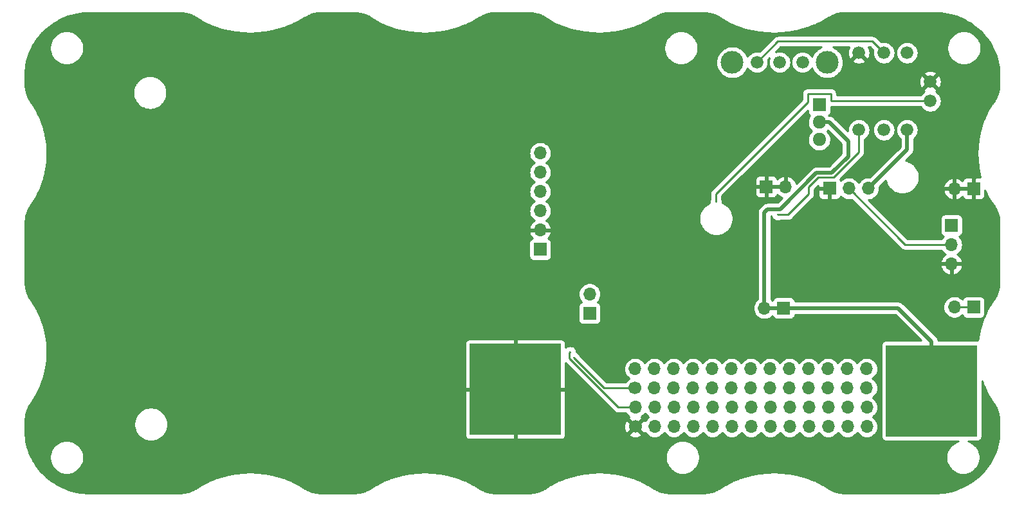
<source format=gbl>
G04 #@! TF.GenerationSoftware,KiCad,Pcbnew,6.99.0-unknown-fe82f2dd40~146~ubuntu20.04.1*
G04 #@! TF.CreationDate,2022-02-10T10:28:43+09:00*
G04 #@! TF.ProjectId,bGeigieZen V2,62476569-6769-4655-9a65-6e2056322e6b,V2.0.0*
G04 #@! TF.SameCoordinates,PX563e908PY447d14c*
G04 #@! TF.FileFunction,Copper,L2,Bot*
G04 #@! TF.FilePolarity,Positive*
%FSLAX46Y46*%
G04 Gerber Fmt 4.6, Leading zero omitted, Abs format (unit mm)*
G04 Created by KiCad (PCBNEW 6.99.0-unknown-fe82f2dd40~146~ubuntu20.04.1) date 2022-02-10 10:28:43*
%MOMM*%
%LPD*%
G01*
G04 APERTURE LIST*
G04 #@! TA.AperFunction,ComponentPad*
%ADD10C,1.676400*%
G04 #@! TD*
G04 #@! TA.AperFunction,ComponentPad*
%ADD11R,1.700000X1.700000*%
G04 #@! TD*
G04 #@! TA.AperFunction,ComponentPad*
%ADD12O,1.700000X1.700000*%
G04 #@! TD*
G04 #@! TA.AperFunction,ComponentPad*
%ADD13C,3.000000*%
G04 #@! TD*
G04 #@! TA.AperFunction,ComponentPad*
%ADD14R,1.800000X1.717500*%
G04 #@! TD*
G04 #@! TA.AperFunction,ComponentPad*
%ADD15O,1.800000X1.717500*%
G04 #@! TD*
G04 #@! TA.AperFunction,ComponentPad*
%ADD16C,1.700000*%
G04 #@! TD*
G04 #@! TA.AperFunction,ComponentPad*
%ADD17C,2.743200*%
G04 #@! TD*
G04 #@! TA.AperFunction,SMDPad,CuDef*
%ADD18R,12.000000X12.000000*%
G04 #@! TD*
G04 #@! TA.AperFunction,ViaPad*
%ADD19C,0.300000*%
G04 #@! TD*
G04 #@! TA.AperFunction,Conductor*
%ADD20C,0.500000*%
G04 #@! TD*
G04 #@! TA.AperFunction,Conductor*
%ADD21C,0.250000*%
G04 #@! TD*
G04 #@! TA.AperFunction,Conductor*
%ADD22C,0.254000*%
G04 #@! TD*
G04 APERTURE END LIST*
D10*
X104485800Y-10936500D03*
X104485800Y-776500D03*
D11*
X119599199Y-18683499D03*
D12*
X117059199Y-18683499D03*
D11*
X62550799Y-26684499D03*
D12*
X62550799Y-24144499D03*
X62550799Y-21604499D03*
X62550799Y-19064499D03*
X62550799Y-16524499D03*
X62550799Y-13984499D03*
D10*
X97071800Y-2022500D03*
X94071800Y-2022500D03*
X91071800Y-2022500D03*
D13*
X100321800Y-2022500D03*
X87821800Y-2022500D03*
D10*
X113883800Y-7126500D03*
X113883800Y-4586500D03*
D11*
X119599199Y-34304499D03*
D12*
X117059199Y-34304499D03*
D10*
X110835800Y-10936500D03*
X110835800Y-776500D03*
D11*
X69043799Y-35109499D03*
D12*
X69043799Y-32569499D03*
D10*
X107787800Y-776500D03*
X107787800Y-10936500D03*
D11*
X100633799Y-18654499D03*
D12*
X103173799Y-18654499D03*
X105713799Y-18654499D03*
D11*
X116674199Y-23514499D03*
D12*
X116674199Y-26054499D03*
X116674199Y-28594499D03*
D14*
X99278799Y-7634499D03*
D15*
X99278799Y-9924499D03*
X99278799Y-12214499D03*
D11*
X94580199Y-34431499D03*
D12*
X92040199Y-34431499D03*
D16*
X75036800Y-44977500D03*
D12*
X75036799Y-42437499D03*
X77576799Y-44977499D03*
X77576799Y-42437499D03*
X80116799Y-44977499D03*
X80116799Y-42437499D03*
X82656799Y-44977499D03*
X82656799Y-42437499D03*
X85196799Y-44977499D03*
X85196799Y-42437499D03*
X87736799Y-44977499D03*
X87736799Y-42437499D03*
X90276799Y-44977499D03*
X90276799Y-42437499D03*
X92816799Y-44977499D03*
X92816799Y-42437499D03*
X95356799Y-44977499D03*
X95356799Y-42437499D03*
X97896799Y-44977499D03*
X97896799Y-42437499D03*
X100436799Y-44977499D03*
X100436799Y-42437499D03*
X102976799Y-44977499D03*
X102976799Y-42437499D03*
X105516799Y-44977499D03*
X105516799Y-42437499D03*
D16*
X75051800Y-50062500D03*
D12*
X75051799Y-47522499D03*
X77591799Y-50062499D03*
X77591799Y-47522499D03*
X80131799Y-50062499D03*
X80131799Y-47522499D03*
X82671799Y-50062499D03*
X82671799Y-47522499D03*
X85211799Y-50062499D03*
X85211799Y-47522499D03*
X87751799Y-50062499D03*
X87751799Y-47522499D03*
X90291799Y-50062499D03*
X90291799Y-47522499D03*
X92831799Y-50062499D03*
X92831799Y-47522499D03*
X95371799Y-50062499D03*
X95371799Y-47522499D03*
X97911799Y-50062499D03*
X97911799Y-47522499D03*
X100451799Y-50062499D03*
X100451799Y-47522499D03*
X102991799Y-50062499D03*
X102991799Y-47522499D03*
X105531799Y-50062499D03*
X105531799Y-47522499D03*
D11*
X92293799Y-18429499D03*
D12*
X94833799Y-18429499D03*
D17*
X117491800Y-45334500D03*
D18*
X114063799Y-45334499D03*
X59263799Y-45124499D03*
D17*
X56235800Y-45314500D03*
X62983800Y-42774500D03*
X62983800Y-47854500D03*
X110743800Y-42794500D03*
X110743800Y-47874500D03*
D19*
X67528800Y-44464500D03*
X57368800Y-27319500D03*
X85673900Y-20402900D03*
X66483632Y-40244332D03*
X66956632Y-40971332D03*
X93817800Y-22112500D03*
D20*
X92293800Y-18429500D02*
X94833800Y-18429500D01*
X59073800Y-45314500D02*
X59263800Y-45124500D01*
X56235800Y-45314500D02*
X59073800Y-45314500D01*
X117059200Y-18683500D02*
X119599200Y-18683500D01*
X110835800Y-10936500D02*
X110835800Y-13532500D01*
X110835800Y-13532500D02*
X105713800Y-18654500D01*
D21*
X116674200Y-26054500D02*
X110573800Y-26054500D01*
X110573800Y-26054500D02*
X103173800Y-18654500D01*
X97754289Y-6151239D02*
X100803311Y-6151239D01*
X100803311Y-7126500D02*
X113883800Y-7126500D01*
X97754289Y-7254011D02*
X97754289Y-6151239D01*
X100803311Y-6151239D02*
X100803311Y-7126500D01*
X85673900Y-19334400D02*
X97754289Y-7254011D01*
X85673900Y-20402900D02*
X85673900Y-19334400D01*
D20*
X109660800Y-34431500D02*
X94580200Y-34431500D01*
X98921314Y-16605470D02*
X94130295Y-21396489D01*
D21*
X117491800Y-45334500D02*
X114063800Y-45334500D01*
D20*
X99278800Y-9924500D02*
X100596300Y-9924500D01*
X94580200Y-34431500D02*
X92040200Y-34431500D01*
X114063800Y-38834500D02*
X109660800Y-34431500D01*
X94130295Y-21396489D02*
X92450567Y-21396489D01*
X100596300Y-9924500D02*
X103088800Y-12417000D01*
X103088800Y-14442006D02*
X100925337Y-16605469D01*
X100925337Y-16605469D02*
X98921314Y-16605470D01*
X103088800Y-12417000D02*
X103088800Y-14442006D01*
X114063800Y-38834500D02*
X114063800Y-45334500D01*
X92040200Y-21806856D02*
X92040200Y-33669500D01*
X92450567Y-21396489D02*
X92040200Y-21806856D01*
D21*
X106275300Y736000D02*
X93830300Y736000D01*
X93830300Y736000D02*
X91071800Y-2022500D01*
X107787800Y-776500D02*
X106275300Y736000D01*
X66385800Y-40342164D02*
X66483632Y-40244332D01*
X72836739Y-47522500D02*
X66385800Y-41071561D01*
X66385800Y-41071561D02*
X66385800Y-40342164D01*
X75051800Y-47522500D02*
X72836739Y-47522500D01*
X75036800Y-44977500D02*
X70962800Y-44977500D01*
X70962800Y-44977500D02*
X66956632Y-40971332D01*
X119599200Y-34304500D02*
X117059200Y-34304500D01*
X97894301Y-18444977D02*
X99159289Y-17179989D01*
X95179611Y-22112500D02*
X97894301Y-19397810D01*
X93817800Y-22112500D02*
X95179611Y-22112500D01*
X101163311Y-17179989D02*
X104485800Y-13857500D01*
X104485800Y-13857500D02*
X104485800Y-10936500D01*
X99159289Y-17179989D02*
X101163311Y-17179989D01*
X97894301Y-19397810D02*
X97894301Y-18444977D01*
D22*
X15312849Y4508069D02*
X15443071Y4495504D01*
X15572757Y4478955D01*
X15701957Y4458434D01*
X15830401Y4434005D01*
X15958071Y4405683D01*
X16084728Y4373538D01*
X16210228Y4337615D01*
X16334576Y4297921D01*
X16457480Y4254553D01*
X16578904Y4207530D01*
X16698628Y4156933D01*
X16816609Y4102782D01*
X16932652Y4045159D01*
X17046647Y3984111D01*
X17157003Y3920539D01*
X17902224Y3454275D01*
X17916575Y3444070D01*
X17931936Y3434721D01*
X17940616Y3430254D01*
X17948896Y3425073D01*
X17964780Y3416648D01*
X17980892Y3409524D01*
X18753122Y3012069D01*
X18767476Y3003518D01*
X18783533Y2995445D01*
X18793409Y2991333D01*
X18802917Y2986440D01*
X18819444Y2979377D01*
X18835202Y2973935D01*
X19634972Y2640990D01*
X19649133Y2633987D01*
X19665772Y2627189D01*
X19676794Y2623579D01*
X19687490Y2619127D01*
X19704532Y2613421D01*
X19719830Y2609487D01*
X20542338Y2340148D01*
X20556207Y2334546D01*
X20573318Y2329018D01*
X20585376Y2326054D01*
X20597172Y2322191D01*
X20614614Y2317828D01*
X20629363Y2315240D01*
X21469921Y2108607D01*
X21483485Y2104251D01*
X21500951Y2099990D01*
X21513911Y2097793D01*
X21526679Y2094654D01*
X21544402Y2091618D01*
X21558569Y2090222D01*
X22412614Y1945429D01*
X22425855Y1942195D01*
X22443576Y1939186D01*
X22457277Y1937856D01*
X22470839Y1935557D01*
X22488730Y1933825D01*
X22502342Y1933483D01*
X23365345Y1849723D01*
X23378297Y1847502D01*
X23396181Y1845735D01*
X23410407Y1845350D01*
X23424575Y1843975D01*
X23442546Y1843520D01*
X23455682Y1844126D01*
X24323076Y1820655D01*
X24335838Y1819360D01*
X24353807Y1818825D01*
X24368347Y1819431D01*
X24382894Y1819037D01*
X24400854Y1819834D01*
X24413595Y1821315D01*
X25280916Y1857441D01*
X25293558Y1857024D01*
X25311518Y1857713D01*
X25326152Y1859326D01*
X25340871Y1859939D01*
X25358729Y1861967D01*
X25371161Y1864286D01*
X26233923Y1959376D01*
X26246553Y1959819D01*
X26264426Y1961729D01*
X26278934Y1964337D01*
X26293577Y1965951D01*
X26311260Y1969190D01*
X26323502Y1972349D01*
X27177185Y2125819D01*
X27189904Y2127141D01*
X27207611Y2130272D01*
X27221770Y2133834D01*
X27236124Y2136414D01*
X27253544Y2140848D01*
X27265668Y2144875D01*
X28105829Y2356209D01*
X28118706Y2358461D01*
X28136149Y2362813D01*
X28149737Y2367255D01*
X28163597Y2370741D01*
X28180675Y2376359D01*
X28192787Y2381327D01*
X29014832Y2650035D01*
X29027985Y2653310D01*
X29045075Y2658888D01*
X29057902Y2664113D01*
X29071052Y2668412D01*
X29087695Y2675201D01*
X29099826Y2681192D01*
X29899289Y3006882D01*
X29912729Y3011289D01*
X29929363Y3018093D01*
X29941247Y3023975D01*
X29953506Y3028970D01*
X29969624Y3036921D01*
X29981807Y3044053D01*
X30754097Y3426358D01*
X30767826Y3432032D01*
X30783908Y3440067D01*
X30794679Y3446446D01*
X30805903Y3452003D01*
X30821402Y3461107D01*
X30833644Y3469527D01*
X31573570Y3907801D01*
X31810300Y4027401D01*
X32063129Y4144990D01*
X32185341Y4197505D01*
X32310291Y4247900D01*
X32435117Y4294701D01*
X32559720Y4337636D01*
X32684137Y4376491D01*
X32808266Y4411017D01*
X32932041Y4440988D01*
X33055457Y4466205D01*
X33178517Y4486474D01*
X33301241Y4501609D01*
X33423756Y4511437D01*
X33549583Y4515890D01*
X38176798Y4515890D01*
X38296472Y4508068D01*
X38426684Y4495504D01*
X38556386Y4478953D01*
X38685578Y4458434D01*
X38814022Y4434005D01*
X38941692Y4405683D01*
X39068349Y4373538D01*
X39193839Y4337617D01*
X39318208Y4297917D01*
X39441103Y4254553D01*
X39562487Y4207545D01*
X39682262Y4156928D01*
X39800218Y4102789D01*
X39916294Y4045149D01*
X40030275Y3984109D01*
X40140565Y3920575D01*
X40885842Y3454275D01*
X40900194Y3444070D01*
X40915555Y3434721D01*
X40924235Y3430254D01*
X40932515Y3425073D01*
X40948399Y3416648D01*
X40964511Y3409524D01*
X41736741Y3012069D01*
X41751095Y3003518D01*
X41767152Y2995445D01*
X41777028Y2991333D01*
X41786536Y2986440D01*
X41803063Y2979377D01*
X41818821Y2973935D01*
X42618601Y2640986D01*
X42632752Y2633988D01*
X42649394Y2627189D01*
X42660399Y2623585D01*
X42671106Y2619128D01*
X42688154Y2613420D01*
X42703461Y2609484D01*
X43525960Y2340146D01*
X43539825Y2334546D01*
X43556936Y2329018D01*
X43568994Y2326054D01*
X43580790Y2322191D01*
X43598233Y2317828D01*
X43612980Y2315241D01*
X44453539Y2108607D01*
X44467103Y2104251D01*
X44484569Y2099990D01*
X44497529Y2097793D01*
X44510297Y2094654D01*
X44528020Y2091618D01*
X44542187Y2090222D01*
X45396232Y1945429D01*
X45409473Y1942195D01*
X45427194Y1939186D01*
X45440895Y1937856D01*
X45454457Y1935557D01*
X45472348Y1933825D01*
X45485960Y1933483D01*
X46348962Y1849723D01*
X46361914Y1847502D01*
X46379798Y1845735D01*
X46394024Y1845350D01*
X46408192Y1843975D01*
X46426163Y1843520D01*
X46439299Y1844126D01*
X47306693Y1820655D01*
X47319455Y1819360D01*
X47337424Y1818825D01*
X47351964Y1819431D01*
X47366511Y1819037D01*
X47384471Y1819834D01*
X47397212Y1821315D01*
X48264533Y1857441D01*
X48277175Y1857024D01*
X48295135Y1857713D01*
X48309769Y1859326D01*
X48324488Y1859939D01*
X48342346Y1861967D01*
X48354778Y1864286D01*
X49217540Y1959376D01*
X49230170Y1959819D01*
X49248043Y1961729D01*
X49262551Y1964337D01*
X49277194Y1965951D01*
X49294877Y1969190D01*
X49307119Y1972349D01*
X50160802Y2125819D01*
X50173521Y2127141D01*
X50191228Y2130272D01*
X50205387Y2133834D01*
X50219741Y2136414D01*
X50237167Y2140850D01*
X50249288Y2144876D01*
X51089445Y2356209D01*
X51102322Y2358461D01*
X51119765Y2362813D01*
X51133353Y2367255D01*
X51147213Y2370741D01*
X51164291Y2376359D01*
X51176403Y2381327D01*
X51998447Y2650035D01*
X52011600Y2653310D01*
X52028690Y2658888D01*
X52041517Y2664113D01*
X52054667Y2668412D01*
X52071307Y2675200D01*
X52083446Y2681195D01*
X52882908Y3006884D01*
X52896345Y3011291D01*
X52912981Y3018095D01*
X52924863Y3023977D01*
X52937117Y3028969D01*
X52953241Y3036922D01*
X52965437Y3044062D01*
X53737716Y3426360D01*
X53751443Y3432034D01*
X53767522Y3440067D01*
X53778303Y3446452D01*
X53789515Y3452003D01*
X53805016Y3461107D01*
X53817259Y3469527D01*
X54557166Y3907791D01*
X54793926Y4027406D01*
X55046715Y4144976D01*
X55169002Y4197524D01*
X55293890Y4247893D01*
X55418746Y4294705D01*
X55543329Y4337633D01*
X55667776Y4376498D01*
X55791871Y4411014D01*
X55915654Y4440986D01*
X56039104Y4466209D01*
X56162139Y4486474D01*
X56284861Y4501609D01*
X56407376Y4511437D01*
X56533203Y4515890D01*
X61160419Y4515890D01*
X61280091Y4508069D01*
X61410293Y4495506D01*
X61540016Y4478951D01*
X61669185Y4458435D01*
X61797670Y4433998D01*
X61925302Y4405685D01*
X62051966Y4373538D01*
X62177466Y4337615D01*
X62301825Y4297918D01*
X62424701Y4254560D01*
X62546103Y4207545D01*
X62665863Y4156934D01*
X62783856Y4102777D01*
X62899861Y4045173D01*
X63013888Y3984108D01*
X63124397Y3920447D01*
X63869467Y3454277D01*
X63883824Y3444068D01*
X63899176Y3434725D01*
X63907857Y3430256D01*
X63916149Y3425069D01*
X63932029Y3416647D01*
X63948134Y3409527D01*
X64720385Y3012059D01*
X64734725Y3003516D01*
X64750783Y2995443D01*
X64760654Y2991334D01*
X64770160Y2986441D01*
X64786688Y2979376D01*
X64802462Y2973928D01*
X65602229Y2640985D01*
X65616378Y2633987D01*
X65633024Y2627186D01*
X65644034Y2623581D01*
X65654732Y2619127D01*
X65671780Y2613419D01*
X65687080Y2609485D01*
X66509581Y2340146D01*
X66523452Y2334543D01*
X66540565Y2329015D01*
X66552619Y2326052D01*
X66564418Y2322188D01*
X66581865Y2317825D01*
X66596603Y2315240D01*
X67437181Y2108601D01*
X67450733Y2104249D01*
X67468200Y2099987D01*
X67481163Y2097790D01*
X67493925Y2094652D01*
X67511650Y2091615D01*
X67525827Y2090218D01*
X68379862Y1945425D01*
X68393103Y1942191D01*
X68410824Y1939183D01*
X68424510Y1937854D01*
X68438086Y1935553D01*
X68455977Y1933821D01*
X68469590Y1933479D01*
X69332593Y1849718D01*
X69345545Y1847497D01*
X69363429Y1845730D01*
X69377654Y1845345D01*
X69391822Y1843970D01*
X69409793Y1843515D01*
X69422928Y1844121D01*
X70290325Y1820649D01*
X70303087Y1819354D01*
X70321055Y1818819D01*
X70335595Y1819425D01*
X70350142Y1819031D01*
X70368102Y1819828D01*
X70380843Y1821309D01*
X71248165Y1857435D01*
X71260807Y1857018D01*
X71278766Y1857707D01*
X71293400Y1859320D01*
X71308120Y1859933D01*
X71325979Y1861961D01*
X71338414Y1864281D01*
X72201170Y1959368D01*
X72213800Y1959812D01*
X72231675Y1961723D01*
X72246173Y1964330D01*
X72260823Y1965944D01*
X72278513Y1969184D01*
X72290757Y1972344D01*
X73144427Y2125810D01*
X73157158Y2127134D01*
X73174860Y2130265D01*
X73189019Y2133827D01*
X73203373Y2136407D01*
X73220797Y2140842D01*
X73232925Y2144870D01*
X74073077Y2356203D01*
X74085955Y2358455D01*
X74103397Y2362807D01*
X74116985Y2367249D01*
X74130845Y2370735D01*
X74147926Y2376354D01*
X74160038Y2381322D01*
X74982096Y2650034D01*
X74995234Y2653306D01*
X75012327Y2658884D01*
X75025145Y2664106D01*
X75038297Y2668405D01*
X75054944Y2675196D01*
X75067090Y2681195D01*
X75866534Y3006877D01*
X75879974Y3011284D01*
X75896616Y3018090D01*
X75908497Y3023972D01*
X75920752Y3028964D01*
X75936877Y3036918D01*
X75949081Y3044063D01*
X76721340Y3426354D01*
X76735079Y3432033D01*
X76751161Y3440068D01*
X76761925Y3446444D01*
X76773149Y3452000D01*
X76788650Y3461105D01*
X76800897Y3469528D01*
X77540871Y3907833D01*
X77777547Y4027404D01*
X78030369Y4144990D01*
X78152581Y4197505D01*
X78277559Y4247911D01*
X78402354Y4294700D01*
X78526953Y4337633D01*
X78651400Y4376498D01*
X78775507Y4411017D01*
X78899259Y4440981D01*
X79022731Y4466209D01*
X79145769Y4486475D01*
X79268504Y4501610D01*
X79390981Y4511436D01*
X79516830Y4515890D01*
X84144039Y4515890D01*
X84263711Y4508069D01*
X84393917Y4495505D01*
X84523627Y4478952D01*
X84652810Y4458435D01*
X84781259Y4434005D01*
X84908929Y4405683D01*
X85035586Y4373538D01*
X85161086Y4337615D01*
X85285445Y4297918D01*
X85408321Y4254560D01*
X85529747Y4207536D01*
X85649485Y4156933D01*
X85767466Y4102782D01*
X85883481Y4045173D01*
X85997518Y3984102D01*
X86107989Y3920463D01*
X86853088Y3454276D01*
X86867446Y3444067D01*
X86882803Y3434721D01*
X86891493Y3430249D01*
X86899763Y3425074D01*
X86915649Y3416647D01*
X86931763Y3409523D01*
X87703989Y3012069D01*
X87718343Y3003518D01*
X87734400Y2995445D01*
X87744276Y2991333D01*
X87753784Y2986440D01*
X87770311Y2979377D01*
X87786069Y2973935D01*
X88585840Y2640990D01*
X88600001Y2633987D01*
X88616640Y2627189D01*
X88627662Y2623579D01*
X88638358Y2619127D01*
X88655399Y2613421D01*
X88670700Y2609486D01*
X89493206Y2340148D01*
X89507075Y2334546D01*
X89524186Y2329018D01*
X89536244Y2326054D01*
X89548040Y2322191D01*
X89565483Y2317828D01*
X89580230Y2315241D01*
X90420790Y2108607D01*
X90434354Y2104251D01*
X90451820Y2099990D01*
X90464780Y2097793D01*
X90477548Y2094654D01*
X90495271Y2091618D01*
X90509438Y2090222D01*
X91363484Y1945429D01*
X91376725Y1942195D01*
X91394446Y1939186D01*
X91408147Y1937856D01*
X91421709Y1935557D01*
X91439600Y1933825D01*
X91453212Y1933483D01*
X92316215Y1849723D01*
X92329167Y1847502D01*
X92347051Y1845735D01*
X92361277Y1845350D01*
X92375445Y1843975D01*
X92393416Y1843520D01*
X92406552Y1844126D01*
X93273947Y1820655D01*
X93286709Y1819360D01*
X93304678Y1818825D01*
X93319218Y1819431D01*
X93333765Y1819037D01*
X93351725Y1819834D01*
X93364466Y1821315D01*
X94231788Y1857441D01*
X94244430Y1857024D01*
X94262390Y1857713D01*
X94277024Y1859326D01*
X94291743Y1859939D01*
X94309601Y1861967D01*
X94322033Y1864286D01*
X95184782Y1959375D01*
X95197416Y1959818D01*
X95215292Y1961728D01*
X95229813Y1964338D01*
X95244453Y1965952D01*
X95262134Y1969191D01*
X95274374Y1972350D01*
X96128057Y2125819D01*
X96140776Y2127141D01*
X96158483Y2130272D01*
X96172642Y2133834D01*
X96186996Y2136414D01*
X96204422Y2140850D01*
X96216543Y2144876D01*
X97056700Y2356209D01*
X97069577Y2358461D01*
X97087020Y2362813D01*
X97100608Y2367255D01*
X97114468Y2370741D01*
X97131546Y2376359D01*
X97143658Y2381327D01*
X97965702Y2650035D01*
X97978855Y2653310D01*
X97995945Y2658888D01*
X98008772Y2664113D01*
X98021922Y2668412D01*
X98038565Y2675201D01*
X98050696Y2681192D01*
X98850170Y3006886D01*
X98863599Y3011290D01*
X98880237Y3018095D01*
X98892119Y3023977D01*
X98904373Y3028969D01*
X98920497Y3036922D01*
X98932693Y3044062D01*
X99704972Y3426360D01*
X99718699Y3432034D01*
X99734781Y3440069D01*
X99745545Y3446445D01*
X99756769Y3452001D01*
X99772272Y3461107D01*
X99784515Y3469527D01*
X100524444Y3907804D01*
X100761184Y4027404D01*
X101013987Y4144979D01*
X101136231Y4197507D01*
X101261145Y4247888D01*
X101385965Y4294686D01*
X101510622Y4337640D01*
X101635009Y4376486D01*
X101759147Y4411016D01*
X101882925Y4440987D01*
X102006314Y4466199D01*
X102129420Y4486476D01*
X102252110Y4501608D01*
X102374607Y4511435D01*
X102500461Y4515890D01*
X114470041Y4515890D01*
X114918690Y4512953D01*
X115332686Y4487810D01*
X115743079Y4440849D01*
X116149176Y4372668D01*
X116550360Y4283857D01*
X116945955Y4175014D01*
X117335273Y4046732D01*
X117717584Y3899633D01*
X118092182Y3734330D01*
X118458351Y3551448D01*
X118815316Y3351650D01*
X119162382Y3135563D01*
X119498754Y2903890D01*
X119823700Y2657305D01*
X120136511Y2396474D01*
X120436407Y2122138D01*
X120722697Y1834977D01*
X120994620Y1535749D01*
X121251527Y1225114D01*
X121492667Y903867D01*
X121717381Y572701D01*
X121924992Y232366D01*
X122114850Y-116415D01*
X122286335Y-472968D01*
X122438790Y-836509D01*
X122571632Y-1206397D01*
X122684278Y-1581997D01*
X122776120Y-1962601D01*
X122846593Y-2347630D01*
X122895116Y-2736508D01*
X122921104Y-3128697D01*
X122924151Y-3551008D01*
X122924151Y-5236499D01*
X122916276Y-5347165D01*
X122903436Y-5469346D01*
X122886497Y-5591158D01*
X122865500Y-5712485D01*
X122840462Y-5833284D01*
X122811445Y-5953314D01*
X122778470Y-6072522D01*
X122741577Y-6190782D01*
X122700816Y-6307944D01*
X122656222Y-6423901D01*
X122607826Y-6538558D01*
X122555716Y-6651697D01*
X122499898Y-6763279D01*
X122440443Y-6873138D01*
X122377362Y-6981215D01*
X122315230Y-7080177D01*
X122084433Y-7403732D01*
X122081415Y-7407176D01*
X122070557Y-7421509D01*
X122058135Y-7440598D01*
X122044897Y-7459157D01*
X122035528Y-7474500D01*
X122033422Y-7478578D01*
X121821195Y-7804721D01*
X121814436Y-7813492D01*
X121804506Y-7828480D01*
X121796498Y-7842672D01*
X121787603Y-7856342D01*
X121778899Y-7872069D01*
X121774237Y-7882126D01*
X121359701Y-8616809D01*
X121350318Y-8631329D01*
X121341661Y-8647088D01*
X121337455Y-8656237D01*
X121332498Y-8665022D01*
X121324804Y-8681269D01*
X121318535Y-8697387D01*
X120965494Y-9465286D01*
X120957566Y-9480054D01*
X120950213Y-9496464D01*
X120946568Y-9506455D01*
X120942133Y-9516100D01*
X120935807Y-9532929D01*
X120931049Y-9548981D01*
X120642584Y-10339512D01*
X120636055Y-10354404D01*
X120630032Y-10371336D01*
X120627063Y-10382045D01*
X120623248Y-10392502D01*
X120618308Y-10409782D01*
X120614964Y-10425697D01*
X120390866Y-11234208D01*
X120385652Y-11249185D01*
X120380967Y-11266545D01*
X120378766Y-11277860D01*
X120375688Y-11288963D01*
X120372135Y-11306585D01*
X120370119Y-11322294D01*
X120210187Y-12144276D01*
X120206224Y-12159315D01*
X120202895Y-12176978D01*
X120201539Y-12188727D01*
X120199279Y-12200342D01*
X120197113Y-12218190D01*
X120196345Y-12233726D01*
X120100447Y-13064610D01*
X120097679Y-13079730D01*
X120095712Y-13097603D01*
X120095253Y-13109610D01*
X120093875Y-13121546D01*
X120093093Y-13139511D01*
X120093522Y-13154864D01*
X120061562Y-13990230D01*
X120059965Y-14005447D01*
X120059369Y-14023411D01*
X120059831Y-14035484D01*
X120059369Y-14047555D01*
X120059965Y-14065522D01*
X120061562Y-14080738D01*
X120093516Y-14916102D01*
X120093087Y-14931458D01*
X120093869Y-14949420D01*
X120095247Y-14961356D01*
X120095706Y-14973368D01*
X120097673Y-14991236D01*
X120100438Y-15006346D01*
X120196332Y-15837245D01*
X120197100Y-15852784D01*
X120199266Y-15870630D01*
X120201525Y-15882243D01*
X120202882Y-15893997D01*
X120206212Y-15911664D01*
X120210176Y-15926702D01*
X120370100Y-16748667D01*
X120372117Y-16764393D01*
X120375672Y-16782022D01*
X120378752Y-16793133D01*
X120380951Y-16804437D01*
X120385635Y-16821798D01*
X120390848Y-16836775D01*
X120491384Y-17199500D01*
X119853200Y-17199500D01*
X119785079Y-17219502D01*
X119738586Y-17273158D01*
X119727200Y-17325500D01*
X119727200Y-20041500D01*
X119747202Y-20109621D01*
X119800858Y-20156114D01*
X119853200Y-20167500D01*
X120497790Y-20167500D01*
X120511259Y-20166778D01*
X120571763Y-20160273D01*
X120602326Y-20153051D01*
X120739194Y-20102002D01*
X120770671Y-20084814D01*
X120887613Y-19997272D01*
X120912972Y-19971913D01*
X121000514Y-19854971D01*
X121017702Y-19823494D01*
X121068751Y-19686626D01*
X121075973Y-19656063D01*
X121082478Y-19595559D01*
X121083200Y-19582090D01*
X121083200Y-18861799D01*
X121318513Y-19373635D01*
X121324785Y-19389763D01*
X121332479Y-19406008D01*
X121337429Y-19414781D01*
X121341643Y-19423947D01*
X121350299Y-19439703D01*
X121359693Y-19454239D01*
X121774223Y-20188922D01*
X121778885Y-20198980D01*
X121787591Y-20214711D01*
X121796485Y-20228379D01*
X121804494Y-20242574D01*
X121814424Y-20257563D01*
X121821184Y-20266336D01*
X122033416Y-20592494D01*
X122035521Y-20596570D01*
X122044888Y-20611910D01*
X122058127Y-20630471D01*
X122070549Y-20649560D01*
X122081401Y-20663887D01*
X122084421Y-20667332D01*
X122308012Y-20980788D01*
X122433585Y-21198933D01*
X122496298Y-21314458D01*
X122557011Y-21431911D01*
X122614252Y-21549181D01*
X122667583Y-21666011D01*
X122716694Y-21782359D01*
X122761264Y-21898115D01*
X122800953Y-22013034D01*
X122835524Y-22127086D01*
X122864738Y-22240165D01*
X122888403Y-22352264D01*
X122906336Y-22463354D01*
X122918388Y-22573585D01*
X122924398Y-22683081D01*
X122924222Y-22774534D01*
X122924136Y-22775736D01*
X122924136Y-22819164D01*
X122924082Y-22847182D01*
X122924136Y-22847958D01*
X122924136Y-31361196D01*
X122916261Y-31471870D01*
X122903419Y-31594049D01*
X122886482Y-31715864D01*
X122865484Y-31837192D01*
X122840452Y-31957963D01*
X122811425Y-32078027D01*
X122778451Y-32197224D01*
X122741553Y-32315501D01*
X122700794Y-32432652D01*
X122656191Y-32548628D01*
X122607813Y-32663241D01*
X122555683Y-32776417D01*
X122499879Y-32887971D01*
X122440398Y-32997874D01*
X122377333Y-33105925D01*
X122315214Y-33204866D01*
X122084401Y-33528447D01*
X122081382Y-33531891D01*
X122070525Y-33546224D01*
X122058101Y-33565317D01*
X122044867Y-33583870D01*
X122035496Y-33599217D01*
X122033394Y-33603287D01*
X121821168Y-33929433D01*
X121814407Y-33938208D01*
X121804480Y-33953193D01*
X121796472Y-33967385D01*
X121787574Y-33981060D01*
X121778871Y-33996787D01*
X121774211Y-34006839D01*
X121359688Y-34741510D01*
X121350296Y-34756043D01*
X121341638Y-34771804D01*
X121337431Y-34780956D01*
X121332477Y-34789735D01*
X121324780Y-34805987D01*
X121318510Y-34822110D01*
X120965464Y-35590020D01*
X120957545Y-35604771D01*
X120950193Y-35621178D01*
X120946552Y-35631157D01*
X120942111Y-35640816D01*
X120935785Y-35657645D01*
X120931023Y-35673712D01*
X120642571Y-36464214D01*
X120636038Y-36479116D01*
X120630012Y-36496055D01*
X120627040Y-36506779D01*
X120623233Y-36517211D01*
X120618290Y-36534499D01*
X120614949Y-36550402D01*
X120390852Y-37358915D01*
X120385637Y-37373898D01*
X120380954Y-37391252D01*
X120378751Y-37402576D01*
X120375673Y-37413680D01*
X120372120Y-37431300D01*
X120370104Y-37447015D01*
X120210175Y-38268981D01*
X120206211Y-38284024D01*
X120202882Y-38301689D01*
X120201525Y-38313445D01*
X120199267Y-38325051D01*
X120197100Y-38342900D01*
X120196332Y-38358438D01*
X120156449Y-38704006D01*
X120125906Y-38700722D01*
X120112438Y-38700000D01*
X114939911Y-38700000D01*
X114937207Y-38669091D01*
X114932093Y-38644320D01*
X114932027Y-38643758D01*
X114931636Y-38642110D01*
X114931292Y-38640442D01*
X114931113Y-38639902D01*
X114925280Y-38615292D01*
X114899362Y-38544082D01*
X114875519Y-38472129D01*
X114864829Y-38449203D01*
X114864635Y-38448671D01*
X114863874Y-38447156D01*
X114863156Y-38445616D01*
X114862858Y-38445133D01*
X114851506Y-38422530D01*
X114809852Y-38359199D01*
X114770071Y-38294703D01*
X114754392Y-38274874D01*
X114754073Y-38274389D01*
X114752954Y-38273055D01*
X114751925Y-38271754D01*
X114751534Y-38271363D01*
X114735268Y-38251977D01*
X114680093Y-38199922D01*
X110795076Y-34314905D01*
X115570474Y-34314905D01*
X115589066Y-34539273D01*
X115592492Y-34559799D01*
X115647760Y-34778047D01*
X115654516Y-34797729D01*
X115744952Y-35003904D01*
X115754857Y-35022206D01*
X115877995Y-35210683D01*
X115890777Y-35227106D01*
X116043259Y-35392744D01*
X116058569Y-35406837D01*
X116236233Y-35545120D01*
X116253655Y-35556503D01*
X116451657Y-35663656D01*
X116470714Y-35672015D01*
X116683653Y-35745117D01*
X116703826Y-35750226D01*
X116925892Y-35787282D01*
X116946631Y-35789000D01*
X117171769Y-35789000D01*
X117192508Y-35787282D01*
X117414574Y-35750226D01*
X117434747Y-35745117D01*
X117647686Y-35672015D01*
X117666743Y-35663656D01*
X117864745Y-35556503D01*
X117882167Y-35545120D01*
X118059831Y-35406837D01*
X118075141Y-35392744D01*
X118136146Y-35326476D01*
X118180255Y-35444737D01*
X118197443Y-35476213D01*
X118285071Y-35593270D01*
X118310430Y-35618629D01*
X118427487Y-35706257D01*
X118458963Y-35723445D01*
X118595966Y-35774545D01*
X118626531Y-35781767D01*
X118687094Y-35788278D01*
X118700562Y-35789000D01*
X120497838Y-35789000D01*
X120511306Y-35788278D01*
X120571869Y-35781767D01*
X120602434Y-35774545D01*
X120739437Y-35723445D01*
X120770913Y-35706257D01*
X120887970Y-35618629D01*
X120913329Y-35593270D01*
X121000957Y-35476213D01*
X121018145Y-35444737D01*
X121069245Y-35307734D01*
X121076467Y-35277169D01*
X121082978Y-35216606D01*
X121083700Y-35203138D01*
X121083700Y-33405862D01*
X121082978Y-33392394D01*
X121076467Y-33331831D01*
X121069245Y-33301266D01*
X121018145Y-33164263D01*
X121000957Y-33132787D01*
X120913329Y-33015730D01*
X120887970Y-32990371D01*
X120770913Y-32902743D01*
X120739437Y-32885555D01*
X120602434Y-32834455D01*
X120571869Y-32827233D01*
X120511306Y-32820722D01*
X120497838Y-32820000D01*
X118700562Y-32820000D01*
X118687094Y-32820722D01*
X118626531Y-32827233D01*
X118595966Y-32834455D01*
X118458963Y-32885555D01*
X118427487Y-32902743D01*
X118310430Y-32990371D01*
X118285071Y-33015730D01*
X118197443Y-33132787D01*
X118180255Y-33164263D01*
X118136146Y-33282524D01*
X118075141Y-33216256D01*
X118059831Y-33202163D01*
X117882167Y-33063880D01*
X117864745Y-33052497D01*
X117666743Y-32945344D01*
X117647686Y-32936985D01*
X117434747Y-32863883D01*
X117414574Y-32858774D01*
X117192508Y-32821718D01*
X117171769Y-32820000D01*
X116946631Y-32820000D01*
X116925892Y-32821718D01*
X116703826Y-32858774D01*
X116683653Y-32863883D01*
X116470714Y-32936985D01*
X116451657Y-32945344D01*
X116253655Y-33052497D01*
X116236233Y-33063880D01*
X116058569Y-33202163D01*
X116043259Y-33216256D01*
X115890777Y-33381894D01*
X115877995Y-33398317D01*
X115754857Y-33586794D01*
X115744952Y-33605096D01*
X115654516Y-33811271D01*
X115647760Y-33830953D01*
X115592492Y-34049201D01*
X115589066Y-34069727D01*
X115570474Y-34294095D01*
X115570474Y-34314905D01*
X110795076Y-34314905D01*
X110331805Y-33851634D01*
X110317337Y-33832200D01*
X110297260Y-33810920D01*
X110258920Y-33778749D01*
X110254996Y-33774825D01*
X110244051Y-33765084D01*
X110219498Y-33745670D01*
X110161431Y-33696946D01*
X110140306Y-33683053D01*
X110139856Y-33682697D01*
X110138391Y-33681793D01*
X110136987Y-33680870D01*
X110136487Y-33680619D01*
X110114956Y-33667338D01*
X110046256Y-33635303D01*
X109978537Y-33601293D01*
X109954775Y-33592644D01*
X109954252Y-33592400D01*
X109952613Y-33591857D01*
X109951050Y-33591288D01*
X109950509Y-33591160D01*
X109926486Y-33583200D01*
X109852224Y-33567866D01*
X109778513Y-33550396D01*
X109753410Y-33547462D01*
X109752838Y-33547344D01*
X109751093Y-33547191D01*
X109749456Y-33547000D01*
X109748906Y-33547000D01*
X109723693Y-33544794D01*
X109647877Y-33547000D01*
X96064700Y-33547000D01*
X96064700Y-33532862D01*
X96063978Y-33519394D01*
X96057467Y-33458831D01*
X96050245Y-33428266D01*
X95999145Y-33291263D01*
X95981957Y-33259787D01*
X95894329Y-33142730D01*
X95868970Y-33117371D01*
X95751913Y-33029743D01*
X95720437Y-33012555D01*
X95583434Y-32961455D01*
X95552869Y-32954233D01*
X95492306Y-32947722D01*
X95478838Y-32947000D01*
X93681562Y-32947000D01*
X93668094Y-32947722D01*
X93607531Y-32954233D01*
X93576966Y-32961455D01*
X93439963Y-33012555D01*
X93408487Y-33029743D01*
X93291430Y-33117371D01*
X93266071Y-33142730D01*
X93178443Y-33259787D01*
X93161255Y-33291263D01*
X93117146Y-33409524D01*
X93056141Y-33343256D01*
X93040831Y-33329163D01*
X92924700Y-33238773D01*
X92924700Y-28866432D01*
X115212938Y-28866432D01*
X115215511Y-28879431D01*
X115263233Y-29067884D01*
X115269991Y-29087567D01*
X115360395Y-29293666D01*
X115370299Y-29311968D01*
X115493392Y-29500375D01*
X115506174Y-29516796D01*
X115658599Y-29682374D01*
X115673909Y-29696469D01*
X115851508Y-29834700D01*
X115868930Y-29846082D01*
X116066859Y-29953196D01*
X116085916Y-29961555D01*
X116298776Y-30034630D01*
X116318949Y-30039739D01*
X116399461Y-30053174D01*
X116469945Y-30044657D01*
X116524635Y-29999385D01*
X116546200Y-29928892D01*
X116802200Y-29928892D01*
X116822202Y-29997013D01*
X116875858Y-30043506D01*
X116948939Y-30053174D01*
X117029451Y-30039739D01*
X117049624Y-30034630D01*
X117262484Y-29961555D01*
X117281541Y-29953196D01*
X117479470Y-29846082D01*
X117496892Y-29834700D01*
X117674491Y-29696469D01*
X117689801Y-29682374D01*
X117842226Y-29516796D01*
X117855008Y-29500375D01*
X117978101Y-29311968D01*
X117988005Y-29293666D01*
X118078409Y-29087567D01*
X118085167Y-29067884D01*
X118132889Y-28879431D01*
X118130221Y-28808484D01*
X118089620Y-28750242D01*
X118023977Y-28723197D01*
X118010744Y-28722500D01*
X116928200Y-28722500D01*
X116860079Y-28742502D01*
X116813586Y-28796158D01*
X116802200Y-28848500D01*
X116802200Y-29928892D01*
X116546200Y-29928892D01*
X116546200Y-28848500D01*
X116526198Y-28780379D01*
X116472542Y-28733886D01*
X116420200Y-28722500D01*
X115337656Y-28722500D01*
X115269535Y-28742502D01*
X115223042Y-28796158D01*
X115212938Y-28866432D01*
X92924700Y-28866432D01*
X92924700Y-22280989D01*
X92976877Y-22280989D01*
X92977863Y-22289740D01*
X92984142Y-22317247D01*
X93038362Y-22472200D01*
X93050604Y-22497621D01*
X93137945Y-22636623D01*
X93155537Y-22658682D01*
X93271618Y-22774763D01*
X93293677Y-22792355D01*
X93432679Y-22879696D01*
X93458100Y-22891938D01*
X93613053Y-22946158D01*
X93640560Y-22952437D01*
X93803692Y-22970818D01*
X93831908Y-22970818D01*
X93995040Y-22952437D01*
X94022547Y-22946158D01*
X94177500Y-22891938D01*
X94202922Y-22879696D01*
X94215170Y-22872000D01*
X95100844Y-22872000D01*
X95123479Y-22874140D01*
X95191556Y-22872000D01*
X95219467Y-22872000D01*
X95235257Y-22871007D01*
X95239268Y-22870500D01*
X95283459Y-22869111D01*
X95314652Y-22864170D01*
X95334103Y-22858519D01*
X95354201Y-22855980D01*
X95384792Y-22848126D01*
X95425906Y-22831848D01*
X95468356Y-22819515D01*
X95497344Y-22806971D01*
X95514780Y-22796659D01*
X95533610Y-22789204D01*
X95561288Y-22773989D01*
X95597058Y-22748001D01*
X95635113Y-22725495D01*
X95660068Y-22706137D01*
X95674389Y-22691816D01*
X95690779Y-22679908D01*
X95713803Y-22658288D01*
X95741994Y-22624211D01*
X98375643Y-19990562D01*
X98393169Y-19976063D01*
X98439809Y-19926396D01*
X98459530Y-19906675D01*
X98469997Y-19894803D01*
X98472469Y-19891616D01*
X98502737Y-19859384D01*
X98521302Y-19833831D01*
X98531061Y-19816080D01*
X98543473Y-19800078D01*
X98559550Y-19772893D01*
X98577106Y-19732324D01*
X98598411Y-19693570D01*
X98610038Y-19664204D01*
X98615075Y-19644584D01*
X98623119Y-19625997D01*
X98631931Y-19595666D01*
X98638675Y-19553090D01*
X99149800Y-19553090D01*
X99150522Y-19566559D01*
X99157027Y-19627063D01*
X99164249Y-19657626D01*
X99215298Y-19794494D01*
X99232486Y-19825971D01*
X99320028Y-19942913D01*
X99345387Y-19968272D01*
X99462329Y-20055814D01*
X99493806Y-20073002D01*
X99630674Y-20124051D01*
X99661237Y-20131273D01*
X99721741Y-20137778D01*
X99735210Y-20138500D01*
X100379800Y-20138500D01*
X100447921Y-20118498D01*
X100494414Y-20064842D01*
X100505800Y-20012500D01*
X100505800Y-18908500D01*
X100485798Y-18840379D01*
X100432142Y-18793886D01*
X100379800Y-18782500D01*
X99275800Y-18782500D01*
X99207679Y-18802502D01*
X99161186Y-18856158D01*
X99149800Y-18908500D01*
X99149800Y-19553090D01*
X98638675Y-19553090D01*
X98638847Y-19552003D01*
X98649843Y-19509174D01*
X98653801Y-19477840D01*
X98653801Y-19457579D01*
X98656969Y-19437577D01*
X98657961Y-19406010D01*
X98653801Y-19361999D01*
X98653801Y-18759571D01*
X99149800Y-18263572D01*
X99149800Y-18400500D01*
X99169802Y-18468621D01*
X99223458Y-18515114D01*
X99275800Y-18526500D01*
X100761800Y-18526500D01*
X100761800Y-20012500D01*
X100781802Y-20080621D01*
X100835458Y-20127114D01*
X100887800Y-20138500D01*
X101532390Y-20138500D01*
X101545859Y-20137778D01*
X101606363Y-20131273D01*
X101636926Y-20124051D01*
X101773794Y-20073002D01*
X101805271Y-20055814D01*
X101922213Y-19968272D01*
X101947572Y-19942913D01*
X102035114Y-19825971D01*
X102052302Y-19794494D01*
X102096474Y-19676063D01*
X102157859Y-19742744D01*
X102173169Y-19756837D01*
X102350833Y-19895120D01*
X102368255Y-19906503D01*
X102566257Y-20013656D01*
X102585314Y-20022015D01*
X102798253Y-20095117D01*
X102818426Y-20100226D01*
X103040492Y-20137282D01*
X103061231Y-20139000D01*
X103286369Y-20139000D01*
X103307108Y-20137282D01*
X103529174Y-20100226D01*
X103542147Y-20096941D01*
X109981048Y-26535842D01*
X109995547Y-26553368D01*
X110045214Y-26600008D01*
X110064935Y-26619729D01*
X110076807Y-26630196D01*
X110079994Y-26632668D01*
X110112226Y-26662936D01*
X110137779Y-26681501D01*
X110155530Y-26691260D01*
X110171532Y-26703672D01*
X110198717Y-26719749D01*
X110239286Y-26737305D01*
X110278040Y-26758610D01*
X110307406Y-26770237D01*
X110327026Y-26775274D01*
X110345613Y-26783318D01*
X110375944Y-26792130D01*
X110419607Y-26799046D01*
X110462436Y-26810042D01*
X110493770Y-26814000D01*
X110514031Y-26814000D01*
X110534033Y-26817168D01*
X110565600Y-26818160D01*
X110609611Y-26814000D01*
X115397162Y-26814000D01*
X115492995Y-26960683D01*
X115505777Y-26977106D01*
X115658259Y-27142744D01*
X115673569Y-27156837D01*
X115851233Y-27295120D01*
X115868655Y-27306503D01*
X115902437Y-27324785D01*
X115868930Y-27342918D01*
X115851508Y-27354300D01*
X115673909Y-27492531D01*
X115658599Y-27506626D01*
X115506174Y-27672204D01*
X115493392Y-27688625D01*
X115370299Y-27877032D01*
X115360395Y-27895334D01*
X115269991Y-28101433D01*
X115263233Y-28121116D01*
X115215511Y-28309569D01*
X115218179Y-28380516D01*
X115258780Y-28438758D01*
X115324423Y-28465803D01*
X115337656Y-28466500D01*
X118010744Y-28466500D01*
X118078865Y-28446498D01*
X118125358Y-28392842D01*
X118135462Y-28322568D01*
X118132889Y-28309569D01*
X118085167Y-28121116D01*
X118078409Y-28101433D01*
X117988005Y-27895334D01*
X117978101Y-27877032D01*
X117855008Y-27688625D01*
X117842226Y-27672204D01*
X117689801Y-27506626D01*
X117674491Y-27492531D01*
X117496892Y-27354300D01*
X117479470Y-27342918D01*
X117445963Y-27324785D01*
X117479745Y-27306503D01*
X117497167Y-27295120D01*
X117674831Y-27156837D01*
X117690141Y-27142744D01*
X117842623Y-26977106D01*
X117855405Y-26960683D01*
X117978543Y-26772206D01*
X117988448Y-26753904D01*
X118078884Y-26547729D01*
X118085640Y-26528047D01*
X118140908Y-26309799D01*
X118144334Y-26289273D01*
X118162926Y-26064905D01*
X118162926Y-26044095D01*
X118144334Y-25819727D01*
X118140908Y-25799201D01*
X118085640Y-25580953D01*
X118078884Y-25561271D01*
X117988448Y-25355096D01*
X117978543Y-25336794D01*
X117855405Y-25148317D01*
X117842623Y-25131894D01*
X117699426Y-24976342D01*
X117814437Y-24933445D01*
X117845913Y-24916257D01*
X117962970Y-24828629D01*
X117988329Y-24803270D01*
X118075957Y-24686213D01*
X118093145Y-24654737D01*
X118144245Y-24517734D01*
X118151467Y-24487169D01*
X118157978Y-24426606D01*
X118158700Y-24413138D01*
X118158700Y-22615862D01*
X118157978Y-22602394D01*
X118151467Y-22541831D01*
X118144245Y-22511266D01*
X118093145Y-22374263D01*
X118075957Y-22342787D01*
X117988329Y-22225730D01*
X117962970Y-22200371D01*
X117845913Y-22112743D01*
X117814437Y-22095555D01*
X117677434Y-22044455D01*
X117646869Y-22037233D01*
X117586306Y-22030722D01*
X117572838Y-22030000D01*
X115775562Y-22030000D01*
X115762094Y-22030722D01*
X115701531Y-22037233D01*
X115670966Y-22044455D01*
X115533963Y-22095555D01*
X115502487Y-22112743D01*
X115385430Y-22200371D01*
X115360071Y-22225730D01*
X115272443Y-22342787D01*
X115255255Y-22374263D01*
X115204155Y-22511266D01*
X115196933Y-22541831D01*
X115190422Y-22602394D01*
X115189700Y-22615862D01*
X115189700Y-24413138D01*
X115190422Y-24426606D01*
X115196933Y-24487169D01*
X115204155Y-24517734D01*
X115255255Y-24654737D01*
X115272443Y-24686213D01*
X115360071Y-24803270D01*
X115385430Y-24828629D01*
X115502487Y-24916257D01*
X115533963Y-24933445D01*
X115648974Y-24976342D01*
X115505777Y-25131894D01*
X115492995Y-25148317D01*
X115397162Y-25295000D01*
X110888395Y-25295000D01*
X105732395Y-20139000D01*
X105826369Y-20139000D01*
X105847108Y-20137282D01*
X106069174Y-20100226D01*
X106089347Y-20095117D01*
X106302286Y-20022015D01*
X106321343Y-20013656D01*
X106519345Y-19906503D01*
X106536767Y-19895120D01*
X106714431Y-19756837D01*
X106729741Y-19742744D01*
X106882223Y-19577106D01*
X106895005Y-19560683D01*
X107018143Y-19372206D01*
X107028048Y-19353904D01*
X107118484Y-19147729D01*
X107125240Y-19128047D01*
X107180508Y-18909799D01*
X107183934Y-18889273D01*
X107202526Y-18664905D01*
X107202526Y-18644095D01*
X107185121Y-18434050D01*
X108015988Y-17603183D01*
X108017151Y-17611646D01*
X108020649Y-17628483D01*
X108098472Y-17906238D01*
X108104231Y-17922443D01*
X108219150Y-18187013D01*
X108227062Y-18202282D01*
X108376937Y-18448740D01*
X108386855Y-18462789D01*
X108568893Y-18686543D01*
X108580630Y-18699111D01*
X108791440Y-18895994D01*
X108804780Y-18906847D01*
X109040435Y-19073191D01*
X109055129Y-19082127D01*
X109311240Y-19214833D01*
X109327013Y-19221684D01*
X109598809Y-19318280D01*
X109615369Y-19322920D01*
X109897787Y-19381607D01*
X109914823Y-19383948D01*
X110130572Y-19398706D01*
X110139171Y-19399000D01*
X110283229Y-19399000D01*
X110291828Y-19398706D01*
X110507577Y-19383948D01*
X110524613Y-19381607D01*
X110807031Y-19322920D01*
X110823591Y-19318280D01*
X111095387Y-19221684D01*
X111111160Y-19214833D01*
X111367271Y-19082127D01*
X111381965Y-19073191D01*
X111548791Y-18955432D01*
X115597938Y-18955432D01*
X115600511Y-18968431D01*
X115648233Y-19156884D01*
X115654991Y-19176567D01*
X115745395Y-19382666D01*
X115755299Y-19400968D01*
X115878392Y-19589375D01*
X115891174Y-19605796D01*
X116043599Y-19771374D01*
X116058909Y-19785469D01*
X116236508Y-19923700D01*
X116253930Y-19935082D01*
X116451859Y-20042196D01*
X116470916Y-20050555D01*
X116683776Y-20123630D01*
X116703949Y-20128739D01*
X116784461Y-20142174D01*
X116854945Y-20133657D01*
X116909635Y-20088385D01*
X116931200Y-20017892D01*
X117187200Y-20017892D01*
X117207202Y-20086013D01*
X117260858Y-20132506D01*
X117333939Y-20142174D01*
X117414451Y-20128739D01*
X117434624Y-20123630D01*
X117647484Y-20050555D01*
X117666541Y-20042196D01*
X117864470Y-19935082D01*
X117881892Y-19923700D01*
X118059491Y-19785469D01*
X118074801Y-19771374D01*
X118136329Y-19704536D01*
X118180698Y-19823494D01*
X118197886Y-19854971D01*
X118285428Y-19971913D01*
X118310787Y-19997272D01*
X118427729Y-20084814D01*
X118459206Y-20102002D01*
X118596074Y-20153051D01*
X118626637Y-20160273D01*
X118687141Y-20166778D01*
X118700610Y-20167500D01*
X119345200Y-20167500D01*
X119413321Y-20147498D01*
X119459814Y-20093842D01*
X119471200Y-20041500D01*
X119471200Y-18937500D01*
X119451198Y-18869379D01*
X119397542Y-18822886D01*
X119345200Y-18811500D01*
X117313200Y-18811500D01*
X117245079Y-18831502D01*
X117198586Y-18885158D01*
X117187200Y-18937500D01*
X117187200Y-20017892D01*
X116931200Y-20017892D01*
X116931200Y-18937500D01*
X116911198Y-18869379D01*
X116857542Y-18822886D01*
X116805200Y-18811500D01*
X115722656Y-18811500D01*
X115654535Y-18831502D01*
X115608042Y-18885158D01*
X115597938Y-18955432D01*
X111548791Y-18955432D01*
X111617620Y-18906847D01*
X111630960Y-18895994D01*
X111841770Y-18699111D01*
X111853507Y-18686543D01*
X112035545Y-18462789D01*
X112045463Y-18448740D01*
X112075973Y-18398569D01*
X115600511Y-18398569D01*
X115603179Y-18469516D01*
X115643780Y-18527758D01*
X115709423Y-18554803D01*
X115722656Y-18555500D01*
X116805200Y-18555500D01*
X116873321Y-18535498D01*
X116919814Y-18481842D01*
X116931200Y-18429500D01*
X117187200Y-18429500D01*
X117207202Y-18497621D01*
X117260858Y-18544114D01*
X117313200Y-18555500D01*
X119345200Y-18555500D01*
X119413321Y-18535498D01*
X119459814Y-18481842D01*
X119471200Y-18429500D01*
X119471200Y-17325500D01*
X119451198Y-17257379D01*
X119397542Y-17210886D01*
X119345200Y-17199500D01*
X118700610Y-17199500D01*
X118687141Y-17200222D01*
X118626637Y-17206727D01*
X118596074Y-17213949D01*
X118459206Y-17264998D01*
X118427729Y-17282186D01*
X118310787Y-17369728D01*
X118285428Y-17395087D01*
X118197886Y-17512029D01*
X118180698Y-17543506D01*
X118136329Y-17662464D01*
X118074801Y-17595626D01*
X118059491Y-17581531D01*
X117881892Y-17443300D01*
X117864470Y-17431918D01*
X117666541Y-17324804D01*
X117647484Y-17316445D01*
X117434624Y-17243370D01*
X117414451Y-17238261D01*
X117333939Y-17224826D01*
X117263455Y-17233343D01*
X117208765Y-17278615D01*
X117187200Y-17349108D01*
X117187200Y-18429500D01*
X116931200Y-18429500D01*
X116931200Y-17349108D01*
X116911198Y-17280987D01*
X116857542Y-17234494D01*
X116784461Y-17224826D01*
X116703949Y-17238261D01*
X116683776Y-17243370D01*
X116470916Y-17316445D01*
X116451859Y-17324804D01*
X116253930Y-17431918D01*
X116236508Y-17443300D01*
X116058909Y-17581531D01*
X116043599Y-17595626D01*
X115891174Y-17761204D01*
X115878392Y-17777625D01*
X115755299Y-17966032D01*
X115745395Y-17984334D01*
X115654991Y-18190433D01*
X115648233Y-18210116D01*
X115600511Y-18398569D01*
X112075973Y-18398569D01*
X112195338Y-18202282D01*
X112203250Y-18187013D01*
X112318169Y-17922443D01*
X112323928Y-17906238D01*
X112401751Y-17628483D01*
X112405249Y-17611646D01*
X112444526Y-17325882D01*
X112445700Y-17308725D01*
X112445700Y-17020275D01*
X112444526Y-17003118D01*
X112405249Y-16717354D01*
X112401751Y-16700517D01*
X112323928Y-16422762D01*
X112318169Y-16406557D01*
X112203250Y-16141987D01*
X112195338Y-16126718D01*
X112045463Y-15880260D01*
X112035545Y-15866211D01*
X111853507Y-15642457D01*
X111841770Y-15629889D01*
X111630960Y-15433006D01*
X111617620Y-15422153D01*
X111381965Y-15255809D01*
X111367271Y-15246873D01*
X111111160Y-15114167D01*
X111095387Y-15107316D01*
X110823591Y-15010720D01*
X110807031Y-15006080D01*
X110646458Y-14972713D01*
X111415666Y-14203505D01*
X111435100Y-14189037D01*
X111456380Y-14168960D01*
X111488551Y-14130620D01*
X111492476Y-14126695D01*
X111502217Y-14115750D01*
X111521630Y-14091198D01*
X111570354Y-14033131D01*
X111584252Y-14011998D01*
X111584600Y-14011559D01*
X111585483Y-14010127D01*
X111586433Y-14008683D01*
X111586691Y-14008169D01*
X111599961Y-13986656D01*
X111631993Y-13917965D01*
X111666007Y-13850236D01*
X111674652Y-13826483D01*
X111674898Y-13825956D01*
X111675446Y-13824301D01*
X111676012Y-13822747D01*
X111676139Y-13822210D01*
X111684100Y-13798186D01*
X111699434Y-13723924D01*
X111716904Y-13650213D01*
X111719838Y-13625110D01*
X111719956Y-13624538D01*
X111720109Y-13622793D01*
X111720300Y-13621156D01*
X111720300Y-13620606D01*
X111722506Y-13595393D01*
X111720300Y-13519577D01*
X111720300Y-12115001D01*
X111777019Y-12075286D01*
X111793844Y-12061168D01*
X111960468Y-11894544D01*
X111974586Y-11877719D01*
X112109744Y-11684692D01*
X112120726Y-11665672D01*
X112220313Y-11452108D01*
X112227825Y-11431469D01*
X112288813Y-11203856D01*
X112292627Y-11182227D01*
X112313165Y-10947482D01*
X112313165Y-10925518D01*
X112292627Y-10690773D01*
X112288813Y-10669144D01*
X112227825Y-10441531D01*
X112220313Y-10420892D01*
X112120726Y-10207328D01*
X112109744Y-10188308D01*
X111974586Y-9995281D01*
X111960468Y-9978456D01*
X111793844Y-9811832D01*
X111777019Y-9797714D01*
X111583992Y-9662556D01*
X111564972Y-9651574D01*
X111351408Y-9551987D01*
X111330769Y-9544475D01*
X111103156Y-9483487D01*
X111081527Y-9479673D01*
X110846782Y-9459135D01*
X110824818Y-9459135D01*
X110590073Y-9479673D01*
X110568444Y-9483487D01*
X110340831Y-9544475D01*
X110320192Y-9551987D01*
X110106628Y-9651574D01*
X110087608Y-9662556D01*
X109894581Y-9797714D01*
X109877756Y-9811832D01*
X109711132Y-9978456D01*
X109697014Y-9995281D01*
X109561856Y-10188308D01*
X109550874Y-10207328D01*
X109451287Y-10420892D01*
X109443775Y-10441531D01*
X109382787Y-10669144D01*
X109378973Y-10690773D01*
X109358435Y-10925518D01*
X109358435Y-10947482D01*
X109378973Y-11182227D01*
X109382787Y-11203856D01*
X109443775Y-11431469D01*
X109451287Y-11452108D01*
X109550874Y-11665672D01*
X109561856Y-11684692D01*
X109697014Y-11877719D01*
X109711132Y-11894544D01*
X109877756Y-12061168D01*
X109894581Y-12075286D01*
X109951300Y-12115001D01*
X109951300Y-13166129D01*
X105931610Y-17185819D01*
X105847108Y-17171718D01*
X105826369Y-17170000D01*
X105601231Y-17170000D01*
X105580492Y-17171718D01*
X105358426Y-17208774D01*
X105338253Y-17213883D01*
X105125314Y-17286985D01*
X105106257Y-17295344D01*
X104908255Y-17402497D01*
X104890833Y-17413880D01*
X104713169Y-17552163D01*
X104697859Y-17566256D01*
X104545377Y-17731894D01*
X104532595Y-17748317D01*
X104443800Y-17884228D01*
X104355005Y-17748317D01*
X104342223Y-17731894D01*
X104189741Y-17566256D01*
X104174431Y-17552163D01*
X103996767Y-17413880D01*
X103979345Y-17402497D01*
X103781343Y-17295344D01*
X103762286Y-17286985D01*
X103549347Y-17213883D01*
X103529174Y-17208774D01*
X103307108Y-17171718D01*
X103286369Y-17170000D01*
X103061231Y-17170000D01*
X103040492Y-17171718D01*
X102818426Y-17208774D01*
X102798253Y-17213883D01*
X102585314Y-17286985D01*
X102566257Y-17295344D01*
X102368255Y-17402497D01*
X102350833Y-17413880D01*
X102173169Y-17552163D01*
X102157859Y-17566256D01*
X102096474Y-17632937D01*
X102052302Y-17514506D01*
X102035114Y-17483029D01*
X101991982Y-17425412D01*
X104967148Y-14450247D01*
X104984668Y-14435753D01*
X105031293Y-14386102D01*
X105051030Y-14366365D01*
X105061495Y-14354495D01*
X105063970Y-14351304D01*
X105094236Y-14319074D01*
X105112800Y-14293524D01*
X105122561Y-14275770D01*
X105134975Y-14259765D01*
X105151051Y-14232582D01*
X105168611Y-14192003D01*
X105189910Y-14153260D01*
X105201536Y-14123895D01*
X105206574Y-14104274D01*
X105214618Y-14085685D01*
X105223430Y-14055357D01*
X105230347Y-14011689D01*
X105241342Y-13968864D01*
X105245300Y-13937530D01*
X105245300Y-13917276D01*
X105248469Y-13897268D01*
X105249461Y-13865699D01*
X105245300Y-13821681D01*
X105245300Y-12202526D01*
X105427019Y-12075286D01*
X105443844Y-12061168D01*
X105610468Y-11894544D01*
X105624586Y-11877719D01*
X105759744Y-11684692D01*
X105770726Y-11665672D01*
X105870313Y-11452108D01*
X105877825Y-11431469D01*
X105938813Y-11203856D01*
X105942627Y-11182227D01*
X105963165Y-10947482D01*
X106310435Y-10947482D01*
X106330973Y-11182227D01*
X106334787Y-11203856D01*
X106395775Y-11431469D01*
X106403287Y-11452108D01*
X106502874Y-11665672D01*
X106513856Y-11684692D01*
X106649014Y-11877719D01*
X106663132Y-11894544D01*
X106829756Y-12061168D01*
X106846581Y-12075286D01*
X107039608Y-12210444D01*
X107058628Y-12221426D01*
X107272192Y-12321013D01*
X107292831Y-12328525D01*
X107520444Y-12389513D01*
X107542073Y-12393327D01*
X107776818Y-12413865D01*
X107798782Y-12413865D01*
X108033527Y-12393327D01*
X108055156Y-12389513D01*
X108282769Y-12328525D01*
X108303408Y-12321013D01*
X108516972Y-12221426D01*
X108535992Y-12210444D01*
X108729019Y-12075286D01*
X108745844Y-12061168D01*
X108912468Y-11894544D01*
X108926586Y-11877719D01*
X109061744Y-11684692D01*
X109072726Y-11665672D01*
X109172313Y-11452108D01*
X109179825Y-11431469D01*
X109240813Y-11203856D01*
X109244627Y-11182227D01*
X109265165Y-10947482D01*
X109265165Y-10925518D01*
X109244627Y-10690773D01*
X109240813Y-10669144D01*
X109179825Y-10441531D01*
X109172313Y-10420892D01*
X109072726Y-10207328D01*
X109061744Y-10188308D01*
X108926586Y-9995281D01*
X108912468Y-9978456D01*
X108745844Y-9811832D01*
X108729019Y-9797714D01*
X108535992Y-9662556D01*
X108516972Y-9651574D01*
X108303408Y-9551987D01*
X108282769Y-9544475D01*
X108055156Y-9483487D01*
X108033527Y-9479673D01*
X107798782Y-9459135D01*
X107776818Y-9459135D01*
X107542073Y-9479673D01*
X107520444Y-9483487D01*
X107292831Y-9544475D01*
X107272192Y-9551987D01*
X107058628Y-9651574D01*
X107039608Y-9662556D01*
X106846581Y-9797714D01*
X106829756Y-9811832D01*
X106663132Y-9978456D01*
X106649014Y-9995281D01*
X106513856Y-10188308D01*
X106502874Y-10207328D01*
X106403287Y-10420892D01*
X106395775Y-10441531D01*
X106334787Y-10669144D01*
X106330973Y-10690773D01*
X106310435Y-10925518D01*
X106310435Y-10947482D01*
X105963165Y-10947482D01*
X105963165Y-10925518D01*
X105942627Y-10690773D01*
X105938813Y-10669144D01*
X105877825Y-10441531D01*
X105870313Y-10420892D01*
X105770726Y-10207328D01*
X105759744Y-10188308D01*
X105624586Y-9995281D01*
X105610468Y-9978456D01*
X105443844Y-9811832D01*
X105427019Y-9797714D01*
X105233992Y-9662556D01*
X105214972Y-9651574D01*
X105001408Y-9551987D01*
X104980769Y-9544475D01*
X104753156Y-9483487D01*
X104731527Y-9479673D01*
X104496782Y-9459135D01*
X104474818Y-9459135D01*
X104240073Y-9479673D01*
X104218444Y-9483487D01*
X103990831Y-9544475D01*
X103970192Y-9551987D01*
X103756628Y-9651574D01*
X103737608Y-9662556D01*
X103544581Y-9797714D01*
X103527756Y-9811832D01*
X103361132Y-9978456D01*
X103347014Y-9995281D01*
X103211856Y-10188308D01*
X103200874Y-10207328D01*
X103101287Y-10420892D01*
X103093775Y-10441531D01*
X103032787Y-10669144D01*
X103028973Y-10690773D01*
X103008435Y-10925518D01*
X103008435Y-10947482D01*
X103021693Y-11099022D01*
X101267305Y-9344634D01*
X101252837Y-9325200D01*
X101232760Y-9303920D01*
X101194420Y-9271749D01*
X101190496Y-9267825D01*
X101179551Y-9258084D01*
X101154998Y-9238670D01*
X101096931Y-9189946D01*
X101075806Y-9176053D01*
X101075356Y-9175697D01*
X101073891Y-9174793D01*
X101072487Y-9173870D01*
X101071987Y-9173619D01*
X101050456Y-9160338D01*
X100981756Y-9128303D01*
X100914037Y-9094293D01*
X100890275Y-9085644D01*
X100889752Y-9085400D01*
X100888113Y-9084857D01*
X100886550Y-9084288D01*
X100886009Y-9084160D01*
X100861986Y-9076200D01*
X100787724Y-9060866D01*
X100714013Y-9043396D01*
X100688910Y-9040462D01*
X100688338Y-9040344D01*
X100686593Y-9040191D01*
X100684956Y-9040000D01*
X100684406Y-9040000D01*
X100659193Y-9037794D01*
X100583377Y-9040000D01*
X100528743Y-9040000D01*
X100520770Y-9029219D01*
X100617213Y-8957022D01*
X100642572Y-8931663D01*
X100730114Y-8814721D01*
X100747302Y-8783244D01*
X100798351Y-8646376D01*
X100805573Y-8615813D01*
X100812078Y-8555309D01*
X100812800Y-8541840D01*
X100812800Y-7886904D01*
X100827173Y-7886000D01*
X112617774Y-7886000D01*
X112745014Y-8067719D01*
X112759132Y-8084544D01*
X112925756Y-8251168D01*
X112942581Y-8265286D01*
X113135608Y-8400444D01*
X113154628Y-8411426D01*
X113368192Y-8511013D01*
X113388831Y-8518525D01*
X113616444Y-8579513D01*
X113638073Y-8583327D01*
X113872818Y-8603865D01*
X113894782Y-8603865D01*
X114129527Y-8583327D01*
X114151156Y-8579513D01*
X114378769Y-8518525D01*
X114399408Y-8511013D01*
X114612972Y-8411426D01*
X114631992Y-8400444D01*
X114825019Y-8265286D01*
X114841844Y-8251168D01*
X115008468Y-8084544D01*
X115022586Y-8067719D01*
X115157744Y-7874692D01*
X115168726Y-7855672D01*
X115268313Y-7642108D01*
X115275825Y-7621469D01*
X115336813Y-7393856D01*
X115340627Y-7372227D01*
X115361165Y-7137482D01*
X115361165Y-7115518D01*
X115340627Y-6880773D01*
X115336813Y-6859144D01*
X115275825Y-6631531D01*
X115268313Y-6610892D01*
X115168726Y-6397328D01*
X115157744Y-6378308D01*
X115022586Y-6185281D01*
X115008468Y-6168456D01*
X114841844Y-6001832D01*
X114825019Y-5987714D01*
X114637190Y-5856195D01*
X114711388Y-5804241D01*
X114755716Y-5748784D01*
X114763025Y-5678164D01*
X114728213Y-5611933D01*
X113972896Y-4856615D01*
X113910583Y-4822590D01*
X113839768Y-4827654D01*
X113794704Y-4856615D01*
X113039387Y-5611933D01*
X113005362Y-5674245D01*
X113010427Y-5745061D01*
X113056212Y-5804241D01*
X113130410Y-5856195D01*
X112942581Y-5987714D01*
X112925756Y-6001832D01*
X112759132Y-6168456D01*
X112745014Y-6185281D01*
X112617774Y-6367000D01*
X101562811Y-6367000D01*
X101562811Y-6223032D01*
X101564354Y-6214943D01*
X101566337Y-6183422D01*
X101562811Y-6127377D01*
X101562811Y-6111383D01*
X101561817Y-6095590D01*
X101559813Y-6079730D01*
X101556287Y-6023678D01*
X101550370Y-5992655D01*
X101547823Y-5984816D01*
X101546791Y-5976647D01*
X101538937Y-5946058D01*
X101518263Y-5893843D01*
X101500908Y-5840428D01*
X101487460Y-5811849D01*
X101483047Y-5804895D01*
X101480016Y-5797240D01*
X101464799Y-5769560D01*
X101431789Y-5724126D01*
X101401697Y-5676708D01*
X101381564Y-5652371D01*
X101375557Y-5646730D01*
X101370718Y-5640070D01*
X101349099Y-5617048D01*
X101305832Y-5581253D01*
X101264884Y-5542802D01*
X101239336Y-5524240D01*
X101232117Y-5520271D01*
X101225768Y-5515019D01*
X101199103Y-5498098D01*
X101148283Y-5474184D01*
X101099072Y-5447130D01*
X101069705Y-5435502D01*
X101061729Y-5433454D01*
X101054278Y-5429948D01*
X101024238Y-5420188D01*
X100969076Y-5409666D01*
X100914677Y-5395698D01*
X100883341Y-5391739D01*
X100875104Y-5391739D01*
X100867015Y-5390196D01*
X100835494Y-5388213D01*
X100779449Y-5391739D01*
X97826082Y-5391739D01*
X97817993Y-5390196D01*
X97786472Y-5388213D01*
X97730427Y-5391739D01*
X97714433Y-5391739D01*
X97698640Y-5392733D01*
X97682780Y-5394737D01*
X97626728Y-5398263D01*
X97595705Y-5404180D01*
X97587866Y-5406727D01*
X97579697Y-5407759D01*
X97549108Y-5415613D01*
X97496893Y-5436287D01*
X97443478Y-5453642D01*
X97414899Y-5467090D01*
X97407945Y-5471503D01*
X97400290Y-5474534D01*
X97372610Y-5489751D01*
X97327176Y-5522761D01*
X97279758Y-5552853D01*
X97255421Y-5572986D01*
X97249780Y-5578993D01*
X97243120Y-5583832D01*
X97220098Y-5605451D01*
X97184303Y-5648718D01*
X97145852Y-5689666D01*
X97127290Y-5715214D01*
X97123321Y-5722433D01*
X97118069Y-5728782D01*
X97101148Y-5755447D01*
X97077234Y-5806267D01*
X97050180Y-5855478D01*
X97038552Y-5884845D01*
X97036504Y-5892821D01*
X97032998Y-5900272D01*
X97023238Y-5930312D01*
X97012716Y-5985474D01*
X96998748Y-6039873D01*
X96994789Y-6071209D01*
X96994789Y-6079446D01*
X96993246Y-6087535D01*
X96991263Y-6119056D01*
X96994789Y-6175101D01*
X96994789Y-6939417D01*
X85192552Y-18741653D01*
X85175032Y-18756147D01*
X85128407Y-18805798D01*
X85108670Y-18825535D01*
X85098205Y-18837405D01*
X85095730Y-18840596D01*
X85065464Y-18872826D01*
X85046900Y-18898376D01*
X85037139Y-18916130D01*
X85024725Y-18932135D01*
X85008649Y-18959318D01*
X84991089Y-18999897D01*
X84969790Y-19038640D01*
X84958164Y-19068005D01*
X84953126Y-19087626D01*
X84945082Y-19106215D01*
X84936270Y-19136543D01*
X84929353Y-19180211D01*
X84918358Y-19223036D01*
X84914400Y-19254370D01*
X84914400Y-19274624D01*
X84911231Y-19294632D01*
X84910239Y-19326201D01*
X84914400Y-19370219D01*
X84914400Y-20005530D01*
X84906704Y-20017778D01*
X84894462Y-20043200D01*
X84840242Y-20198153D01*
X84833963Y-20225660D01*
X84815582Y-20388792D01*
X84815582Y-20417008D01*
X84831991Y-20562637D01*
X84816013Y-20568316D01*
X84800240Y-20575167D01*
X84544129Y-20707873D01*
X84529435Y-20716809D01*
X84293780Y-20883153D01*
X84280440Y-20894006D01*
X84069630Y-21090889D01*
X84057893Y-21103457D01*
X83875855Y-21327211D01*
X83865937Y-21341260D01*
X83716062Y-21587718D01*
X83708150Y-21602987D01*
X83593231Y-21867557D01*
X83587472Y-21883762D01*
X83509649Y-22161517D01*
X83506151Y-22178354D01*
X83466874Y-22464118D01*
X83465700Y-22481275D01*
X83465700Y-22769725D01*
X83466874Y-22786882D01*
X83506151Y-23072646D01*
X83509649Y-23089483D01*
X83587472Y-23367238D01*
X83593231Y-23383443D01*
X83708150Y-23648013D01*
X83716062Y-23663282D01*
X83865937Y-23909740D01*
X83875855Y-23923789D01*
X84057893Y-24147543D01*
X84069630Y-24160111D01*
X84280440Y-24356994D01*
X84293780Y-24367847D01*
X84529435Y-24534191D01*
X84544129Y-24543127D01*
X84800240Y-24675833D01*
X84816013Y-24682684D01*
X85087809Y-24779280D01*
X85104369Y-24783920D01*
X85386787Y-24842607D01*
X85403823Y-24844948D01*
X85619572Y-24859706D01*
X85628171Y-24860000D01*
X85772229Y-24860000D01*
X85780828Y-24859706D01*
X85996577Y-24844948D01*
X86013613Y-24842607D01*
X86296031Y-24783920D01*
X86312591Y-24779280D01*
X86584387Y-24682684D01*
X86600160Y-24675833D01*
X86856271Y-24543127D01*
X86870965Y-24534191D01*
X87106620Y-24367847D01*
X87119960Y-24356994D01*
X87330770Y-24160111D01*
X87342507Y-24147543D01*
X87524545Y-23923789D01*
X87534463Y-23909740D01*
X87684338Y-23663282D01*
X87692250Y-23648013D01*
X87807169Y-23383443D01*
X87812928Y-23367238D01*
X87890751Y-23089483D01*
X87894249Y-23072646D01*
X87933526Y-22786882D01*
X87934700Y-22769725D01*
X87934700Y-22481275D01*
X87933526Y-22464118D01*
X87894249Y-22178354D01*
X87890751Y-22161517D01*
X87812928Y-21883762D01*
X87807169Y-21867557D01*
X87692250Y-21602987D01*
X87684338Y-21587718D01*
X87534463Y-21341260D01*
X87524545Y-21327211D01*
X87342507Y-21103457D01*
X87330770Y-21090889D01*
X87119960Y-20894006D01*
X87106620Y-20883153D01*
X86870965Y-20716809D01*
X86856271Y-20707873D01*
X86600160Y-20575167D01*
X86584387Y-20568316D01*
X86517834Y-20544663D01*
X86532218Y-20417008D01*
X86532218Y-20388792D01*
X86513837Y-20225660D01*
X86507558Y-20198153D01*
X86453338Y-20043200D01*
X86441096Y-20017778D01*
X86433400Y-20005530D01*
X86433400Y-19648994D01*
X86754304Y-19328090D01*
X90809800Y-19328090D01*
X90810522Y-19341559D01*
X90817027Y-19402063D01*
X90824249Y-19432626D01*
X90875298Y-19569494D01*
X90892486Y-19600971D01*
X90980028Y-19717913D01*
X91005387Y-19743272D01*
X91122329Y-19830814D01*
X91153806Y-19848002D01*
X91290674Y-19899051D01*
X91321237Y-19906273D01*
X91381741Y-19912778D01*
X91395210Y-19913500D01*
X92039800Y-19913500D01*
X92107921Y-19893498D01*
X92154414Y-19839842D01*
X92165800Y-19787500D01*
X92165800Y-18683500D01*
X92145798Y-18615379D01*
X92092142Y-18568886D01*
X92039800Y-18557500D01*
X90935800Y-18557500D01*
X90867679Y-18577502D01*
X90821186Y-18631158D01*
X90809800Y-18683500D01*
X90809800Y-19328090D01*
X86754304Y-19328090D01*
X87906894Y-18175500D01*
X90809800Y-18175500D01*
X90829802Y-18243621D01*
X90883458Y-18290114D01*
X90935800Y-18301500D01*
X92039800Y-18301500D01*
X92107921Y-18281498D01*
X92154414Y-18227842D01*
X92165800Y-18175500D01*
X92421800Y-18175500D01*
X92441802Y-18243621D01*
X92495458Y-18290114D01*
X92547800Y-18301500D01*
X94579800Y-18301500D01*
X94647921Y-18281498D01*
X94694414Y-18227842D01*
X94705800Y-18175500D01*
X94705800Y-17095108D01*
X94685798Y-17026987D01*
X94632142Y-16980494D01*
X94559061Y-16970826D01*
X94478549Y-16984261D01*
X94458376Y-16989370D01*
X94245516Y-17062445D01*
X94226459Y-17070804D01*
X94028530Y-17177918D01*
X94011108Y-17189300D01*
X93833509Y-17327531D01*
X93818199Y-17341626D01*
X93756671Y-17408464D01*
X93712302Y-17289506D01*
X93695114Y-17258029D01*
X93607572Y-17141087D01*
X93582213Y-17115728D01*
X93465271Y-17028186D01*
X93433794Y-17010998D01*
X93296926Y-16959949D01*
X93266363Y-16952727D01*
X93205859Y-16946222D01*
X93192390Y-16945500D01*
X92547800Y-16945500D01*
X92479679Y-16965502D01*
X92433186Y-17019158D01*
X92421800Y-17071500D01*
X92421800Y-18175500D01*
X92165800Y-18175500D01*
X92165800Y-17071500D01*
X92145798Y-17003379D01*
X92092142Y-16956886D01*
X92039800Y-16945500D01*
X91395210Y-16945500D01*
X91381741Y-16946222D01*
X91321237Y-16952727D01*
X91290674Y-16959949D01*
X91153806Y-17010998D01*
X91122329Y-17028186D01*
X91005387Y-17115728D01*
X90980028Y-17141087D01*
X90892486Y-17258029D01*
X90875298Y-17289506D01*
X90824249Y-17426374D01*
X90817027Y-17456937D01*
X90810522Y-17517441D01*
X90809800Y-17530910D01*
X90809800Y-18175500D01*
X87906894Y-18175500D01*
X97744800Y-8337595D01*
X97744800Y-8541840D01*
X97745522Y-8555309D01*
X97752027Y-8615813D01*
X97759249Y-8646376D01*
X97810298Y-8783244D01*
X97827486Y-8814721D01*
X97915028Y-8931663D01*
X97940387Y-8957022D01*
X98040424Y-9031909D01*
X97967784Y-9130125D01*
X97956579Y-9148323D01*
X97851798Y-9356143D01*
X97843830Y-9375974D01*
X97775679Y-9598512D01*
X97771177Y-9619402D01*
X97741614Y-9850257D01*
X97740707Y-9871610D01*
X97750585Y-10104141D01*
X97753299Y-10125339D01*
X97802333Y-10352855D01*
X97808591Y-10373289D01*
X97895369Y-10589246D01*
X97904990Y-10608329D01*
X98027018Y-10806514D01*
X98039726Y-10823696D01*
X98193491Y-10998408D01*
X98208921Y-11013196D01*
X98276212Y-11067530D01*
X98120299Y-11216961D01*
X98106179Y-11233003D01*
X97967784Y-11420125D01*
X97956579Y-11438323D01*
X97851798Y-11646143D01*
X97843830Y-11665974D01*
X97775679Y-11888512D01*
X97771177Y-11909402D01*
X97741614Y-12140257D01*
X97740707Y-12161610D01*
X97750585Y-12394141D01*
X97753299Y-12415339D01*
X97802333Y-12642855D01*
X97808591Y-12663289D01*
X97895369Y-12879246D01*
X97904990Y-12898329D01*
X98027018Y-13096514D01*
X98039726Y-13113696D01*
X98193491Y-13288408D01*
X98208921Y-13303196D01*
X98390002Y-13449408D01*
X98407707Y-13461375D01*
X98610892Y-13574881D01*
X98630366Y-13583684D01*
X98849811Y-13661219D01*
X98870493Y-13666604D01*
X99099886Y-13705938D01*
X99121180Y-13707750D01*
X99378125Y-13707750D01*
X99388811Y-13707296D01*
X99562638Y-13692501D01*
X99583701Y-13688889D01*
X99808931Y-13630244D01*
X99829081Y-13623125D01*
X100041161Y-13527259D01*
X100059819Y-13516836D01*
X100252646Y-13386507D01*
X100269273Y-13373081D01*
X100437301Y-13212039D01*
X100451421Y-13195997D01*
X100589816Y-13008875D01*
X100601021Y-12990677D01*
X100705802Y-12782857D01*
X100713770Y-12763026D01*
X100781921Y-12540488D01*
X100786423Y-12519598D01*
X100815986Y-12288743D01*
X100816893Y-12267390D01*
X100807015Y-12034859D01*
X100804301Y-12013661D01*
X100755267Y-11786145D01*
X100749009Y-11765711D01*
X100662231Y-11549754D01*
X100652610Y-11530671D01*
X100530582Y-11332486D01*
X100517874Y-11315304D01*
X100364109Y-11140592D01*
X100348679Y-11125804D01*
X100281388Y-11071470D01*
X100389133Y-10968204D01*
X102204300Y-12783371D01*
X102204300Y-14075635D01*
X100558966Y-15720969D01*
X98985755Y-15720970D01*
X98961787Y-15717459D01*
X98932543Y-15716608D01*
X98882686Y-15720970D01*
X98877134Y-15720970D01*
X98862508Y-15721822D01*
X98831402Y-15725457D01*
X98755906Y-15732063D01*
X98731134Y-15737178D01*
X98730575Y-15737243D01*
X98728932Y-15737632D01*
X98727253Y-15737979D01*
X98726711Y-15738159D01*
X98702107Y-15743989D01*
X98630855Y-15769922D01*
X98558942Y-15793752D01*
X98536033Y-15804435D01*
X98535486Y-15804634D01*
X98533928Y-15805416D01*
X98532430Y-15806115D01*
X98531961Y-15806404D01*
X98509344Y-15817763D01*
X98445997Y-15859427D01*
X98381516Y-15899199D01*
X98361687Y-15914879D01*
X98361203Y-15915197D01*
X98359870Y-15916315D01*
X98358568Y-15917345D01*
X98358177Y-15917736D01*
X98338791Y-15934002D01*
X98286736Y-15989177D01*
X96259928Y-18015985D01*
X96244767Y-17956116D01*
X96238009Y-17936433D01*
X96147605Y-17730334D01*
X96137701Y-17712032D01*
X96014608Y-17523625D01*
X96001826Y-17507204D01*
X95849401Y-17341626D01*
X95834091Y-17327531D01*
X95656492Y-17189300D01*
X95639070Y-17177918D01*
X95441141Y-17070804D01*
X95422084Y-17062445D01*
X95209224Y-16989370D01*
X95189051Y-16984261D01*
X95108539Y-16970826D01*
X95038055Y-16979343D01*
X94983365Y-17024615D01*
X94961800Y-17095108D01*
X94961800Y-18557500D01*
X92547800Y-18557500D01*
X92479679Y-18577502D01*
X92433186Y-18631158D01*
X92421800Y-18683500D01*
X92421800Y-19787500D01*
X92441802Y-19855621D01*
X92495458Y-19902114D01*
X92547800Y-19913500D01*
X93192390Y-19913500D01*
X93205859Y-19912778D01*
X93266363Y-19906273D01*
X93296926Y-19899051D01*
X93433794Y-19848002D01*
X93465271Y-19830814D01*
X93582213Y-19743272D01*
X93607572Y-19717913D01*
X93695114Y-19600971D01*
X93712302Y-19569494D01*
X93756671Y-19450536D01*
X93818199Y-19517374D01*
X93833509Y-19531469D01*
X94011108Y-19669700D01*
X94028530Y-19681082D01*
X94226459Y-19788196D01*
X94245516Y-19796555D01*
X94419596Y-19856317D01*
X93763924Y-20511989D01*
X92515009Y-20511989D01*
X92491040Y-20508478D01*
X92461796Y-20507627D01*
X92411939Y-20511989D01*
X92406387Y-20511989D01*
X92391761Y-20512841D01*
X92360655Y-20516476D01*
X92285159Y-20523082D01*
X92260387Y-20528197D01*
X92259828Y-20528262D01*
X92258185Y-20528651D01*
X92256506Y-20528998D01*
X92255964Y-20529178D01*
X92231360Y-20535008D01*
X92160108Y-20560941D01*
X92088195Y-20584771D01*
X92065286Y-20595454D01*
X92064739Y-20595653D01*
X92063181Y-20596435D01*
X92061683Y-20597134D01*
X92061214Y-20597423D01*
X92038597Y-20608782D01*
X91975250Y-20650446D01*
X91910769Y-20690218D01*
X91890940Y-20705898D01*
X91890456Y-20706216D01*
X91889123Y-20707334D01*
X91887821Y-20708364D01*
X91887430Y-20708755D01*
X91868044Y-20725021D01*
X91815989Y-20780196D01*
X91460334Y-21135851D01*
X91440900Y-21150319D01*
X91419620Y-21170396D01*
X91387449Y-21208736D01*
X91383525Y-21212660D01*
X91373784Y-21223605D01*
X91354370Y-21248158D01*
X91305646Y-21306225D01*
X91291753Y-21327350D01*
X91291397Y-21327800D01*
X91290493Y-21329265D01*
X91289570Y-21330669D01*
X91289319Y-21331169D01*
X91276038Y-21352700D01*
X91244003Y-21421400D01*
X91209993Y-21489119D01*
X91201344Y-21512881D01*
X91201100Y-21513404D01*
X91200557Y-21515043D01*
X91199988Y-21516606D01*
X91199860Y-21517147D01*
X91191900Y-21541170D01*
X91176566Y-21615432D01*
X91159096Y-21689143D01*
X91156162Y-21714246D01*
X91156044Y-21714818D01*
X91155891Y-21716563D01*
X91155700Y-21718200D01*
X91155700Y-21718750D01*
X91153494Y-21743963D01*
X91155700Y-21819779D01*
X91155700Y-33238773D01*
X91039569Y-33329163D01*
X91024259Y-33343256D01*
X90871777Y-33508894D01*
X90858995Y-33525317D01*
X90735857Y-33713794D01*
X90725952Y-33732096D01*
X90635516Y-33938271D01*
X90628760Y-33957953D01*
X90573492Y-34176201D01*
X90570066Y-34196727D01*
X90551474Y-34421095D01*
X90551474Y-34441905D01*
X90570066Y-34666273D01*
X90573492Y-34686799D01*
X90628760Y-34905047D01*
X90635516Y-34924729D01*
X90725952Y-35130904D01*
X90735857Y-35149206D01*
X90858995Y-35337683D01*
X90871777Y-35354106D01*
X91024259Y-35519744D01*
X91039569Y-35533837D01*
X91217233Y-35672120D01*
X91234655Y-35683503D01*
X91432657Y-35790656D01*
X91451714Y-35799015D01*
X91664653Y-35872117D01*
X91684826Y-35877226D01*
X91906892Y-35914282D01*
X91927631Y-35916000D01*
X92152769Y-35916000D01*
X92173508Y-35914282D01*
X92395574Y-35877226D01*
X92415747Y-35872117D01*
X92628686Y-35799015D01*
X92647743Y-35790656D01*
X92845745Y-35683503D01*
X92863167Y-35672120D01*
X93040831Y-35533837D01*
X93056141Y-35519744D01*
X93117146Y-35453476D01*
X93161255Y-35571737D01*
X93178443Y-35603213D01*
X93266071Y-35720270D01*
X93291430Y-35745629D01*
X93408487Y-35833257D01*
X93439963Y-35850445D01*
X93576966Y-35901545D01*
X93607531Y-35908767D01*
X93668094Y-35915278D01*
X93681562Y-35916000D01*
X95478838Y-35916000D01*
X95492306Y-35915278D01*
X95552869Y-35908767D01*
X95583434Y-35901545D01*
X95720437Y-35850445D01*
X95751913Y-35833257D01*
X95868970Y-35745629D01*
X95894329Y-35720270D01*
X95981957Y-35603213D01*
X95999145Y-35571737D01*
X96050245Y-35434734D01*
X96057467Y-35404169D01*
X96063978Y-35343606D01*
X96064700Y-35330138D01*
X96064700Y-35316000D01*
X109294429Y-35316000D01*
X112678429Y-38700000D01*
X108015162Y-38700000D01*
X108001694Y-38700722D01*
X107941131Y-38707233D01*
X107910566Y-38714455D01*
X107773563Y-38765555D01*
X107742087Y-38782743D01*
X107625030Y-38870371D01*
X107599671Y-38895730D01*
X107512043Y-39012787D01*
X107494855Y-39044263D01*
X107443755Y-39181266D01*
X107436533Y-39211831D01*
X107430022Y-39272394D01*
X107429300Y-39285862D01*
X107429300Y-51383138D01*
X107430022Y-51396606D01*
X107436533Y-51457169D01*
X107443755Y-51487734D01*
X107494855Y-51624737D01*
X107512043Y-51656213D01*
X107599671Y-51773270D01*
X107625030Y-51798629D01*
X107742087Y-51886257D01*
X107773563Y-51903445D01*
X107910566Y-51954545D01*
X107941131Y-51961767D01*
X108001694Y-51968278D01*
X108015162Y-51969000D01*
X117572139Y-51969000D01*
X117318013Y-52059316D01*
X117302240Y-52066167D01*
X117046129Y-52198873D01*
X117031435Y-52207809D01*
X116795780Y-52374153D01*
X116782440Y-52385006D01*
X116571630Y-52581889D01*
X116559893Y-52594457D01*
X116377855Y-52818211D01*
X116367937Y-52832260D01*
X116218062Y-53078718D01*
X116210150Y-53093987D01*
X116095231Y-53358557D01*
X116089472Y-53374762D01*
X116011649Y-53652517D01*
X116008151Y-53669354D01*
X115968874Y-53955118D01*
X115967700Y-53972275D01*
X115967700Y-54260725D01*
X115968874Y-54277882D01*
X116008151Y-54563646D01*
X116011649Y-54580483D01*
X116089472Y-54858238D01*
X116095231Y-54874443D01*
X116210150Y-55139013D01*
X116218062Y-55154282D01*
X116367937Y-55400740D01*
X116377855Y-55414789D01*
X116559893Y-55638543D01*
X116571630Y-55651111D01*
X116782440Y-55847994D01*
X116795780Y-55858847D01*
X117031435Y-56025191D01*
X117046129Y-56034127D01*
X117302240Y-56166833D01*
X117318013Y-56173684D01*
X117589809Y-56270280D01*
X117606369Y-56274920D01*
X117888787Y-56333607D01*
X117905823Y-56335948D01*
X118121572Y-56350706D01*
X118130171Y-56351000D01*
X118274229Y-56351000D01*
X118282828Y-56350706D01*
X118498577Y-56335948D01*
X118515613Y-56333607D01*
X118798031Y-56274920D01*
X118814591Y-56270280D01*
X119086387Y-56173684D01*
X119102160Y-56166833D01*
X119358271Y-56034127D01*
X119372965Y-56025191D01*
X119608620Y-55858847D01*
X119621960Y-55847994D01*
X119832770Y-55651111D01*
X119844507Y-55638543D01*
X120026545Y-55414789D01*
X120036463Y-55400740D01*
X120186338Y-55154282D01*
X120194250Y-55139013D01*
X120309169Y-54874443D01*
X120314928Y-54858238D01*
X120392751Y-54580483D01*
X120396249Y-54563646D01*
X120435526Y-54277882D01*
X120436700Y-54260725D01*
X120436700Y-53972275D01*
X120435526Y-53955118D01*
X120396249Y-53669354D01*
X120392751Y-53652517D01*
X120314928Y-53374762D01*
X120309169Y-53358557D01*
X120194250Y-53093987D01*
X120186338Y-53078718D01*
X120036463Y-52832260D01*
X120026545Y-52818211D01*
X119844507Y-52594457D01*
X119832770Y-52581889D01*
X119621960Y-52385006D01*
X119608620Y-52374153D01*
X119372965Y-52207809D01*
X119358271Y-52198873D01*
X119102160Y-52066167D01*
X119086387Y-52059316D01*
X118832261Y-51969000D01*
X120112438Y-51969000D01*
X120125906Y-51968278D01*
X120186469Y-51961767D01*
X120217034Y-51954545D01*
X120354037Y-51903445D01*
X120385513Y-51886257D01*
X120502570Y-51798629D01*
X120527929Y-51773270D01*
X120615557Y-51656213D01*
X120632745Y-51624737D01*
X120683845Y-51487734D01*
X120691067Y-51457169D01*
X120697578Y-51396606D01*
X120698300Y-51383138D01*
X120698300Y-44008979D01*
X120931005Y-44646719D01*
X120935766Y-44662785D01*
X120942091Y-44679614D01*
X120946531Y-44689273D01*
X120950175Y-44699258D01*
X120957528Y-44715665D01*
X120965451Y-44730422D01*
X121318487Y-45498334D01*
X121324763Y-45514470D01*
X121332457Y-45530717D01*
X121337418Y-45539510D01*
X121341622Y-45548654D01*
X121350277Y-45564410D01*
X121359661Y-45578931D01*
X121774202Y-46313648D01*
X121778858Y-46323693D01*
X121787561Y-46339420D01*
X121796453Y-46353086D01*
X121804468Y-46367291D01*
X121814395Y-46382275D01*
X121821152Y-46391044D01*
X122033392Y-46717223D01*
X122035489Y-46721282D01*
X122044858Y-46736626D01*
X122058078Y-46755160D01*
X122070516Y-46774275D01*
X122081370Y-46788604D01*
X122084393Y-46792053D01*
X122316406Y-47117325D01*
X122380005Y-47217166D01*
X122442805Y-47323747D01*
X122501913Y-47432444D01*
X122557257Y-47543020D01*
X122608876Y-47655465D01*
X122656711Y-47769565D01*
X122700799Y-47885312D01*
X122741052Y-48002382D01*
X122777535Y-48120880D01*
X122810186Y-48240512D01*
X122838998Y-48361169D01*
X122863978Y-48482791D01*
X122885094Y-48605129D01*
X122902352Y-48728141D01*
X122915732Y-48851596D01*
X122924136Y-48961059D01*
X122924136Y-50739818D01*
X122921088Y-51161932D01*
X122895101Y-51554070D01*
X122846585Y-51942888D01*
X122776122Y-52327878D01*
X122684288Y-52708465D01*
X122571668Y-53084005D01*
X122438844Y-53453872D01*
X122286401Y-53817415D01*
X122114933Y-54173964D01*
X121925115Y-54522713D01*
X121717509Y-54863078D01*
X121492823Y-55194238D01*
X121251710Y-55515487D01*
X120994836Y-55826117D01*
X120722913Y-56125379D01*
X120436639Y-56412559D01*
X120136758Y-56686910D01*
X119823984Y-56947735D01*
X119499038Y-57194344D01*
X119162693Y-57426017D01*
X118815623Y-57642121D01*
X118458679Y-57841917D01*
X118092506Y-58024807D01*
X117717905Y-58190110D01*
X117335592Y-58337205D01*
X116946254Y-58465481D01*
X116550635Y-58574314D01*
X116149432Y-58663107D01*
X115743287Y-58731266D01*
X115332881Y-58778197D01*
X114918796Y-58803307D01*
X114491108Y-58806061D01*
X102509761Y-58806061D01*
X102389897Y-58798299D01*
X102259770Y-58785812D01*
X102130063Y-58769323D01*
X102000952Y-58748871D01*
X101872452Y-58724479D01*
X101744884Y-58696221D01*
X101618207Y-58664104D01*
X101492751Y-58628221D01*
X101368441Y-58588562D01*
X101245561Y-58545219D01*
X101124185Y-58498224D01*
X101004449Y-58447626D01*
X100886485Y-58393482D01*
X100770491Y-58335874D01*
X100656507Y-58274820D01*
X100545974Y-58211128D01*
X99801333Y-57745402D01*
X99787662Y-57735632D01*
X99772329Y-57726250D01*
X99762925Y-57721381D01*
X99753958Y-57715773D01*
X99738075Y-57707351D01*
X99722703Y-57700558D01*
X98950925Y-57300988D01*
X98937257Y-57292758D01*
X98921236Y-57284608D01*
X98910711Y-57280168D01*
X98900559Y-57274912D01*
X98884043Y-57267806D01*
X98868982Y-57262564D01*
X98068974Y-56925078D01*
X98055395Y-56918250D01*
X98038799Y-56911341D01*
X98027226Y-56907466D01*
X98015999Y-56902730D01*
X97998982Y-56896943D01*
X97984304Y-56893094D01*
X97160853Y-56617385D01*
X97147440Y-56611843D01*
X97130378Y-56606181D01*
X97117942Y-56603018D01*
X97105735Y-56598931D01*
X97088326Y-56594455D01*
X97074033Y-56591850D01*
X96231954Y-56377686D01*
X96218667Y-56373291D01*
X96201243Y-56368878D01*
X96188068Y-56366525D01*
X96175097Y-56363227D01*
X96157407Y-56360051D01*
X96143491Y-56358567D01*
X95287473Y-56205741D01*
X95274267Y-56202393D01*
X95256569Y-56199229D01*
X95242860Y-56197777D01*
X95229332Y-56195362D01*
X95211455Y-56193472D01*
X95197849Y-56193011D01*
X94332544Y-56101373D01*
X94319374Y-56099005D01*
X94301501Y-56097095D01*
X94287509Y-56096604D01*
X94273583Y-56095129D01*
X94255616Y-56094516D01*
X94242245Y-56095015D01*
X93372319Y-56064477D01*
X93359085Y-56063046D01*
X93341122Y-56062394D01*
X93327049Y-56062888D01*
X93312978Y-56062394D01*
X93295013Y-56063046D01*
X93281780Y-56064477D01*
X92411855Y-56095009D01*
X92398478Y-56094510D01*
X92380515Y-56095122D01*
X92366574Y-56096598D01*
X92352594Y-56097089D01*
X92334719Y-56099000D01*
X92321558Y-56101366D01*
X91456260Y-56192999D01*
X91442641Y-56193460D01*
X91424765Y-56195349D01*
X91411208Y-56197769D01*
X91397518Y-56199219D01*
X91379821Y-56202383D01*
X91366632Y-56205727D01*
X90510592Y-56358551D01*
X90496678Y-56360035D01*
X90478979Y-56363213D01*
X90466020Y-56366509D01*
X90452844Y-56368861D01*
X90435417Y-56373274D01*
X90422115Y-56377674D01*
X89580020Y-56591835D01*
X89565745Y-56594437D01*
X89548332Y-56598914D01*
X89536156Y-56602991D01*
X89523690Y-56606161D01*
X89506626Y-56611824D01*
X89493185Y-56617378D01*
X88669761Y-56893072D01*
X88655070Y-56896923D01*
X88638052Y-56902710D01*
X88626820Y-56907448D01*
X88615250Y-56911322D01*
X88598657Y-56918230D01*
X88585080Y-56925056D01*
X87785053Y-57262544D01*
X87769983Y-57267789D01*
X87753468Y-57274895D01*
X87743320Y-57280149D01*
X87732792Y-57284590D01*
X87716767Y-57292742D01*
X87703102Y-57300970D01*
X86931294Y-57700550D01*
X86915932Y-57707338D01*
X86900049Y-57715759D01*
X86891072Y-57721373D01*
X86881670Y-57726241D01*
X86866339Y-57735622D01*
X86852671Y-57745390D01*
X86112469Y-58208329D01*
X86000525Y-58271703D01*
X85884894Y-58332897D01*
X85767505Y-58390800D01*
X85648498Y-58445314D01*
X85527875Y-58496408D01*
X85406016Y-58543888D01*
X85282795Y-58587770D01*
X85158434Y-58627935D01*
X85033069Y-58664301D01*
X84906851Y-58696784D01*
X84779820Y-58725332D01*
X84652197Y-58749851D01*
X84523978Y-58770291D01*
X84395367Y-58786573D01*
X84266417Y-58798637D01*
X84145677Y-58805908D01*
X79526135Y-58805908D01*
X79406285Y-58798146D01*
X79276157Y-58785660D01*
X79146423Y-58769167D01*
X79017306Y-58748714D01*
X78888858Y-58724331D01*
X78761283Y-58696071D01*
X78634634Y-58663962D01*
X78509095Y-58628055D01*
X78384838Y-58588413D01*
X78261933Y-58545061D01*
X78140560Y-58498066D01*
X78020835Y-58447476D01*
X77902887Y-58393339D01*
X77786831Y-58335703D01*
X77672886Y-58274670D01*
X77562555Y-58211095D01*
X76817722Y-57745250D01*
X76804051Y-57735480D01*
X76788718Y-57726098D01*
X76779314Y-57721229D01*
X76770347Y-57715621D01*
X76754464Y-57707199D01*
X76739092Y-57700406D01*
X75967331Y-57300845D01*
X75953651Y-57292607D01*
X75937630Y-57284457D01*
X75927093Y-57280012D01*
X75916947Y-57274759D01*
X75900434Y-57267654D01*
X75885373Y-57262412D01*
X75085349Y-56924917D01*
X75071786Y-56918098D01*
X75055188Y-56911188D01*
X75043627Y-56907317D01*
X75032393Y-56902578D01*
X75015372Y-56896789D01*
X75000684Y-56892938D01*
X74177251Y-56617235D01*
X74163831Y-56611690D01*
X74146771Y-56606029D01*
X74134331Y-56602865D01*
X74122127Y-56598779D01*
X74104717Y-56594302D01*
X74090417Y-56591695D01*
X73248338Y-56377531D01*
X73235058Y-56373138D01*
X73217636Y-56368725D01*
X73204461Y-56366372D01*
X73191490Y-56363074D01*
X73173800Y-56359898D01*
X73159883Y-56358414D01*
X72303874Y-56205590D01*
X72290666Y-56202241D01*
X72272969Y-56199077D01*
X72259256Y-56197624D01*
X72245719Y-56195208D01*
X72227848Y-56193319D01*
X72214243Y-56192858D01*
X71348938Y-56101220D01*
X71335768Y-56098852D01*
X71317895Y-56096942D01*
X71303903Y-56096451D01*
X71289977Y-56094976D01*
X71272010Y-56094363D01*
X71258638Y-56094862D01*
X70388714Y-56064325D01*
X70375480Y-56062894D01*
X70357517Y-56062242D01*
X70343443Y-56062736D01*
X70329372Y-56062242D01*
X70311405Y-56062894D01*
X70298172Y-56064325D01*
X69428251Y-56094856D01*
X69414873Y-56094357D01*
X69396910Y-56094969D01*
X69382969Y-56096445D01*
X69368989Y-56096936D01*
X69351114Y-56098847D01*
X69337953Y-56101213D01*
X68472653Y-56192847D01*
X68459035Y-56193308D01*
X68441159Y-56195197D01*
X68427599Y-56197618D01*
X68413914Y-56199067D01*
X68396220Y-56202230D01*
X68383029Y-56205574D01*
X67526986Y-56358399D01*
X67513073Y-56359883D01*
X67495374Y-56363061D01*
X67482415Y-56366357D01*
X67469239Y-56368709D01*
X67451806Y-56373124D01*
X67438507Y-56377524D01*
X66596423Y-56591682D01*
X66582137Y-56594286D01*
X66564728Y-56598762D01*
X66552540Y-56602843D01*
X66540086Y-56606010D01*
X66523027Y-56611671D01*
X66509594Y-56617221D01*
X65686157Y-56892920D01*
X65671466Y-56896771D01*
X65654448Y-56902558D01*
X65643216Y-56907296D01*
X65631646Y-56911170D01*
X65615053Y-56918078D01*
X65601477Y-56924904D01*
X64801443Y-57262394D01*
X64786377Y-57267638D01*
X64769867Y-57274742D01*
X64759724Y-57279993D01*
X64749185Y-57284439D01*
X64733165Y-57292589D01*
X64719503Y-57300815D01*
X63947675Y-57700403D01*
X63932325Y-57707186D01*
X63916440Y-57715608D01*
X63907471Y-57721218D01*
X63898069Y-57726085D01*
X63882733Y-57735468D01*
X63869047Y-57745249D01*
X63126361Y-58209742D01*
X63016913Y-58271703D01*
X62901296Y-58332890D01*
X62783896Y-58390798D01*
X62664882Y-58445317D01*
X62544275Y-58496404D01*
X62422364Y-58543904D01*
X62299227Y-58587757D01*
X62174825Y-58627935D01*
X62049460Y-58664301D01*
X61923242Y-58696784D01*
X61796211Y-58725332D01*
X61668588Y-58749851D01*
X61540369Y-58770291D01*
X61411761Y-58786573D01*
X61282807Y-58798637D01*
X61162067Y-58805908D01*
X56542515Y-58805908D01*
X56422665Y-58798146D01*
X56292541Y-58785661D01*
X56162804Y-58769166D01*
X56033680Y-58748713D01*
X55905254Y-58724334D01*
X55777649Y-58696068D01*
X55650987Y-58663955D01*
X55525504Y-58628065D01*
X55401204Y-58588408D01*
X55278332Y-58545068D01*
X55156942Y-58498066D01*
X55037189Y-58447464D01*
X54919281Y-58393345D01*
X54803257Y-58335726D01*
X54689268Y-58274668D01*
X54578790Y-58211009D01*
X53834095Y-57745250D01*
X53820424Y-57735480D01*
X53805091Y-57726098D01*
X53795687Y-57721229D01*
X53786720Y-57715621D01*
X53770837Y-57707199D01*
X53755465Y-57700406D01*
X52983704Y-57300845D01*
X52970024Y-57292607D01*
X52954003Y-57284457D01*
X52943466Y-57280012D01*
X52933320Y-57274759D01*
X52916807Y-57267654D01*
X52901746Y-57262412D01*
X52101722Y-56924917D01*
X52088159Y-56918098D01*
X52071561Y-56911188D01*
X52060000Y-56907317D01*
X52048766Y-56902578D01*
X52031747Y-56896790D01*
X52017065Y-56892940D01*
X51193625Y-56617235D01*
X51180205Y-56611690D01*
X51163145Y-56606029D01*
X51150705Y-56602865D01*
X51138501Y-56598779D01*
X51121091Y-56594302D01*
X51106791Y-56591695D01*
X50264712Y-56377531D01*
X50251432Y-56373138D01*
X50234010Y-56368725D01*
X50220835Y-56366372D01*
X50207864Y-56363074D01*
X50190174Y-56359898D01*
X50176257Y-56358414D01*
X49320248Y-56205590D01*
X49307040Y-56202241D01*
X49289343Y-56199077D01*
X49275630Y-56197624D01*
X49262093Y-56195208D01*
X49244222Y-56193319D01*
X49230617Y-56192858D01*
X48365313Y-56101220D01*
X48352143Y-56098852D01*
X48334270Y-56096942D01*
X48320278Y-56096451D01*
X48306352Y-56094976D01*
X48288385Y-56094363D01*
X48275013Y-56094862D01*
X47405089Y-56064325D01*
X47391855Y-56062894D01*
X47373892Y-56062242D01*
X47359818Y-56062736D01*
X47345747Y-56062242D01*
X47327780Y-56062894D01*
X47314547Y-56064325D01*
X46444627Y-56094856D01*
X46431249Y-56094357D01*
X46413286Y-56094969D01*
X46399345Y-56096445D01*
X46385365Y-56096936D01*
X46367490Y-56098847D01*
X46354329Y-56101213D01*
X45489029Y-56192847D01*
X45475411Y-56193308D01*
X45457535Y-56195197D01*
X45443975Y-56197618D01*
X45430290Y-56199067D01*
X45412596Y-56202230D01*
X45399405Y-56205574D01*
X44543362Y-56358399D01*
X44529450Y-56359883D01*
X44511751Y-56363061D01*
X44498792Y-56366357D01*
X44485616Y-56368709D01*
X44468183Y-56373124D01*
X44454884Y-56377524D01*
X43612800Y-56591682D01*
X43598514Y-56594286D01*
X43581105Y-56598762D01*
X43568917Y-56602843D01*
X43556463Y-56606010D01*
X43539398Y-56611674D01*
X43525975Y-56617221D01*
X42702525Y-56892923D01*
X42687846Y-56896771D01*
X42670826Y-56902558D01*
X42659594Y-56907296D01*
X42648024Y-56911170D01*
X42631426Y-56918081D01*
X42617858Y-56924903D01*
X41817823Y-57262394D01*
X41802759Y-57267637D01*
X41786243Y-57274744D01*
X41776101Y-57279995D01*
X41765568Y-57284438D01*
X41749542Y-57292590D01*
X41735872Y-57300821D01*
X40964073Y-57700394D01*
X40948704Y-57707186D01*
X40932818Y-57715609D01*
X40923839Y-57721225D01*
X40914451Y-57726085D01*
X40899112Y-57735471D01*
X40885450Y-57745236D01*
X40142741Y-58209742D01*
X40033287Y-58271706D01*
X39917656Y-58332900D01*
X39800283Y-58390795D01*
X39681263Y-58445316D01*
X39560654Y-58496403D01*
X39438782Y-58543888D01*
X39315561Y-58587770D01*
X39191200Y-58627935D01*
X39065835Y-58664301D01*
X38939595Y-58696790D01*
X38812582Y-58725333D01*
X38684979Y-58749847D01*
X38556737Y-58770292D01*
X38428132Y-58786573D01*
X38299178Y-58798638D01*
X38178440Y-58805908D01*
X33558888Y-58805908D01*
X33439038Y-58798146D01*
X33308914Y-58785661D01*
X33179177Y-58769166D01*
X33050053Y-58748713D01*
X32921627Y-58724334D01*
X32794022Y-58696068D01*
X32667349Y-58663952D01*
X32541882Y-58628066D01*
X32417592Y-58588413D01*
X32294685Y-58545060D01*
X32173297Y-58498059D01*
X32053583Y-58447473D01*
X31935650Y-58393342D01*
X31819634Y-58335727D01*
X31705651Y-58274672D01*
X31595207Y-58211032D01*
X30850454Y-57745237D01*
X30836802Y-57735480D01*
X30821471Y-57726099D01*
X30812084Y-57721239D01*
X30803098Y-57715619D01*
X30787217Y-57707199D01*
X30771841Y-57700404D01*
X30000083Y-57300845D01*
X29986403Y-57292607D01*
X29970382Y-57284457D01*
X29959845Y-57280012D01*
X29949699Y-57274759D01*
X29933186Y-57267654D01*
X29918125Y-57262412D01*
X29118101Y-56924917D01*
X29104538Y-56918098D01*
X29087940Y-56911188D01*
X29076379Y-56907317D01*
X29065145Y-56902578D01*
X29048124Y-56896789D01*
X29033436Y-56892938D01*
X28210003Y-56617235D01*
X28196583Y-56611690D01*
X28179523Y-56606029D01*
X28167083Y-56602865D01*
X28154879Y-56598779D01*
X28137469Y-56594302D01*
X28123169Y-56591695D01*
X27281089Y-56377531D01*
X27267809Y-56373138D01*
X27250387Y-56368725D01*
X27237212Y-56366372D01*
X27224241Y-56363074D01*
X27206551Y-56359898D01*
X27192634Y-56358414D01*
X26336619Y-56205589D01*
X26323416Y-56202241D01*
X26305721Y-56199077D01*
X26292008Y-56197624D01*
X26278471Y-56195208D01*
X26260600Y-56193319D01*
X26246995Y-56192858D01*
X25381690Y-56101220D01*
X25368520Y-56098852D01*
X25350647Y-56096942D01*
X25336655Y-56096451D01*
X25322729Y-56094976D01*
X25304762Y-56094363D01*
X25291390Y-56094862D01*
X24421466Y-56064325D01*
X24408232Y-56062894D01*
X24390269Y-56062242D01*
X24376195Y-56062736D01*
X24362124Y-56062242D01*
X24344157Y-56062894D01*
X24330924Y-56064325D01*
X23461003Y-56094856D01*
X23447625Y-56094357D01*
X23429662Y-56094969D01*
X23415721Y-56096445D01*
X23401741Y-56096936D01*
X23383866Y-56098847D01*
X23370705Y-56101213D01*
X22505405Y-56192847D01*
X22491787Y-56193308D01*
X22473911Y-56195197D01*
X22460351Y-56197618D01*
X22446666Y-56199067D01*
X22428972Y-56202230D01*
X22415781Y-56205574D01*
X21559738Y-56358399D01*
X21545826Y-56359883D01*
X21528127Y-56363061D01*
X21515168Y-56366357D01*
X21501992Y-56368709D01*
X21484559Y-56373124D01*
X21471260Y-56377524D01*
X20629176Y-56591682D01*
X20614890Y-56594286D01*
X20597481Y-56598762D01*
X20585293Y-56602843D01*
X20572839Y-56606010D01*
X20555780Y-56611671D01*
X20542347Y-56617221D01*
X19718900Y-56892923D01*
X19704221Y-56896771D01*
X19687201Y-56902558D01*
X19675969Y-56907296D01*
X19664399Y-56911170D01*
X19647801Y-56918081D01*
X19634233Y-56924903D01*
X18834198Y-57262394D01*
X18819134Y-57267637D01*
X18802618Y-57274744D01*
X18792476Y-57279995D01*
X18781943Y-57284438D01*
X18765917Y-57292590D01*
X18752247Y-57300821D01*
X17980448Y-57700394D01*
X17965079Y-57707186D01*
X17949193Y-57715609D01*
X17940214Y-57721225D01*
X17930826Y-57726085D01*
X17915487Y-57735471D01*
X17901825Y-57745236D01*
X17159094Y-58209757D01*
X17049655Y-58271716D01*
X16934052Y-58332900D01*
X16816662Y-58390806D01*
X16697608Y-58445343D01*
X16577047Y-58496411D01*
X16455129Y-58543914D01*
X16331936Y-58587785D01*
X16207595Y-58627942D01*
X16082223Y-58664309D01*
X15956006Y-58696791D01*
X15829010Y-58725329D01*
X15701313Y-58749860D01*
X15573115Y-58770295D01*
X15444527Y-58786573D01*
X15315561Y-58798637D01*
X15194820Y-58805908D01*
X3212002Y-58805908D01*
X2784437Y-58803169D01*
X2370422Y-58778076D01*
X1960027Y-58731160D01*
X1553943Y-58663024D01*
X1152781Y-58574256D01*
X757158Y-58465434D01*
X367881Y-58337193D01*
X-14429Y-58190118D01*
X-389036Y-58024830D01*
X-755172Y-57841979D01*
X-1112148Y-57642184D01*
X-1459191Y-57426120D01*
X-1795571Y-57194444D01*
X-2120490Y-56947881D01*
X-2433308Y-56687043D01*
X-2733201Y-56412708D01*
X-3019472Y-56125560D01*
X-3291420Y-55826300D01*
X-3548328Y-55515659D01*
X-3789440Y-55194436D01*
X-4014170Y-54863247D01*
X-4221772Y-54522922D01*
X-4364497Y-54260725D01*
X-2015700Y-54260725D01*
X-2014526Y-54277882D01*
X-1975249Y-54563646D01*
X-1971751Y-54580483D01*
X-1893928Y-54858238D01*
X-1888169Y-54874443D01*
X-1773250Y-55139013D01*
X-1765338Y-55154282D01*
X-1615463Y-55400740D01*
X-1605545Y-55414789D01*
X-1423507Y-55638543D01*
X-1411770Y-55651111D01*
X-1200960Y-55847994D01*
X-1187620Y-55858847D01*
X-951965Y-56025191D01*
X-937271Y-56034127D01*
X-681160Y-56166833D01*
X-665387Y-56173684D01*
X-393591Y-56270280D01*
X-377031Y-56274920D01*
X-94613Y-56333607D01*
X-77577Y-56335948D01*
X138172Y-56350706D01*
X146771Y-56351000D01*
X290829Y-56351000D01*
X299428Y-56350706D01*
X515177Y-56335948D01*
X532213Y-56333607D01*
X814631Y-56274920D01*
X831191Y-56270280D01*
X1102987Y-56173684D01*
X1118760Y-56166833D01*
X1374871Y-56034127D01*
X1389565Y-56025191D01*
X1625220Y-55858847D01*
X1638560Y-55847994D01*
X1849370Y-55651111D01*
X1861107Y-55638543D01*
X2043145Y-55414789D01*
X2053063Y-55400740D01*
X2202938Y-55154282D01*
X2210850Y-55139013D01*
X2325769Y-54874443D01*
X2331528Y-54858238D01*
X2409351Y-54580483D01*
X2412849Y-54563646D01*
X2452126Y-54277882D01*
X2453300Y-54260725D01*
X79049300Y-54260725D01*
X79050474Y-54277882D01*
X79089751Y-54563646D01*
X79093249Y-54580483D01*
X79171072Y-54858238D01*
X79176831Y-54874443D01*
X79291750Y-55139013D01*
X79299662Y-55154282D01*
X79449537Y-55400740D01*
X79459455Y-55414789D01*
X79641493Y-55638543D01*
X79653230Y-55651111D01*
X79864040Y-55847994D01*
X79877380Y-55858847D01*
X80113035Y-56025191D01*
X80127729Y-56034127D01*
X80383840Y-56166833D01*
X80399613Y-56173684D01*
X80671409Y-56270280D01*
X80687969Y-56274920D01*
X80970387Y-56333607D01*
X80987423Y-56335948D01*
X81203172Y-56350706D01*
X81211771Y-56351000D01*
X81355829Y-56351000D01*
X81364428Y-56350706D01*
X81580177Y-56335948D01*
X81597213Y-56333607D01*
X81879631Y-56274920D01*
X81896191Y-56270280D01*
X82167987Y-56173684D01*
X82183760Y-56166833D01*
X82439871Y-56034127D01*
X82454565Y-56025191D01*
X82690220Y-55858847D01*
X82703560Y-55847994D01*
X82914370Y-55651111D01*
X82926107Y-55638543D01*
X83108145Y-55414789D01*
X83118063Y-55400740D01*
X83267938Y-55154282D01*
X83275850Y-55139013D01*
X83390769Y-54874443D01*
X83396528Y-54858238D01*
X83474351Y-54580483D01*
X83477849Y-54563646D01*
X83517126Y-54277882D01*
X83518300Y-54260725D01*
X83518300Y-53972275D01*
X83517126Y-53955118D01*
X83477849Y-53669354D01*
X83474351Y-53652517D01*
X83396528Y-53374762D01*
X83390769Y-53358557D01*
X83275850Y-53093987D01*
X83267938Y-53078718D01*
X83118063Y-52832260D01*
X83108145Y-52818211D01*
X82926107Y-52594457D01*
X82914370Y-52581889D01*
X82703560Y-52385006D01*
X82690220Y-52374153D01*
X82454565Y-52207809D01*
X82439871Y-52198873D01*
X82183760Y-52066167D01*
X82167987Y-52059316D01*
X81896191Y-51962720D01*
X81879631Y-51958080D01*
X81597213Y-51899393D01*
X81580177Y-51897052D01*
X81364428Y-51882294D01*
X81355829Y-51882000D01*
X81211771Y-51882000D01*
X81203172Y-51882294D01*
X80987423Y-51897052D01*
X80970387Y-51899393D01*
X80687969Y-51958080D01*
X80671409Y-51962720D01*
X80399613Y-52059316D01*
X80383840Y-52066167D01*
X80127729Y-52198873D01*
X80113035Y-52207809D01*
X79877380Y-52374153D01*
X79864040Y-52385006D01*
X79653230Y-52581889D01*
X79641493Y-52594457D01*
X79459455Y-52818211D01*
X79449537Y-52832260D01*
X79299662Y-53078718D01*
X79291750Y-53093987D01*
X79176831Y-53358557D01*
X79171072Y-53374762D01*
X79093249Y-53652517D01*
X79089751Y-53669354D01*
X79050474Y-53955118D01*
X79049300Y-53972275D01*
X79049300Y-54260725D01*
X2453300Y-54260725D01*
X2453300Y-53972275D01*
X2452126Y-53955118D01*
X2412849Y-53669354D01*
X2409351Y-53652517D01*
X2331528Y-53374762D01*
X2325769Y-53358557D01*
X2210850Y-53093987D01*
X2202938Y-53078718D01*
X2053063Y-52832260D01*
X2043145Y-52818211D01*
X1861107Y-52594457D01*
X1849370Y-52581889D01*
X1638560Y-52385006D01*
X1625220Y-52374153D01*
X1389565Y-52207809D01*
X1374871Y-52198873D01*
X1118760Y-52066167D01*
X1102987Y-52059316D01*
X831191Y-51962720D01*
X814631Y-51958080D01*
X532213Y-51899393D01*
X515177Y-51897052D01*
X299428Y-51882294D01*
X290829Y-51882000D01*
X146771Y-51882000D01*
X138172Y-51882294D01*
X-77577Y-51897052D01*
X-94613Y-51899393D01*
X-377031Y-51958080D01*
X-393591Y-51962720D01*
X-665387Y-52059316D01*
X-681160Y-52066167D01*
X-937271Y-52198873D01*
X-951965Y-52207809D01*
X-1187620Y-52374153D01*
X-1200960Y-52385006D01*
X-1411770Y-52581889D01*
X-1423507Y-52594457D01*
X-1605545Y-52818211D01*
X-1615463Y-52832260D01*
X-1765338Y-53078718D01*
X-1773250Y-53093987D01*
X-1888169Y-53358557D01*
X-1893928Y-53374762D01*
X-1971751Y-53652517D01*
X-1975249Y-53669354D01*
X-2014526Y-53955118D01*
X-2015700Y-53972275D01*
X-2015700Y-54260725D01*
X-4364497Y-54260725D01*
X-4411642Y-54174115D01*
X-4583122Y-53817572D01*
X-4735583Y-53454026D01*
X-4868437Y-53084121D01*
X-4981084Y-52708536D01*
X-5072939Y-52327914D01*
X-5143423Y-51942890D01*
X-5191960Y-51554007D01*
X-5217963Y-51161823D01*
X-5220947Y-50750670D01*
X-5220947Y-49888725D01*
X9069300Y-49888725D01*
X9070474Y-49905882D01*
X9109751Y-50191646D01*
X9113249Y-50208483D01*
X9191072Y-50486238D01*
X9196831Y-50502443D01*
X9311750Y-50767013D01*
X9319662Y-50782282D01*
X9469537Y-51028740D01*
X9479455Y-51042789D01*
X9661493Y-51266543D01*
X9673230Y-51279111D01*
X9884040Y-51475994D01*
X9897380Y-51486847D01*
X10133035Y-51653191D01*
X10147729Y-51662127D01*
X10403840Y-51794833D01*
X10419613Y-51801684D01*
X10691409Y-51898280D01*
X10707969Y-51902920D01*
X10990387Y-51961607D01*
X11007423Y-51963948D01*
X11223172Y-51978706D01*
X11231771Y-51979000D01*
X11375829Y-51979000D01*
X11384428Y-51978706D01*
X11600177Y-51963948D01*
X11617213Y-51961607D01*
X11899631Y-51902920D01*
X11916191Y-51898280D01*
X12187987Y-51801684D01*
X12203760Y-51794833D01*
X12459871Y-51662127D01*
X12474565Y-51653191D01*
X12710220Y-51486847D01*
X12723560Y-51475994D01*
X12934370Y-51279111D01*
X12946107Y-51266543D01*
X13022137Y-51173090D01*
X52629800Y-51173090D01*
X52630522Y-51186559D01*
X52637027Y-51247063D01*
X52644249Y-51277626D01*
X52695298Y-51414494D01*
X52712486Y-51445971D01*
X52800028Y-51562913D01*
X52825387Y-51588272D01*
X52942329Y-51675814D01*
X52973806Y-51693002D01*
X53110674Y-51744051D01*
X53141237Y-51751273D01*
X53201741Y-51757778D01*
X53215210Y-51758500D01*
X59009800Y-51758500D01*
X59077921Y-51738498D01*
X59124414Y-51684842D01*
X59135800Y-51632500D01*
X59391800Y-51632500D01*
X59411802Y-51700621D01*
X59465458Y-51747114D01*
X59517800Y-51758500D01*
X65312390Y-51758500D01*
X65325859Y-51757778D01*
X65386363Y-51751273D01*
X65416926Y-51744051D01*
X65553794Y-51693002D01*
X65585271Y-51675814D01*
X65702213Y-51588272D01*
X65727572Y-51562913D01*
X65815114Y-51445971D01*
X65832302Y-51414494D01*
X65883351Y-51277626D01*
X65890573Y-51247063D01*
X65897078Y-51186559D01*
X65897800Y-51173090D01*
X65897800Y-51160616D01*
X74162990Y-51160616D01*
X74168055Y-51231431D01*
X74208719Y-51286830D01*
X74229107Y-51302699D01*
X74246530Y-51314082D01*
X74444459Y-51421196D01*
X74463516Y-51429555D01*
X74676376Y-51502630D01*
X74696549Y-51507739D01*
X74918534Y-51544782D01*
X74939273Y-51546500D01*
X75164327Y-51546500D01*
X75185066Y-51544782D01*
X75407051Y-51507739D01*
X75427224Y-51502630D01*
X75640084Y-51429555D01*
X75659141Y-51421196D01*
X75857070Y-51314082D01*
X75874493Y-51302699D01*
X75894881Y-51286830D01*
X75936352Y-51229204D01*
X75940084Y-51158306D01*
X75906584Y-51098304D01*
X75140895Y-50332615D01*
X75078583Y-50298589D01*
X75007768Y-50303654D01*
X74962705Y-50332615D01*
X74197016Y-51098304D01*
X74162990Y-51160616D01*
X65897800Y-51160616D01*
X65897800Y-50072905D01*
X73563576Y-50072905D01*
X73582161Y-50297190D01*
X73585586Y-50317716D01*
X73640833Y-50535884D01*
X73647591Y-50555567D01*
X73737995Y-50761666D01*
X73747899Y-50779968D01*
X73823239Y-50895284D01*
X73877243Y-50941372D01*
X73947591Y-50950947D01*
X74011948Y-50920969D01*
X74017817Y-50915463D01*
X74781685Y-50151595D01*
X74815711Y-50089283D01*
X74810646Y-50018468D01*
X74781685Y-49973405D01*
X74017817Y-49209537D01*
X73955505Y-49175511D01*
X73884690Y-49180576D01*
X73827854Y-49223123D01*
X73823239Y-49229716D01*
X73747899Y-49345032D01*
X73737995Y-49363334D01*
X73647591Y-49569433D01*
X73640833Y-49589116D01*
X73585586Y-49807284D01*
X73582161Y-49827810D01*
X73563576Y-50052095D01*
X73563576Y-50072905D01*
X65897800Y-50072905D01*
X65897800Y-45378500D01*
X65877798Y-45310379D01*
X65824142Y-45263886D01*
X65771800Y-45252500D01*
X59517800Y-45252500D01*
X59449679Y-45272502D01*
X59403186Y-45326158D01*
X59391800Y-45378500D01*
X59391800Y-51632500D01*
X59135800Y-51632500D01*
X59135800Y-45378500D01*
X59115798Y-45310379D01*
X59062142Y-45263886D01*
X59009800Y-45252500D01*
X52755800Y-45252500D01*
X52687679Y-45272502D01*
X52641186Y-45326158D01*
X52629800Y-45378500D01*
X52629800Y-51173090D01*
X13022137Y-51173090D01*
X13128145Y-51042789D01*
X13138063Y-51028740D01*
X13287938Y-50782282D01*
X13295850Y-50767013D01*
X13410769Y-50502443D01*
X13416528Y-50486238D01*
X13494351Y-50208483D01*
X13497849Y-50191646D01*
X13537126Y-49905882D01*
X13538300Y-49888725D01*
X13538300Y-49600275D01*
X13537126Y-49583118D01*
X13497849Y-49297354D01*
X13494351Y-49280517D01*
X13416528Y-49002762D01*
X13410769Y-48986557D01*
X13295850Y-48721987D01*
X13287938Y-48706718D01*
X13138063Y-48460260D01*
X13128145Y-48446211D01*
X12946107Y-48222457D01*
X12934370Y-48209889D01*
X12723560Y-48013006D01*
X12710220Y-48002153D01*
X12474565Y-47835809D01*
X12459871Y-47826873D01*
X12203760Y-47694167D01*
X12187987Y-47687316D01*
X11916191Y-47590720D01*
X11899631Y-47586080D01*
X11617213Y-47527393D01*
X11600177Y-47525052D01*
X11384428Y-47510294D01*
X11375829Y-47510000D01*
X11231771Y-47510000D01*
X11223172Y-47510294D01*
X11007423Y-47525052D01*
X10990387Y-47527393D01*
X10707969Y-47586080D01*
X10691409Y-47590720D01*
X10419613Y-47687316D01*
X10403840Y-47694167D01*
X10147729Y-47826873D01*
X10133035Y-47835809D01*
X9897380Y-48002153D01*
X9884040Y-48013006D01*
X9673230Y-48209889D01*
X9661493Y-48222457D01*
X9479455Y-48446211D01*
X9469537Y-48460260D01*
X9319662Y-48706718D01*
X9311750Y-48721987D01*
X9196831Y-48986557D01*
X9191072Y-49002762D01*
X9113249Y-49280517D01*
X9109751Y-49297354D01*
X9070474Y-49583118D01*
X9069300Y-49600275D01*
X9069300Y-49888725D01*
X-5220947Y-49888725D01*
X-5220947Y-48959132D01*
X-5213064Y-48848497D01*
X-5200215Y-48726311D01*
X-5183266Y-48604455D01*
X-5162258Y-48483086D01*
X-5137229Y-48362341D01*
X-5108198Y-48242253D01*
X-5075237Y-48123090D01*
X-5038331Y-48004778D01*
X-4997579Y-47887637D01*
X-4952986Y-47771675D01*
X-4904617Y-47657069D01*
X-4852493Y-47543892D01*
X-4796679Y-47432308D01*
X-4737211Y-47322420D01*
X-4674162Y-47214393D01*
X-4612185Y-47115677D01*
X-4381232Y-46791898D01*
X-4378203Y-46788442D01*
X-4367351Y-46774115D01*
X-4354919Y-46755009D01*
X-4341691Y-46736465D01*
X-4332324Y-46721125D01*
X-4330222Y-46717056D01*
X-4117990Y-46390900D01*
X-4111232Y-46382129D01*
X-4101304Y-46367143D01*
X-4093292Y-46352943D01*
X-4084400Y-46339278D01*
X-4075693Y-46323546D01*
X-4071029Y-46313484D01*
X-3656507Y-45578818D01*
X-3647120Y-45564293D01*
X-3638465Y-45548538D01*
X-3634257Y-45539385D01*
X-3629299Y-45530598D01*
X-3621605Y-45514351D01*
X-3615334Y-45498225D01*
X-3326739Y-44870500D01*
X52629800Y-44870500D01*
X52649802Y-44938621D01*
X52703458Y-44985114D01*
X52755800Y-44996500D01*
X59009800Y-44996500D01*
X59077921Y-44976498D01*
X59124414Y-44922842D01*
X59135800Y-44870500D01*
X59391800Y-44870500D01*
X59411802Y-44938621D01*
X59465458Y-44985114D01*
X59517800Y-44996500D01*
X65771800Y-44996500D01*
X65839921Y-44976498D01*
X65886414Y-44922842D01*
X65897800Y-44870500D01*
X65897800Y-41657655D01*
X72243987Y-48003842D01*
X72258486Y-48021368D01*
X72308153Y-48068008D01*
X72327874Y-48087729D01*
X72339746Y-48098196D01*
X72342933Y-48100668D01*
X72375165Y-48130936D01*
X72400718Y-48149501D01*
X72418469Y-48159260D01*
X72434471Y-48171672D01*
X72461656Y-48187749D01*
X72502225Y-48205305D01*
X72540979Y-48226610D01*
X72570345Y-48238237D01*
X72589965Y-48243274D01*
X72608552Y-48251318D01*
X72638883Y-48260130D01*
X72682546Y-48267046D01*
X72725375Y-48278042D01*
X72756709Y-48282000D01*
X72776970Y-48282000D01*
X72796972Y-48285168D01*
X72828539Y-48286160D01*
X72872550Y-48282000D01*
X73774762Y-48282000D01*
X73870595Y-48428683D01*
X73883377Y-48445106D01*
X74035859Y-48610744D01*
X74051169Y-48624837D01*
X74228833Y-48763120D01*
X74246255Y-48774503D01*
X74280037Y-48792785D01*
X74246530Y-48810918D01*
X74229107Y-48822301D01*
X74208719Y-48838170D01*
X74167248Y-48895796D01*
X74163516Y-48966694D01*
X74197016Y-49026696D01*
X74962705Y-49792385D01*
X75025017Y-49826411D01*
X75095832Y-49821346D01*
X75140895Y-49792385D01*
X75906584Y-49026696D01*
X75940610Y-48964384D01*
X75935545Y-48893569D01*
X75894881Y-48838170D01*
X75874493Y-48822301D01*
X75857070Y-48810918D01*
X75823563Y-48792785D01*
X75857345Y-48774503D01*
X75874767Y-48763120D01*
X76052431Y-48624837D01*
X76067741Y-48610744D01*
X76220223Y-48445106D01*
X76233005Y-48428683D01*
X76321800Y-48292772D01*
X76410595Y-48428683D01*
X76423377Y-48445106D01*
X76575859Y-48610744D01*
X76591169Y-48624837D01*
X76768833Y-48763120D01*
X76786255Y-48774503D01*
X76819511Y-48792500D01*
X76786255Y-48810497D01*
X76768833Y-48821880D01*
X76591169Y-48960163D01*
X76575859Y-48974256D01*
X76423377Y-49139894D01*
X76410595Y-49156317D01*
X76321501Y-49292685D01*
X76280361Y-49229716D01*
X76226357Y-49183628D01*
X76156009Y-49174053D01*
X76091652Y-49204031D01*
X76085783Y-49209537D01*
X75321915Y-49973405D01*
X75287889Y-50035717D01*
X75292954Y-50106532D01*
X75321915Y-50151595D01*
X76085783Y-50915463D01*
X76148095Y-50949489D01*
X76218910Y-50944424D01*
X76275746Y-50901877D01*
X76280361Y-50895284D01*
X76321501Y-50832315D01*
X76410595Y-50968683D01*
X76423377Y-50985106D01*
X76575859Y-51150744D01*
X76591169Y-51164837D01*
X76768833Y-51303120D01*
X76786255Y-51314503D01*
X76984257Y-51421656D01*
X77003314Y-51430015D01*
X77216253Y-51503117D01*
X77236426Y-51508226D01*
X77458492Y-51545282D01*
X77479231Y-51547000D01*
X77704369Y-51547000D01*
X77725108Y-51545282D01*
X77947174Y-51508226D01*
X77967347Y-51503117D01*
X78180286Y-51430015D01*
X78199343Y-51421656D01*
X78397345Y-51314503D01*
X78414767Y-51303120D01*
X78592431Y-51164837D01*
X78607741Y-51150744D01*
X78760223Y-50985106D01*
X78773005Y-50968683D01*
X78861800Y-50832772D01*
X78950595Y-50968683D01*
X78963377Y-50985106D01*
X79115859Y-51150744D01*
X79131169Y-51164837D01*
X79308833Y-51303120D01*
X79326255Y-51314503D01*
X79524257Y-51421656D01*
X79543314Y-51430015D01*
X79756253Y-51503117D01*
X79776426Y-51508226D01*
X79998492Y-51545282D01*
X80019231Y-51547000D01*
X80244369Y-51547000D01*
X80265108Y-51545282D01*
X80487174Y-51508226D01*
X80507347Y-51503117D01*
X80720286Y-51430015D01*
X80739343Y-51421656D01*
X80937345Y-51314503D01*
X80954767Y-51303120D01*
X81132431Y-51164837D01*
X81147741Y-51150744D01*
X81300223Y-50985106D01*
X81313005Y-50968683D01*
X81401800Y-50832772D01*
X81490595Y-50968683D01*
X81503377Y-50985106D01*
X81655859Y-51150744D01*
X81671169Y-51164837D01*
X81848833Y-51303120D01*
X81866255Y-51314503D01*
X82064257Y-51421656D01*
X82083314Y-51430015D01*
X82296253Y-51503117D01*
X82316426Y-51508226D01*
X82538492Y-51545282D01*
X82559231Y-51547000D01*
X82784369Y-51547000D01*
X82805108Y-51545282D01*
X83027174Y-51508226D01*
X83047347Y-51503117D01*
X83260286Y-51430015D01*
X83279343Y-51421656D01*
X83477345Y-51314503D01*
X83494767Y-51303120D01*
X83672431Y-51164837D01*
X83687741Y-51150744D01*
X83840223Y-50985106D01*
X83853005Y-50968683D01*
X83941800Y-50832772D01*
X84030595Y-50968683D01*
X84043377Y-50985106D01*
X84195859Y-51150744D01*
X84211169Y-51164837D01*
X84388833Y-51303120D01*
X84406255Y-51314503D01*
X84604257Y-51421656D01*
X84623314Y-51430015D01*
X84836253Y-51503117D01*
X84856426Y-51508226D01*
X85078492Y-51545282D01*
X85099231Y-51547000D01*
X85324369Y-51547000D01*
X85345108Y-51545282D01*
X85567174Y-51508226D01*
X85587347Y-51503117D01*
X85800286Y-51430015D01*
X85819343Y-51421656D01*
X86017345Y-51314503D01*
X86034767Y-51303120D01*
X86212431Y-51164837D01*
X86227741Y-51150744D01*
X86380223Y-50985106D01*
X86393005Y-50968683D01*
X86481800Y-50832772D01*
X86570595Y-50968683D01*
X86583377Y-50985106D01*
X86735859Y-51150744D01*
X86751169Y-51164837D01*
X86928833Y-51303120D01*
X86946255Y-51314503D01*
X87144257Y-51421656D01*
X87163314Y-51430015D01*
X87376253Y-51503117D01*
X87396426Y-51508226D01*
X87618492Y-51545282D01*
X87639231Y-51547000D01*
X87864369Y-51547000D01*
X87885108Y-51545282D01*
X88107174Y-51508226D01*
X88127347Y-51503117D01*
X88340286Y-51430015D01*
X88359343Y-51421656D01*
X88557345Y-51314503D01*
X88574767Y-51303120D01*
X88752431Y-51164837D01*
X88767741Y-51150744D01*
X88920223Y-50985106D01*
X88933005Y-50968683D01*
X89021800Y-50832772D01*
X89110595Y-50968683D01*
X89123377Y-50985106D01*
X89275859Y-51150744D01*
X89291169Y-51164837D01*
X89468833Y-51303120D01*
X89486255Y-51314503D01*
X89684257Y-51421656D01*
X89703314Y-51430015D01*
X89916253Y-51503117D01*
X89936426Y-51508226D01*
X90158492Y-51545282D01*
X90179231Y-51547000D01*
X90404369Y-51547000D01*
X90425108Y-51545282D01*
X90647174Y-51508226D01*
X90667347Y-51503117D01*
X90880286Y-51430015D01*
X90899343Y-51421656D01*
X91097345Y-51314503D01*
X91114767Y-51303120D01*
X91292431Y-51164837D01*
X91307741Y-51150744D01*
X91460223Y-50985106D01*
X91473005Y-50968683D01*
X91561800Y-50832772D01*
X91650595Y-50968683D01*
X91663377Y-50985106D01*
X91815859Y-51150744D01*
X91831169Y-51164837D01*
X92008833Y-51303120D01*
X92026255Y-51314503D01*
X92224257Y-51421656D01*
X92243314Y-51430015D01*
X92456253Y-51503117D01*
X92476426Y-51508226D01*
X92698492Y-51545282D01*
X92719231Y-51547000D01*
X92944369Y-51547000D01*
X92965108Y-51545282D01*
X93187174Y-51508226D01*
X93207347Y-51503117D01*
X93420286Y-51430015D01*
X93439343Y-51421656D01*
X93637345Y-51314503D01*
X93654767Y-51303120D01*
X93832431Y-51164837D01*
X93847741Y-51150744D01*
X94000223Y-50985106D01*
X94013005Y-50968683D01*
X94101800Y-50832772D01*
X94190595Y-50968683D01*
X94203377Y-50985106D01*
X94355859Y-51150744D01*
X94371169Y-51164837D01*
X94548833Y-51303120D01*
X94566255Y-51314503D01*
X94764257Y-51421656D01*
X94783314Y-51430015D01*
X94996253Y-51503117D01*
X95016426Y-51508226D01*
X95238492Y-51545282D01*
X95259231Y-51547000D01*
X95484369Y-51547000D01*
X95505108Y-51545282D01*
X95727174Y-51508226D01*
X95747347Y-51503117D01*
X95960286Y-51430015D01*
X95979343Y-51421656D01*
X96177345Y-51314503D01*
X96194767Y-51303120D01*
X96372431Y-51164837D01*
X96387741Y-51150744D01*
X96540223Y-50985106D01*
X96553005Y-50968683D01*
X96641800Y-50832772D01*
X96730595Y-50968683D01*
X96743377Y-50985106D01*
X96895859Y-51150744D01*
X96911169Y-51164837D01*
X97088833Y-51303120D01*
X97106255Y-51314503D01*
X97304257Y-51421656D01*
X97323314Y-51430015D01*
X97536253Y-51503117D01*
X97556426Y-51508226D01*
X97778492Y-51545282D01*
X97799231Y-51547000D01*
X98024369Y-51547000D01*
X98045108Y-51545282D01*
X98267174Y-51508226D01*
X98287347Y-51503117D01*
X98500286Y-51430015D01*
X98519343Y-51421656D01*
X98717345Y-51314503D01*
X98734767Y-51303120D01*
X98912431Y-51164837D01*
X98927741Y-51150744D01*
X99080223Y-50985106D01*
X99093005Y-50968683D01*
X99181800Y-50832772D01*
X99270595Y-50968683D01*
X99283377Y-50985106D01*
X99435859Y-51150744D01*
X99451169Y-51164837D01*
X99628833Y-51303120D01*
X99646255Y-51314503D01*
X99844257Y-51421656D01*
X99863314Y-51430015D01*
X100076253Y-51503117D01*
X100096426Y-51508226D01*
X100318492Y-51545282D01*
X100339231Y-51547000D01*
X100564369Y-51547000D01*
X100585108Y-51545282D01*
X100807174Y-51508226D01*
X100827347Y-51503117D01*
X101040286Y-51430015D01*
X101059343Y-51421656D01*
X101257345Y-51314503D01*
X101274767Y-51303120D01*
X101452431Y-51164837D01*
X101467741Y-51150744D01*
X101620223Y-50985106D01*
X101633005Y-50968683D01*
X101721800Y-50832772D01*
X101810595Y-50968683D01*
X101823377Y-50985106D01*
X101975859Y-51150744D01*
X101991169Y-51164837D01*
X102168833Y-51303120D01*
X102186255Y-51314503D01*
X102384257Y-51421656D01*
X102403314Y-51430015D01*
X102616253Y-51503117D01*
X102636426Y-51508226D01*
X102858492Y-51545282D01*
X102879231Y-51547000D01*
X103104369Y-51547000D01*
X103125108Y-51545282D01*
X103347174Y-51508226D01*
X103367347Y-51503117D01*
X103580286Y-51430015D01*
X103599343Y-51421656D01*
X103797345Y-51314503D01*
X103814767Y-51303120D01*
X103992431Y-51164837D01*
X104007741Y-51150744D01*
X104160223Y-50985106D01*
X104173005Y-50968683D01*
X104261800Y-50832772D01*
X104350595Y-50968683D01*
X104363377Y-50985106D01*
X104515859Y-51150744D01*
X104531169Y-51164837D01*
X104708833Y-51303120D01*
X104726255Y-51314503D01*
X104924257Y-51421656D01*
X104943314Y-51430015D01*
X105156253Y-51503117D01*
X105176426Y-51508226D01*
X105398492Y-51545282D01*
X105419231Y-51547000D01*
X105644369Y-51547000D01*
X105665108Y-51545282D01*
X105887174Y-51508226D01*
X105907347Y-51503117D01*
X106120286Y-51430015D01*
X106139343Y-51421656D01*
X106337345Y-51314503D01*
X106354767Y-51303120D01*
X106532431Y-51164837D01*
X106547741Y-51150744D01*
X106700223Y-50985106D01*
X106713005Y-50968683D01*
X106836143Y-50780206D01*
X106846048Y-50761904D01*
X106936484Y-50555729D01*
X106943240Y-50536047D01*
X106998508Y-50317799D01*
X107001934Y-50297273D01*
X107020526Y-50072905D01*
X107020526Y-50052095D01*
X107001934Y-49827727D01*
X106998508Y-49807201D01*
X106943240Y-49588953D01*
X106936484Y-49569271D01*
X106846048Y-49363096D01*
X106836143Y-49344794D01*
X106713005Y-49156317D01*
X106700223Y-49139894D01*
X106547741Y-48974256D01*
X106532431Y-48960163D01*
X106354767Y-48821880D01*
X106337345Y-48810497D01*
X106304089Y-48792500D01*
X106337345Y-48774503D01*
X106354767Y-48763120D01*
X106532431Y-48624837D01*
X106547741Y-48610744D01*
X106700223Y-48445106D01*
X106713005Y-48428683D01*
X106836143Y-48240206D01*
X106846048Y-48221904D01*
X106936484Y-48015729D01*
X106943240Y-47996047D01*
X106998508Y-47777799D01*
X107001934Y-47757273D01*
X107020526Y-47532905D01*
X107020526Y-47512095D01*
X107001934Y-47287727D01*
X106998508Y-47267201D01*
X106943240Y-47048953D01*
X106936484Y-47029271D01*
X106846048Y-46823096D01*
X106836143Y-46804794D01*
X106713005Y-46616317D01*
X106700223Y-46599894D01*
X106547741Y-46434256D01*
X106532431Y-46420163D01*
X106354767Y-46281880D01*
X106337345Y-46270497D01*
X106291970Y-46245941D01*
X106322345Y-46229503D01*
X106339767Y-46218120D01*
X106517431Y-46079837D01*
X106532741Y-46065744D01*
X106685223Y-45900106D01*
X106698005Y-45883683D01*
X106821143Y-45695206D01*
X106831048Y-45676904D01*
X106921484Y-45470729D01*
X106928240Y-45451047D01*
X106983508Y-45232799D01*
X106986934Y-45212273D01*
X107005526Y-44987905D01*
X107005526Y-44967095D01*
X106986934Y-44742727D01*
X106983508Y-44722201D01*
X106928240Y-44503953D01*
X106921484Y-44484271D01*
X106831048Y-44278096D01*
X106821143Y-44259794D01*
X106698005Y-44071317D01*
X106685223Y-44054894D01*
X106532741Y-43889256D01*
X106517431Y-43875163D01*
X106339767Y-43736880D01*
X106322345Y-43725497D01*
X106289089Y-43707500D01*
X106322345Y-43689503D01*
X106339767Y-43678120D01*
X106517431Y-43539837D01*
X106532741Y-43525744D01*
X106685223Y-43360106D01*
X106698005Y-43343683D01*
X106821143Y-43155206D01*
X106831048Y-43136904D01*
X106921484Y-42930729D01*
X106928240Y-42911047D01*
X106983508Y-42692799D01*
X106986934Y-42672273D01*
X107005526Y-42447905D01*
X107005526Y-42427095D01*
X106986934Y-42202727D01*
X106983508Y-42182201D01*
X106928240Y-41963953D01*
X106921484Y-41944271D01*
X106831048Y-41738096D01*
X106821143Y-41719794D01*
X106698005Y-41531317D01*
X106685223Y-41514894D01*
X106532741Y-41349256D01*
X106517431Y-41335163D01*
X106339767Y-41196880D01*
X106322345Y-41185497D01*
X106124343Y-41078344D01*
X106105286Y-41069985D01*
X105892347Y-40996883D01*
X105872174Y-40991774D01*
X105650108Y-40954718D01*
X105629369Y-40953000D01*
X105404231Y-40953000D01*
X105383492Y-40954718D01*
X105161426Y-40991774D01*
X105141253Y-40996883D01*
X104928314Y-41069985D01*
X104909257Y-41078344D01*
X104711255Y-41185497D01*
X104693833Y-41196880D01*
X104516169Y-41335163D01*
X104500859Y-41349256D01*
X104348377Y-41514894D01*
X104335595Y-41531317D01*
X104246800Y-41667228D01*
X104158005Y-41531317D01*
X104145223Y-41514894D01*
X103992741Y-41349256D01*
X103977431Y-41335163D01*
X103799767Y-41196880D01*
X103782345Y-41185497D01*
X103584343Y-41078344D01*
X103565286Y-41069985D01*
X103352347Y-40996883D01*
X103332174Y-40991774D01*
X103110108Y-40954718D01*
X103089369Y-40953000D01*
X102864231Y-40953000D01*
X102843492Y-40954718D01*
X102621426Y-40991774D01*
X102601253Y-40996883D01*
X102388314Y-41069985D01*
X102369257Y-41078344D01*
X102171255Y-41185497D01*
X102153833Y-41196880D01*
X101976169Y-41335163D01*
X101960859Y-41349256D01*
X101808377Y-41514894D01*
X101795595Y-41531317D01*
X101706800Y-41667228D01*
X101618005Y-41531317D01*
X101605223Y-41514894D01*
X101452741Y-41349256D01*
X101437431Y-41335163D01*
X101259767Y-41196880D01*
X101242345Y-41185497D01*
X101044343Y-41078344D01*
X101025286Y-41069985D01*
X100812347Y-40996883D01*
X100792174Y-40991774D01*
X100570108Y-40954718D01*
X100549369Y-40953000D01*
X100324231Y-40953000D01*
X100303492Y-40954718D01*
X100081426Y-40991774D01*
X100061253Y-40996883D01*
X99848314Y-41069985D01*
X99829257Y-41078344D01*
X99631255Y-41185497D01*
X99613833Y-41196880D01*
X99436169Y-41335163D01*
X99420859Y-41349256D01*
X99268377Y-41514894D01*
X99255595Y-41531317D01*
X99166800Y-41667228D01*
X99078005Y-41531317D01*
X99065223Y-41514894D01*
X98912741Y-41349256D01*
X98897431Y-41335163D01*
X98719767Y-41196880D01*
X98702345Y-41185497D01*
X98504343Y-41078344D01*
X98485286Y-41069985D01*
X98272347Y-40996883D01*
X98252174Y-40991774D01*
X98030108Y-40954718D01*
X98009369Y-40953000D01*
X97784231Y-40953000D01*
X97763492Y-40954718D01*
X97541426Y-40991774D01*
X97521253Y-40996883D01*
X97308314Y-41069985D01*
X97289257Y-41078344D01*
X97091255Y-41185497D01*
X97073833Y-41196880D01*
X96896169Y-41335163D01*
X96880859Y-41349256D01*
X96728377Y-41514894D01*
X96715595Y-41531317D01*
X96626800Y-41667228D01*
X96538005Y-41531317D01*
X96525223Y-41514894D01*
X96372741Y-41349256D01*
X96357431Y-41335163D01*
X96179767Y-41196880D01*
X96162345Y-41185497D01*
X95964343Y-41078344D01*
X95945286Y-41069985D01*
X95732347Y-40996883D01*
X95712174Y-40991774D01*
X95490108Y-40954718D01*
X95469369Y-40953000D01*
X95244231Y-40953000D01*
X95223492Y-40954718D01*
X95001426Y-40991774D01*
X94981253Y-40996883D01*
X94768314Y-41069985D01*
X94749257Y-41078344D01*
X94551255Y-41185497D01*
X94533833Y-41196880D01*
X94356169Y-41335163D01*
X94340859Y-41349256D01*
X94188377Y-41514894D01*
X94175595Y-41531317D01*
X94086800Y-41667228D01*
X93998005Y-41531317D01*
X93985223Y-41514894D01*
X93832741Y-41349256D01*
X93817431Y-41335163D01*
X93639767Y-41196880D01*
X93622345Y-41185497D01*
X93424343Y-41078344D01*
X93405286Y-41069985D01*
X93192347Y-40996883D01*
X93172174Y-40991774D01*
X92950108Y-40954718D01*
X92929369Y-40953000D01*
X92704231Y-40953000D01*
X92683492Y-40954718D01*
X92461426Y-40991774D01*
X92441253Y-40996883D01*
X92228314Y-41069985D01*
X92209257Y-41078344D01*
X92011255Y-41185497D01*
X91993833Y-41196880D01*
X91816169Y-41335163D01*
X91800859Y-41349256D01*
X91648377Y-41514894D01*
X91635595Y-41531317D01*
X91546800Y-41667228D01*
X91458005Y-41531317D01*
X91445223Y-41514894D01*
X91292741Y-41349256D01*
X91277431Y-41335163D01*
X91099767Y-41196880D01*
X91082345Y-41185497D01*
X90884343Y-41078344D01*
X90865286Y-41069985D01*
X90652347Y-40996883D01*
X90632174Y-40991774D01*
X90410108Y-40954718D01*
X90389369Y-40953000D01*
X90164231Y-40953000D01*
X90143492Y-40954718D01*
X89921426Y-40991774D01*
X89901253Y-40996883D01*
X89688314Y-41069985D01*
X89669257Y-41078344D01*
X89471255Y-41185497D01*
X89453833Y-41196880D01*
X89276169Y-41335163D01*
X89260859Y-41349256D01*
X89108377Y-41514894D01*
X89095595Y-41531317D01*
X89006800Y-41667228D01*
X88918005Y-41531317D01*
X88905223Y-41514894D01*
X88752741Y-41349256D01*
X88737431Y-41335163D01*
X88559767Y-41196880D01*
X88542345Y-41185497D01*
X88344343Y-41078344D01*
X88325286Y-41069985D01*
X88112347Y-40996883D01*
X88092174Y-40991774D01*
X87870108Y-40954718D01*
X87849369Y-40953000D01*
X87624231Y-40953000D01*
X87603492Y-40954718D01*
X87381426Y-40991774D01*
X87361253Y-40996883D01*
X87148314Y-41069985D01*
X87129257Y-41078344D01*
X86931255Y-41185497D01*
X86913833Y-41196880D01*
X86736169Y-41335163D01*
X86720859Y-41349256D01*
X86568377Y-41514894D01*
X86555595Y-41531317D01*
X86466800Y-41667228D01*
X86378005Y-41531317D01*
X86365223Y-41514894D01*
X86212741Y-41349256D01*
X86197431Y-41335163D01*
X86019767Y-41196880D01*
X86002345Y-41185497D01*
X85804343Y-41078344D01*
X85785286Y-41069985D01*
X85572347Y-40996883D01*
X85552174Y-40991774D01*
X85330108Y-40954718D01*
X85309369Y-40953000D01*
X85084231Y-40953000D01*
X85063492Y-40954718D01*
X84841426Y-40991774D01*
X84821253Y-40996883D01*
X84608314Y-41069985D01*
X84589257Y-41078344D01*
X84391255Y-41185497D01*
X84373833Y-41196880D01*
X84196169Y-41335163D01*
X84180859Y-41349256D01*
X84028377Y-41514894D01*
X84015595Y-41531317D01*
X83926800Y-41667228D01*
X83838005Y-41531317D01*
X83825223Y-41514894D01*
X83672741Y-41349256D01*
X83657431Y-41335163D01*
X83479767Y-41196880D01*
X83462345Y-41185497D01*
X83264343Y-41078344D01*
X83245286Y-41069985D01*
X83032347Y-40996883D01*
X83012174Y-40991774D01*
X82790108Y-40954718D01*
X82769369Y-40953000D01*
X82544231Y-40953000D01*
X82523492Y-40954718D01*
X82301426Y-40991774D01*
X82281253Y-40996883D01*
X82068314Y-41069985D01*
X82049257Y-41078344D01*
X81851255Y-41185497D01*
X81833833Y-41196880D01*
X81656169Y-41335163D01*
X81640859Y-41349256D01*
X81488377Y-41514894D01*
X81475595Y-41531317D01*
X81386800Y-41667228D01*
X81298005Y-41531317D01*
X81285223Y-41514894D01*
X81132741Y-41349256D01*
X81117431Y-41335163D01*
X80939767Y-41196880D01*
X80922345Y-41185497D01*
X80724343Y-41078344D01*
X80705286Y-41069985D01*
X80492347Y-40996883D01*
X80472174Y-40991774D01*
X80250108Y-40954718D01*
X80229369Y-40953000D01*
X80004231Y-40953000D01*
X79983492Y-40954718D01*
X79761426Y-40991774D01*
X79741253Y-40996883D01*
X79528314Y-41069985D01*
X79509257Y-41078344D01*
X79311255Y-41185497D01*
X79293833Y-41196880D01*
X79116169Y-41335163D01*
X79100859Y-41349256D01*
X78948377Y-41514894D01*
X78935595Y-41531317D01*
X78846800Y-41667228D01*
X78758005Y-41531317D01*
X78745223Y-41514894D01*
X78592741Y-41349256D01*
X78577431Y-41335163D01*
X78399767Y-41196880D01*
X78382345Y-41185497D01*
X78184343Y-41078344D01*
X78165286Y-41069985D01*
X77952347Y-40996883D01*
X77932174Y-40991774D01*
X77710108Y-40954718D01*
X77689369Y-40953000D01*
X77464231Y-40953000D01*
X77443492Y-40954718D01*
X77221426Y-40991774D01*
X77201253Y-40996883D01*
X76988314Y-41069985D01*
X76969257Y-41078344D01*
X76771255Y-41185497D01*
X76753833Y-41196880D01*
X76576169Y-41335163D01*
X76560859Y-41349256D01*
X76408377Y-41514894D01*
X76395595Y-41531317D01*
X76306800Y-41667228D01*
X76218005Y-41531317D01*
X76205223Y-41514894D01*
X76052741Y-41349256D01*
X76037431Y-41335163D01*
X75859767Y-41196880D01*
X75842345Y-41185497D01*
X75644343Y-41078344D01*
X75625286Y-41069985D01*
X75412347Y-40996883D01*
X75392174Y-40991774D01*
X75170108Y-40954718D01*
X75149369Y-40953000D01*
X74924231Y-40953000D01*
X74903492Y-40954718D01*
X74681426Y-40991774D01*
X74661253Y-40996883D01*
X74448314Y-41069985D01*
X74429257Y-41078344D01*
X74231255Y-41185497D01*
X74213833Y-41196880D01*
X74036169Y-41335163D01*
X74020859Y-41349256D01*
X73868377Y-41514894D01*
X73855595Y-41531317D01*
X73732457Y-41719794D01*
X73722552Y-41738096D01*
X73632116Y-41944271D01*
X73625360Y-41963953D01*
X73570092Y-42182201D01*
X73566666Y-42202727D01*
X73548074Y-42427095D01*
X73548074Y-42447905D01*
X73566666Y-42672273D01*
X73570092Y-42692799D01*
X73625360Y-42911047D01*
X73632116Y-42930729D01*
X73722552Y-43136904D01*
X73732457Y-43155206D01*
X73855595Y-43343683D01*
X73868377Y-43360106D01*
X74020859Y-43525744D01*
X74036169Y-43539837D01*
X74213833Y-43678120D01*
X74231255Y-43689503D01*
X74264511Y-43707500D01*
X74231255Y-43725497D01*
X74213833Y-43736880D01*
X74036169Y-43875163D01*
X74020859Y-43889256D01*
X73868377Y-44054894D01*
X73855595Y-44071317D01*
X73759762Y-44218000D01*
X71277394Y-44218000D01*
X67771080Y-40711685D01*
X67736070Y-40611632D01*
X67723828Y-40586211D01*
X67636487Y-40447209D01*
X67618895Y-40425150D01*
X67502814Y-40309069D01*
X67480755Y-40291477D01*
X67341753Y-40204136D01*
X67338853Y-40202740D01*
X67323569Y-40067092D01*
X67317290Y-40039585D01*
X67263070Y-39884632D01*
X67250828Y-39859211D01*
X67163487Y-39720209D01*
X67145895Y-39698150D01*
X67029814Y-39582069D01*
X67007755Y-39564477D01*
X66868753Y-39477136D01*
X66843332Y-39464894D01*
X66688379Y-39410674D01*
X66660872Y-39404395D01*
X66497740Y-39386014D01*
X66469524Y-39386014D01*
X66306392Y-39404395D01*
X66278885Y-39410674D01*
X66123932Y-39464894D01*
X66098511Y-39477136D01*
X65959509Y-39564477D01*
X65937450Y-39582069D01*
X65897800Y-39621719D01*
X65897800Y-39075910D01*
X65897078Y-39062441D01*
X65890573Y-39001937D01*
X65883351Y-38971374D01*
X65832302Y-38834506D01*
X65815114Y-38803029D01*
X65727572Y-38686087D01*
X65702213Y-38660728D01*
X65585271Y-38573186D01*
X65553794Y-38555998D01*
X65416926Y-38504949D01*
X65386363Y-38497727D01*
X65325859Y-38491222D01*
X65312390Y-38490500D01*
X59517800Y-38490500D01*
X59449679Y-38510502D01*
X59403186Y-38564158D01*
X59391800Y-38616500D01*
X59391800Y-44870500D01*
X59135800Y-44870500D01*
X59135800Y-38616500D01*
X59115798Y-38548379D01*
X59062142Y-38501886D01*
X59009800Y-38490500D01*
X53215210Y-38490500D01*
X53201741Y-38491222D01*
X53141237Y-38497727D01*
X53110674Y-38504949D01*
X52973806Y-38555998D01*
X52942329Y-38573186D01*
X52825387Y-38660728D01*
X52800028Y-38686087D01*
X52712486Y-38803029D01*
X52695298Y-38834506D01*
X52644249Y-38971374D01*
X52637027Y-39001937D01*
X52630522Y-39062441D01*
X52629800Y-39075910D01*
X52629800Y-44870500D01*
X-3326739Y-44870500D01*
X-3262294Y-44730326D01*
X-3254372Y-44715570D01*
X-3247019Y-44699160D01*
X-3243378Y-44689181D01*
X-3238937Y-44679522D01*
X-3232610Y-44662691D01*
X-3227847Y-44646618D01*
X-2939397Y-43856123D01*
X-2932864Y-43841221D01*
X-2926838Y-43824282D01*
X-2923866Y-43813558D01*
X-2920059Y-43803126D01*
X-2915116Y-43785836D01*
X-2911776Y-43769939D01*
X-2687679Y-42961425D01*
X-2682463Y-42946439D01*
X-2677779Y-42929079D01*
X-2675576Y-42917756D01*
X-2672501Y-42906662D01*
X-2668946Y-42889038D01*
X-2666930Y-42873322D01*
X-2507001Y-42051352D01*
X-2503038Y-42036316D01*
X-2499708Y-42018648D01*
X-2498351Y-42006892D01*
X-2496093Y-41995286D01*
X-2493926Y-41977437D01*
X-2493158Y-41961902D01*
X-2397259Y-41131007D01*
X-2394494Y-41115901D01*
X-2392526Y-41098027D01*
X-2392067Y-41086020D01*
X-2390689Y-41074084D01*
X-2389907Y-41056119D01*
X-2390336Y-41040765D01*
X-2358377Y-40205403D01*
X-2356780Y-40190186D01*
X-2356184Y-40172221D01*
X-2356646Y-40160147D01*
X-2356184Y-40148075D01*
X-2356780Y-40130109D01*
X-2358377Y-40114893D01*
X-2390330Y-39279533D01*
X-2389901Y-39264176D01*
X-2390683Y-39246214D01*
X-2392061Y-39234278D01*
X-2392520Y-39222266D01*
X-2394487Y-39204394D01*
X-2397255Y-39189273D01*
X-2493145Y-38358389D01*
X-2493913Y-38342850D01*
X-2496080Y-38325000D01*
X-2498337Y-38313400D01*
X-2499694Y-38301641D01*
X-2503024Y-38283974D01*
X-2506987Y-38268937D01*
X-2666913Y-37446955D01*
X-2668928Y-37431242D01*
X-2672482Y-37413616D01*
X-2675558Y-37402518D01*
X-2677761Y-37391195D01*
X-2682444Y-37373839D01*
X-2687662Y-37358849D01*
X-2911750Y-36550345D01*
X-2915095Y-36534423D01*
X-2920038Y-36517136D01*
X-2923850Y-36506690D01*
X-2926818Y-36495980D01*
X-2932843Y-36479042D01*
X-2939370Y-36464153D01*
X-3227827Y-35673620D01*
X-3232590Y-35657549D01*
X-3238915Y-35640722D01*
X-3243356Y-35631062D01*
X-3246998Y-35621081D01*
X-3254347Y-35604679D01*
X-3262274Y-35589912D01*
X-3615313Y-34821997D01*
X-3621587Y-34805866D01*
X-3629281Y-34789620D01*
X-3634234Y-34780841D01*
X-3638445Y-34771682D01*
X-3647099Y-34755928D01*
X-3656489Y-34741397D01*
X-4071028Y-34006682D01*
X-4075681Y-33996645D01*
X-4084386Y-33980914D01*
X-4093276Y-33967251D01*
X-4101290Y-33953048D01*
X-4111219Y-33938061D01*
X-4117975Y-33929293D01*
X-4330209Y-33603125D01*
X-4332314Y-33599051D01*
X-4341682Y-33583711D01*
X-4354912Y-33565163D01*
X-4367341Y-33546062D01*
X-4378196Y-33531731D01*
X-4381217Y-33528284D01*
X-4613505Y-33202627D01*
X-4676611Y-33103669D01*
X-4738353Y-32998337D01*
X-4796267Y-32890684D01*
X-4850430Y-32780762D01*
X-4900893Y-32668660D01*
X-4937281Y-32579905D01*
X67555074Y-32579905D01*
X67573666Y-32804273D01*
X67577092Y-32824799D01*
X67632360Y-33043047D01*
X67639116Y-33062729D01*
X67729552Y-33268904D01*
X67739457Y-33287206D01*
X67862595Y-33475683D01*
X67875377Y-33492106D01*
X68018574Y-33647658D01*
X67903563Y-33690555D01*
X67872087Y-33707743D01*
X67755030Y-33795371D01*
X67729671Y-33820730D01*
X67642043Y-33937787D01*
X67624855Y-33969263D01*
X67573755Y-34106266D01*
X67566533Y-34136831D01*
X67560022Y-34197394D01*
X67559300Y-34210862D01*
X67559300Y-36008138D01*
X67560022Y-36021606D01*
X67566533Y-36082169D01*
X67573755Y-36112734D01*
X67624855Y-36249737D01*
X67642043Y-36281213D01*
X67729671Y-36398270D01*
X67755030Y-36423629D01*
X67872087Y-36511257D01*
X67903563Y-36528445D01*
X68040566Y-36579545D01*
X68071131Y-36586767D01*
X68131694Y-36593278D01*
X68145162Y-36594000D01*
X69942438Y-36594000D01*
X69955906Y-36593278D01*
X70016469Y-36586767D01*
X70047034Y-36579545D01*
X70184037Y-36528445D01*
X70215513Y-36511257D01*
X70332570Y-36423629D01*
X70357929Y-36398270D01*
X70445557Y-36281213D01*
X70462745Y-36249737D01*
X70513845Y-36112734D01*
X70521067Y-36082169D01*
X70527578Y-36021606D01*
X70528300Y-36008138D01*
X70528300Y-34210862D01*
X70527578Y-34197394D01*
X70521067Y-34136831D01*
X70513845Y-34106266D01*
X70462745Y-33969263D01*
X70445557Y-33937787D01*
X70357929Y-33820730D01*
X70332570Y-33795371D01*
X70215513Y-33707743D01*
X70184037Y-33690555D01*
X70069026Y-33647658D01*
X70212223Y-33492106D01*
X70225005Y-33475683D01*
X70348143Y-33287206D01*
X70358048Y-33268904D01*
X70448484Y-33062729D01*
X70455240Y-33043047D01*
X70510508Y-32824799D01*
X70513934Y-32804273D01*
X70532526Y-32579905D01*
X70532526Y-32559095D01*
X70513934Y-32334727D01*
X70510508Y-32314201D01*
X70455240Y-32095953D01*
X70448484Y-32076271D01*
X70358048Y-31870096D01*
X70348143Y-31851794D01*
X70225005Y-31663317D01*
X70212223Y-31646894D01*
X70059741Y-31481256D01*
X70044431Y-31467163D01*
X69866767Y-31328880D01*
X69849345Y-31317497D01*
X69651343Y-31210344D01*
X69632286Y-31201985D01*
X69419347Y-31128883D01*
X69399174Y-31123774D01*
X69177108Y-31086718D01*
X69156369Y-31085000D01*
X68931231Y-31085000D01*
X68910492Y-31086718D01*
X68688426Y-31123774D01*
X68668253Y-31128883D01*
X68455314Y-31201985D01*
X68436257Y-31210344D01*
X68238255Y-31317497D01*
X68220833Y-31328880D01*
X68043169Y-31467163D01*
X68027859Y-31481256D01*
X67875377Y-31646894D01*
X67862595Y-31663317D01*
X67739457Y-31851794D01*
X67729552Y-31870096D01*
X67639116Y-32076271D01*
X67632360Y-32095953D01*
X67577092Y-32314201D01*
X67573666Y-32334727D01*
X67555074Y-32559095D01*
X67555074Y-32579905D01*
X-4937281Y-32579905D01*
X-4947707Y-32554474D01*
X-4990873Y-32438421D01*
X-5030475Y-32320513D01*
X-5066542Y-32200897D01*
X-5099079Y-32079842D01*
X-5128174Y-31957323D01*
X-5153835Y-31833619D01*
X-5176125Y-31708806D01*
X-5195080Y-31583114D01*
X-5210752Y-31456674D01*
X-5220947Y-31352594D01*
X-5220947Y-27583138D01*
X61066300Y-27583138D01*
X61067022Y-27596606D01*
X61073533Y-27657169D01*
X61080755Y-27687734D01*
X61131855Y-27824737D01*
X61149043Y-27856213D01*
X61236671Y-27973270D01*
X61262030Y-27998629D01*
X61379087Y-28086257D01*
X61410563Y-28103445D01*
X61547566Y-28154545D01*
X61578131Y-28161767D01*
X61638694Y-28168278D01*
X61652162Y-28169000D01*
X63449438Y-28169000D01*
X63462906Y-28168278D01*
X63523469Y-28161767D01*
X63554034Y-28154545D01*
X63691037Y-28103445D01*
X63722513Y-28086257D01*
X63839570Y-27998629D01*
X63864929Y-27973270D01*
X63952557Y-27856213D01*
X63969745Y-27824737D01*
X64020845Y-27687734D01*
X64028067Y-27657169D01*
X64034578Y-27596606D01*
X64035300Y-27583138D01*
X64035300Y-25785862D01*
X64034578Y-25772394D01*
X64028067Y-25711831D01*
X64020845Y-25681266D01*
X63969745Y-25544263D01*
X63952557Y-25512787D01*
X63864929Y-25395730D01*
X63839570Y-25370371D01*
X63722513Y-25282743D01*
X63691037Y-25265555D01*
X63575519Y-25222469D01*
X63718826Y-25066796D01*
X63731608Y-25050375D01*
X63854701Y-24861968D01*
X63864605Y-24843666D01*
X63955009Y-24637567D01*
X63961767Y-24617884D01*
X64009489Y-24429431D01*
X64006821Y-24358484D01*
X63966220Y-24300242D01*
X63900577Y-24273197D01*
X63887344Y-24272500D01*
X61214256Y-24272500D01*
X61146135Y-24292502D01*
X61099642Y-24346158D01*
X61089538Y-24416432D01*
X61092111Y-24429431D01*
X61139833Y-24617884D01*
X61146591Y-24637567D01*
X61236995Y-24843666D01*
X61246899Y-24861968D01*
X61369992Y-25050375D01*
X61382774Y-25066796D01*
X61526081Y-25222469D01*
X61410563Y-25265555D01*
X61379087Y-25282743D01*
X61262030Y-25370371D01*
X61236671Y-25395730D01*
X61149043Y-25512787D01*
X61131855Y-25544263D01*
X61080755Y-25681266D01*
X61073533Y-25711831D01*
X61067022Y-25772394D01*
X61066300Y-25785862D01*
X61066300Y-27583138D01*
X-5220947Y-27583138D01*
X-5220947Y-22834451D01*
X-5213063Y-22723766D01*
X-5200217Y-22601610D01*
X-5183272Y-22479773D01*
X-5162267Y-22358424D01*
X-5137234Y-22237656D01*
X-5108210Y-22117596D01*
X-5075233Y-21998384D01*
X-5038352Y-21880155D01*
X-4997588Y-21762980D01*
X-4952985Y-21646995D01*
X-4939441Y-21614905D01*
X61062074Y-21614905D01*
X61080666Y-21839273D01*
X61084092Y-21859799D01*
X61139360Y-22078047D01*
X61146116Y-22097729D01*
X61236552Y-22303904D01*
X61246457Y-22322206D01*
X61369595Y-22510683D01*
X61382377Y-22527106D01*
X61534859Y-22692744D01*
X61550169Y-22706837D01*
X61727833Y-22845120D01*
X61745255Y-22856503D01*
X61779037Y-22874785D01*
X61745530Y-22892918D01*
X61728108Y-22904300D01*
X61550509Y-23042531D01*
X61535199Y-23056626D01*
X61382774Y-23222204D01*
X61369992Y-23238625D01*
X61246899Y-23427032D01*
X61236995Y-23445334D01*
X61146591Y-23651433D01*
X61139833Y-23671116D01*
X61092111Y-23859569D01*
X61094779Y-23930516D01*
X61135380Y-23988758D01*
X61201023Y-24015803D01*
X61214256Y-24016500D01*
X63887344Y-24016500D01*
X63955465Y-23996498D01*
X64001958Y-23942842D01*
X64012062Y-23872568D01*
X64009489Y-23859569D01*
X63961767Y-23671116D01*
X63955009Y-23651433D01*
X63864605Y-23445334D01*
X63854701Y-23427032D01*
X63731608Y-23238625D01*
X63718826Y-23222204D01*
X63566401Y-23056626D01*
X63551091Y-23042531D01*
X63373492Y-22904300D01*
X63356070Y-22892918D01*
X63322563Y-22874785D01*
X63356345Y-22856503D01*
X63373767Y-22845120D01*
X63551431Y-22706837D01*
X63566741Y-22692744D01*
X63719223Y-22527106D01*
X63732005Y-22510683D01*
X63855143Y-22322206D01*
X63865048Y-22303904D01*
X63955484Y-22097729D01*
X63962240Y-22078047D01*
X64017508Y-21859799D01*
X64020934Y-21839273D01*
X64039526Y-21614905D01*
X64039526Y-21594095D01*
X64020934Y-21369727D01*
X64017508Y-21349201D01*
X63962240Y-21130953D01*
X63955484Y-21111271D01*
X63865048Y-20905096D01*
X63855143Y-20886794D01*
X63732005Y-20698317D01*
X63719223Y-20681894D01*
X63566741Y-20516256D01*
X63551431Y-20502163D01*
X63373767Y-20363880D01*
X63356345Y-20352497D01*
X63323089Y-20334500D01*
X63356345Y-20316503D01*
X63373767Y-20305120D01*
X63551431Y-20166837D01*
X63566741Y-20152744D01*
X63719223Y-19987106D01*
X63732005Y-19970683D01*
X63855143Y-19782206D01*
X63865048Y-19763904D01*
X63955484Y-19557729D01*
X63962240Y-19538047D01*
X64017508Y-19319799D01*
X64020934Y-19299273D01*
X64039526Y-19074905D01*
X64039526Y-19054095D01*
X64020934Y-18829727D01*
X64017508Y-18809201D01*
X63962240Y-18590953D01*
X63955484Y-18571271D01*
X63865048Y-18365096D01*
X63855143Y-18346794D01*
X63732005Y-18158317D01*
X63719223Y-18141894D01*
X63566741Y-17976256D01*
X63551431Y-17962163D01*
X63373767Y-17823880D01*
X63356345Y-17812497D01*
X63323089Y-17794500D01*
X63356345Y-17776503D01*
X63373767Y-17765120D01*
X63551431Y-17626837D01*
X63566741Y-17612744D01*
X63719223Y-17447106D01*
X63732005Y-17430683D01*
X63855143Y-17242206D01*
X63865048Y-17223904D01*
X63955484Y-17017729D01*
X63962240Y-16998047D01*
X64017508Y-16779799D01*
X64020934Y-16759273D01*
X64039526Y-16534905D01*
X64039526Y-16514095D01*
X64020934Y-16289727D01*
X64017508Y-16269201D01*
X63962240Y-16050953D01*
X63955484Y-16031271D01*
X63865048Y-15825096D01*
X63855143Y-15806794D01*
X63732005Y-15618317D01*
X63719223Y-15601894D01*
X63566741Y-15436256D01*
X63551431Y-15422163D01*
X63373767Y-15283880D01*
X63356345Y-15272497D01*
X63323089Y-15254500D01*
X63356345Y-15236503D01*
X63373767Y-15225120D01*
X63551431Y-15086837D01*
X63566741Y-15072744D01*
X63719223Y-14907106D01*
X63732005Y-14890683D01*
X63855143Y-14702206D01*
X63865048Y-14683904D01*
X63955484Y-14477729D01*
X63962240Y-14458047D01*
X64017508Y-14239799D01*
X64020934Y-14219273D01*
X64039526Y-13994905D01*
X64039526Y-13974095D01*
X64020934Y-13749727D01*
X64017508Y-13729201D01*
X63962240Y-13510953D01*
X63955484Y-13491271D01*
X63865048Y-13285096D01*
X63855143Y-13266794D01*
X63732005Y-13078317D01*
X63719223Y-13061894D01*
X63566741Y-12896256D01*
X63551431Y-12882163D01*
X63373767Y-12743880D01*
X63356345Y-12732497D01*
X63158343Y-12625344D01*
X63139286Y-12616985D01*
X62926347Y-12543883D01*
X62906174Y-12538774D01*
X62684108Y-12501718D01*
X62663369Y-12500000D01*
X62438231Y-12500000D01*
X62417492Y-12501718D01*
X62195426Y-12538774D01*
X62175253Y-12543883D01*
X61962314Y-12616985D01*
X61943257Y-12625344D01*
X61745255Y-12732497D01*
X61727833Y-12743880D01*
X61550169Y-12882163D01*
X61534859Y-12896256D01*
X61382377Y-13061894D01*
X61369595Y-13078317D01*
X61246457Y-13266794D01*
X61236552Y-13285096D01*
X61146116Y-13491271D01*
X61139360Y-13510953D01*
X61084092Y-13729201D01*
X61080666Y-13749727D01*
X61062074Y-13974095D01*
X61062074Y-13994905D01*
X61080666Y-14219273D01*
X61084092Y-14239799D01*
X61139360Y-14458047D01*
X61146116Y-14477729D01*
X61236552Y-14683904D01*
X61246457Y-14702206D01*
X61369595Y-14890683D01*
X61382377Y-14907106D01*
X61534859Y-15072744D01*
X61550169Y-15086837D01*
X61727833Y-15225120D01*
X61745255Y-15236503D01*
X61778511Y-15254500D01*
X61745255Y-15272497D01*
X61727833Y-15283880D01*
X61550169Y-15422163D01*
X61534859Y-15436256D01*
X61382377Y-15601894D01*
X61369595Y-15618317D01*
X61246457Y-15806794D01*
X61236552Y-15825096D01*
X61146116Y-16031271D01*
X61139360Y-16050953D01*
X61084092Y-16269201D01*
X61080666Y-16289727D01*
X61062074Y-16514095D01*
X61062074Y-16534905D01*
X61080666Y-16759273D01*
X61084092Y-16779799D01*
X61139360Y-16998047D01*
X61146116Y-17017729D01*
X61236552Y-17223904D01*
X61246457Y-17242206D01*
X61369595Y-17430683D01*
X61382377Y-17447106D01*
X61534859Y-17612744D01*
X61550169Y-17626837D01*
X61727833Y-17765120D01*
X61745255Y-17776503D01*
X61778511Y-17794500D01*
X61745255Y-17812497D01*
X61727833Y-17823880D01*
X61550169Y-17962163D01*
X61534859Y-17976256D01*
X61382377Y-18141894D01*
X61369595Y-18158317D01*
X61246457Y-18346794D01*
X61236552Y-18365096D01*
X61146116Y-18571271D01*
X61139360Y-18590953D01*
X61084092Y-18809201D01*
X61080666Y-18829727D01*
X61062074Y-19054095D01*
X61062074Y-19074905D01*
X61080666Y-19299273D01*
X61084092Y-19319799D01*
X61139360Y-19538047D01*
X61146116Y-19557729D01*
X61236552Y-19763904D01*
X61246457Y-19782206D01*
X61369595Y-19970683D01*
X61382377Y-19987106D01*
X61534859Y-20152744D01*
X61550169Y-20166837D01*
X61727833Y-20305120D01*
X61745255Y-20316503D01*
X61778511Y-20334500D01*
X61745255Y-20352497D01*
X61727833Y-20363880D01*
X61550169Y-20502163D01*
X61534859Y-20516256D01*
X61382377Y-20681894D01*
X61369595Y-20698317D01*
X61246457Y-20886794D01*
X61236552Y-20905096D01*
X61146116Y-21111271D01*
X61139360Y-21130953D01*
X61084092Y-21349201D01*
X61080666Y-21369727D01*
X61062074Y-21594095D01*
X61062074Y-21614905D01*
X-4939441Y-21614905D01*
X-4904602Y-21532362D01*
X-4852502Y-21419240D01*
X-4796685Y-21307653D01*
X-4737238Y-21197804D01*
X-4674146Y-21089704D01*
X-4612034Y-20990770D01*
X-4381230Y-20667201D01*
X-4378203Y-20663748D01*
X-4367350Y-20649420D01*
X-4354908Y-20630300D01*
X-4341691Y-20611770D01*
X-4332319Y-20596422D01*
X-4330218Y-20592355D01*
X-4117994Y-20266208D01*
X-4111233Y-20257434D01*
X-4101304Y-20242446D01*
X-4093295Y-20228251D01*
X-4084401Y-20214583D01*
X-4075695Y-20198852D01*
X-4071033Y-20188794D01*
X-3656513Y-19454130D01*
X-3647121Y-19439597D01*
X-3638464Y-19423840D01*
X-3634250Y-19414674D01*
X-3629300Y-19405901D01*
X-3621605Y-19389653D01*
X-3615335Y-19373530D01*
X-3262300Y-18605636D01*
X-3254373Y-18590870D01*
X-3247022Y-18574467D01*
X-3243375Y-18564473D01*
X-3238936Y-18554817D01*
X-3232612Y-18537991D01*
X-3227852Y-18521928D01*
X-2939399Y-17731424D01*
X-2932866Y-17716522D01*
X-2926840Y-17699583D01*
X-2923868Y-17688859D01*
X-2920061Y-17678427D01*
X-2915118Y-17661139D01*
X-2911777Y-17645236D01*
X-2687679Y-16836717D01*
X-2682465Y-16821740D01*
X-2677781Y-16804383D01*
X-2675579Y-16793069D01*
X-2672500Y-16781958D01*
X-2668947Y-16764336D01*
X-2666931Y-16748621D01*
X-2507002Y-15926650D01*
X-2503039Y-15911614D01*
X-2499709Y-15893946D01*
X-2498352Y-15882190D01*
X-2496094Y-15870584D01*
X-2493927Y-15852735D01*
X-2493159Y-15837200D01*
X-2397260Y-15006302D01*
X-2394495Y-14991196D01*
X-2392527Y-14973322D01*
X-2392068Y-14961315D01*
X-2390690Y-14949379D01*
X-2389908Y-14931414D01*
X-2390337Y-14916061D01*
X-2358378Y-14080695D01*
X-2356781Y-14065486D01*
X-2356184Y-14047516D01*
X-2356646Y-14035440D01*
X-2356184Y-14023370D01*
X-2356780Y-14005403D01*
X-2358377Y-13990187D01*
X-2390330Y-13154825D01*
X-2389901Y-13139468D01*
X-2390683Y-13121506D01*
X-2392061Y-13109570D01*
X-2392520Y-13097558D01*
X-2394487Y-13079686D01*
X-2397255Y-13064563D01*
X-2493145Y-12233683D01*
X-2493913Y-12218142D01*
X-2496079Y-12200299D01*
X-2498337Y-12188691D01*
X-2499695Y-12176928D01*
X-2503025Y-12159263D01*
X-2506988Y-12144228D01*
X-2666910Y-11322256D01*
X-2668927Y-11306531D01*
X-2672481Y-11288907D01*
X-2675560Y-11277799D01*
X-2677760Y-11266490D01*
X-2682444Y-11249130D01*
X-2687659Y-11234149D01*
X-2911750Y-10425635D01*
X-2915094Y-10409716D01*
X-2920034Y-10392435D01*
X-2923850Y-10381977D01*
X-2926819Y-10371265D01*
X-2932842Y-10354334D01*
X-2939369Y-10339445D01*
X-3227826Y-9548913D01*
X-3232589Y-9532842D01*
X-3238915Y-9516012D01*
X-3243357Y-9506351D01*
X-3246996Y-9496377D01*
X-3254349Y-9479967D01*
X-3262272Y-9465209D01*
X-3615314Y-8697288D01*
X-3621587Y-8681160D01*
X-3629280Y-8664916D01*
X-3634233Y-8656137D01*
X-3638444Y-8646978D01*
X-3647101Y-8631219D01*
X-3656491Y-8616690D01*
X-4071030Y-7881981D01*
X-4075682Y-7871944D01*
X-4084388Y-7856211D01*
X-4093275Y-7842553D01*
X-4101290Y-7828348D01*
X-4111218Y-7813362D01*
X-4117985Y-7804579D01*
X-4330207Y-7478433D01*
X-4332315Y-7474352D01*
X-4341681Y-7459014D01*
X-4354918Y-7440456D01*
X-4367344Y-7421360D01*
X-4378193Y-7407037D01*
X-4381217Y-7403586D01*
X-4617141Y-7072836D01*
X-4685359Y-6970775D01*
X-4745968Y-6870394D01*
X-4802347Y-6766961D01*
X-4854742Y-6660386D01*
X-4903252Y-6550853D01*
X-4948072Y-6438348D01*
X-4989324Y-6323028D01*
X-5027156Y-6205013D01*
X-5040423Y-6158725D01*
X8939700Y-6158725D01*
X8940874Y-6175882D01*
X8980151Y-6461646D01*
X8983649Y-6478483D01*
X9061472Y-6756238D01*
X9067231Y-6772443D01*
X9182150Y-7037013D01*
X9190062Y-7052282D01*
X9339937Y-7298740D01*
X9349855Y-7312789D01*
X9531893Y-7536543D01*
X9543630Y-7549111D01*
X9754440Y-7745994D01*
X9767780Y-7756847D01*
X10003435Y-7923191D01*
X10018129Y-7932127D01*
X10274240Y-8064833D01*
X10290013Y-8071684D01*
X10561809Y-8168280D01*
X10578369Y-8172920D01*
X10860787Y-8231607D01*
X10877823Y-8233948D01*
X11093572Y-8248706D01*
X11102171Y-8249000D01*
X11246229Y-8249000D01*
X11254828Y-8248706D01*
X11470577Y-8233948D01*
X11487613Y-8231607D01*
X11770031Y-8172920D01*
X11786591Y-8168280D01*
X12058387Y-8071684D01*
X12074160Y-8064833D01*
X12330271Y-7932127D01*
X12344965Y-7923191D01*
X12580620Y-7756847D01*
X12593960Y-7745994D01*
X12804770Y-7549111D01*
X12816507Y-7536543D01*
X12998545Y-7312789D01*
X13008463Y-7298740D01*
X13158338Y-7052282D01*
X13166250Y-7037013D01*
X13281169Y-6772443D01*
X13286928Y-6756238D01*
X13364751Y-6478483D01*
X13368249Y-6461646D01*
X13407526Y-6175882D01*
X13408700Y-6158725D01*
X13408700Y-5870275D01*
X13407526Y-5853118D01*
X13368249Y-5567354D01*
X13364751Y-5550517D01*
X13286928Y-5272762D01*
X13281169Y-5256557D01*
X13166250Y-4991987D01*
X13158338Y-4976718D01*
X13008463Y-4730260D01*
X12998545Y-4716211D01*
X12901951Y-4597482D01*
X112406937Y-4597482D01*
X112427467Y-4832140D01*
X112431281Y-4853769D01*
X112492247Y-5081297D01*
X112499759Y-5101936D01*
X112599308Y-5315421D01*
X112610290Y-5334442D01*
X112666059Y-5414088D01*
X112721516Y-5458416D01*
X112792136Y-5465725D01*
X112858367Y-5430913D01*
X113613685Y-4675596D01*
X113647710Y-4613283D01*
X113643879Y-4559717D01*
X114119890Y-4559717D01*
X114124954Y-4630532D01*
X114153915Y-4675596D01*
X114909233Y-5430913D01*
X114971545Y-5464938D01*
X115042361Y-5459873D01*
X115101541Y-5414088D01*
X115157310Y-5334442D01*
X115168292Y-5315421D01*
X115267841Y-5101936D01*
X115275353Y-5081297D01*
X115336319Y-4853769D01*
X115340133Y-4832140D01*
X115360663Y-4597482D01*
X115360663Y-4575518D01*
X115340133Y-4340860D01*
X115336319Y-4319231D01*
X115275353Y-4091703D01*
X115267841Y-4071064D01*
X115168292Y-3857579D01*
X115157310Y-3838558D01*
X115101541Y-3758912D01*
X115046084Y-3714584D01*
X114975464Y-3707275D01*
X114909233Y-3742087D01*
X114153915Y-4497404D01*
X114119890Y-4559717D01*
X113643879Y-4559717D01*
X113642646Y-4542468D01*
X113613685Y-4497404D01*
X112858367Y-3742087D01*
X112796055Y-3708062D01*
X112725239Y-3713127D01*
X112666059Y-3758912D01*
X112610290Y-3838558D01*
X112599308Y-3857579D01*
X112499759Y-4071064D01*
X112492247Y-4091703D01*
X112431281Y-4319231D01*
X112427467Y-4340860D01*
X112406937Y-4575518D01*
X112406937Y-4597482D01*
X12901951Y-4597482D01*
X12816507Y-4492457D01*
X12804770Y-4479889D01*
X12593960Y-4283006D01*
X12580620Y-4272153D01*
X12344965Y-4105809D01*
X12330271Y-4096873D01*
X12074160Y-3964167D01*
X12058387Y-3957316D01*
X11786591Y-3860720D01*
X11770031Y-3856080D01*
X11487613Y-3797393D01*
X11470577Y-3795052D01*
X11254828Y-3780294D01*
X11246229Y-3780000D01*
X11102171Y-3780000D01*
X11093572Y-3780294D01*
X10877823Y-3795052D01*
X10860787Y-3797393D01*
X10578369Y-3856080D01*
X10561809Y-3860720D01*
X10290013Y-3957316D01*
X10274240Y-3964167D01*
X10018129Y-4096873D01*
X10003435Y-4105809D01*
X9767780Y-4272153D01*
X9754440Y-4283006D01*
X9543630Y-4479889D01*
X9531893Y-4492457D01*
X9349855Y-4716211D01*
X9339937Y-4730260D01*
X9190062Y-4976718D01*
X9182150Y-4991987D01*
X9067231Y-5256557D01*
X9061472Y-5272762D01*
X8983649Y-5550517D01*
X8980151Y-5567354D01*
X8940874Y-5853118D01*
X8939700Y-5870275D01*
X8939700Y-6158725D01*
X-5040423Y-6158725D01*
X-5061704Y-6084477D01*
X-5093136Y-5961517D01*
X-5121553Y-5836550D01*
X-5147169Y-5709567D01*
X-5170142Y-5580854D01*
X-5190244Y-5453233D01*
X-5220947Y-5217697D01*
X-5220947Y-3539849D01*
X-5217973Y-3128706D01*
X-5191984Y-2736576D01*
X-5143463Y-2347732D01*
X-5072998Y-1962734D01*
X-4981164Y-1582153D01*
X-4868534Y-1206582D01*
X-4735707Y-836709D01*
X-4583259Y-473159D01*
X-4484943Y-268725D01*
X-2015700Y-268725D01*
X-2014526Y-285882D01*
X-1975249Y-571646D01*
X-1971751Y-588483D01*
X-1893928Y-866238D01*
X-1888169Y-882443D01*
X-1773250Y-1147013D01*
X-1765338Y-1162282D01*
X-1615463Y-1408740D01*
X-1605545Y-1422789D01*
X-1423507Y-1646543D01*
X-1411770Y-1659111D01*
X-1200960Y-1855994D01*
X-1187620Y-1866847D01*
X-951965Y-2033191D01*
X-937271Y-2042127D01*
X-681160Y-2174833D01*
X-665387Y-2181684D01*
X-393591Y-2278280D01*
X-377031Y-2282920D01*
X-94613Y-2341607D01*
X-77577Y-2343948D01*
X138172Y-2358706D01*
X146771Y-2359000D01*
X290829Y-2359000D01*
X299428Y-2358706D01*
X515177Y-2343948D01*
X532213Y-2341607D01*
X814631Y-2282920D01*
X831191Y-2278280D01*
X1102987Y-2181684D01*
X1118760Y-2174833D01*
X1374871Y-2042127D01*
X1389565Y-2033191D01*
X1625220Y-1866847D01*
X1638560Y-1855994D01*
X1849370Y-1659111D01*
X1861107Y-1646543D01*
X2043145Y-1422789D01*
X2053063Y-1408740D01*
X2202938Y-1162282D01*
X2210850Y-1147013D01*
X2325769Y-882443D01*
X2331528Y-866238D01*
X2409351Y-588483D01*
X2412849Y-571646D01*
X2452126Y-285882D01*
X2453300Y-268725D01*
X78849300Y-268725D01*
X78850474Y-285882D01*
X78889751Y-571646D01*
X78893249Y-588483D01*
X78971072Y-866238D01*
X78976831Y-882443D01*
X79091750Y-1147013D01*
X79099662Y-1162282D01*
X79249537Y-1408740D01*
X79259455Y-1422789D01*
X79441493Y-1646543D01*
X79453230Y-1659111D01*
X79664040Y-1855994D01*
X79677380Y-1866847D01*
X79913035Y-2033191D01*
X79927729Y-2042127D01*
X80183840Y-2174833D01*
X80199613Y-2181684D01*
X80471409Y-2278280D01*
X80487969Y-2282920D01*
X80770387Y-2341607D01*
X80787423Y-2343948D01*
X81003172Y-2358706D01*
X81011771Y-2359000D01*
X81155829Y-2359000D01*
X81164428Y-2358706D01*
X81380177Y-2343948D01*
X81397213Y-2341607D01*
X81679631Y-2282920D01*
X81696191Y-2278280D01*
X81967987Y-2181684D01*
X81983760Y-2174833D01*
X82239871Y-2042127D01*
X82254565Y-2033191D01*
X82257529Y-2031099D01*
X85682901Y-2031099D01*
X85701652Y-2305229D01*
X85703993Y-2322266D01*
X85759897Y-2591289D01*
X85764537Y-2607848D01*
X85856552Y-2866753D01*
X85863403Y-2882526D01*
X85989815Y-3126491D01*
X85998751Y-3141185D01*
X86157205Y-3365664D01*
X86168058Y-3379004D01*
X86355604Y-3579816D01*
X86368172Y-3591554D01*
X86581314Y-3764958D01*
X86595363Y-3774875D01*
X86830132Y-3917641D01*
X86845401Y-3925553D01*
X87097424Y-4035022D01*
X87113629Y-4040781D01*
X87378210Y-4114913D01*
X87395047Y-4118411D01*
X87667258Y-4155826D01*
X87684415Y-4157000D01*
X87959185Y-4157000D01*
X87976342Y-4155826D01*
X88248553Y-4118411D01*
X88265390Y-4114913D01*
X88529971Y-4040781D01*
X88546176Y-4035022D01*
X88798199Y-3925553D01*
X88813468Y-3917641D01*
X89048237Y-3774875D01*
X89062286Y-3764958D01*
X89275428Y-3591554D01*
X89287996Y-3579816D01*
X89475542Y-3379004D01*
X89486395Y-3365664D01*
X89644849Y-3141185D01*
X89653785Y-3126491D01*
X89780197Y-2882526D01*
X89787048Y-2866753D01*
X89813333Y-2792795D01*
X89933014Y-2963719D01*
X89947132Y-2980544D01*
X90113756Y-3147168D01*
X90130581Y-3161286D01*
X90323608Y-3296444D01*
X90342628Y-3307426D01*
X90556192Y-3407013D01*
X90576831Y-3414525D01*
X90804444Y-3475513D01*
X90826073Y-3479327D01*
X91060818Y-3499865D01*
X91082782Y-3499865D01*
X91317527Y-3479327D01*
X91339156Y-3475513D01*
X91566769Y-3414525D01*
X91587408Y-3407013D01*
X91800972Y-3307426D01*
X91819992Y-3296444D01*
X92013019Y-3161286D01*
X92029844Y-3147168D01*
X92196468Y-2980544D01*
X92210586Y-2963719D01*
X92345744Y-2770692D01*
X92356726Y-2751672D01*
X92456313Y-2538108D01*
X92463825Y-2517469D01*
X92524813Y-2289856D01*
X92528627Y-2268227D01*
X92549165Y-2033482D01*
X92549165Y-2011518D01*
X92528627Y-1776773D01*
X92524813Y-1755144D01*
X92501238Y-1667157D01*
X92709816Y-1458579D01*
X92687287Y-1506892D01*
X92679775Y-1527531D01*
X92618787Y-1755144D01*
X92614973Y-1776773D01*
X92594435Y-2011518D01*
X92594435Y-2033482D01*
X92614973Y-2268227D01*
X92618787Y-2289856D01*
X92679775Y-2517469D01*
X92687287Y-2538108D01*
X92786874Y-2751672D01*
X92797856Y-2770692D01*
X92933014Y-2963719D01*
X92947132Y-2980544D01*
X93113756Y-3147168D01*
X93130581Y-3161286D01*
X93323608Y-3296444D01*
X93342628Y-3307426D01*
X93556192Y-3407013D01*
X93576831Y-3414525D01*
X93804444Y-3475513D01*
X93826073Y-3479327D01*
X94060818Y-3499865D01*
X94082782Y-3499865D01*
X94317527Y-3479327D01*
X94339156Y-3475513D01*
X94566769Y-3414525D01*
X94587408Y-3407013D01*
X94800972Y-3307426D01*
X94819992Y-3296444D01*
X95013019Y-3161286D01*
X95029844Y-3147168D01*
X95196468Y-2980544D01*
X95210586Y-2963719D01*
X95345744Y-2770692D01*
X95356726Y-2751672D01*
X95456313Y-2538108D01*
X95463825Y-2517469D01*
X95524813Y-2289856D01*
X95528627Y-2268227D01*
X95549165Y-2033482D01*
X95549165Y-2011518D01*
X95528627Y-1776773D01*
X95524813Y-1755144D01*
X95463825Y-1527531D01*
X95456313Y-1506892D01*
X95356726Y-1293328D01*
X95345744Y-1274308D01*
X95210586Y-1081281D01*
X95196468Y-1064456D01*
X95029844Y-897832D01*
X95013019Y-883714D01*
X94819992Y-748556D01*
X94800972Y-737574D01*
X94587408Y-637987D01*
X94566769Y-630475D01*
X94339156Y-569487D01*
X94317527Y-565673D01*
X94082782Y-545135D01*
X94060818Y-545135D01*
X93826073Y-565673D01*
X93804444Y-569487D01*
X93576831Y-630475D01*
X93556192Y-637987D01*
X93507879Y-660516D01*
X94144895Y-23500D01*
X99566293Y-23500D01*
X99345401Y-119447D01*
X99330132Y-127359D01*
X99095363Y-270125D01*
X99081314Y-280042D01*
X98868172Y-453446D01*
X98855604Y-465184D01*
X98668058Y-665996D01*
X98657205Y-679336D01*
X98498751Y-903815D01*
X98489815Y-918509D01*
X98363403Y-1162474D01*
X98356552Y-1178247D01*
X98330267Y-1252205D01*
X98210586Y-1081281D01*
X98196468Y-1064456D01*
X98029844Y-897832D01*
X98013019Y-883714D01*
X97819992Y-748556D01*
X97800972Y-737574D01*
X97587408Y-637987D01*
X97566769Y-630475D01*
X97339156Y-569487D01*
X97317527Y-565673D01*
X97082782Y-545135D01*
X97060818Y-545135D01*
X96826073Y-565673D01*
X96804444Y-569487D01*
X96576831Y-630475D01*
X96556192Y-637987D01*
X96342628Y-737574D01*
X96323608Y-748556D01*
X96130581Y-883714D01*
X96113756Y-897832D01*
X95947132Y-1064456D01*
X95933014Y-1081281D01*
X95797856Y-1274308D01*
X95786874Y-1293328D01*
X95687287Y-1506892D01*
X95679775Y-1527531D01*
X95618787Y-1755144D01*
X95614973Y-1776773D01*
X95594435Y-2011518D01*
X95594435Y-2033482D01*
X95614973Y-2268227D01*
X95618787Y-2289856D01*
X95679775Y-2517469D01*
X95687287Y-2538108D01*
X95786874Y-2751672D01*
X95797856Y-2770692D01*
X95933014Y-2963719D01*
X95947132Y-2980544D01*
X96113756Y-3147168D01*
X96130581Y-3161286D01*
X96323608Y-3296444D01*
X96342628Y-3307426D01*
X96556192Y-3407013D01*
X96576831Y-3414525D01*
X96804444Y-3475513D01*
X96826073Y-3479327D01*
X97060818Y-3499865D01*
X97082782Y-3499865D01*
X97317527Y-3479327D01*
X97339156Y-3475513D01*
X97566769Y-3414525D01*
X97587408Y-3407013D01*
X97800972Y-3307426D01*
X97819992Y-3296444D01*
X98013019Y-3161286D01*
X98029844Y-3147168D01*
X98196468Y-2980544D01*
X98210586Y-2963719D01*
X98330267Y-2792795D01*
X98356552Y-2866753D01*
X98363403Y-2882526D01*
X98489815Y-3126491D01*
X98498751Y-3141185D01*
X98657205Y-3365664D01*
X98668058Y-3379004D01*
X98855604Y-3579816D01*
X98868172Y-3591554D01*
X99081314Y-3764958D01*
X99095363Y-3774875D01*
X99330132Y-3917641D01*
X99345401Y-3925553D01*
X99597424Y-4035022D01*
X99613629Y-4040781D01*
X99878210Y-4114913D01*
X99895047Y-4118411D01*
X100167258Y-4155826D01*
X100184415Y-4157000D01*
X100459185Y-4157000D01*
X100476342Y-4155826D01*
X100748553Y-4118411D01*
X100765390Y-4114913D01*
X101029971Y-4040781D01*
X101046176Y-4035022D01*
X101298199Y-3925553D01*
X101313468Y-3917641D01*
X101548237Y-3774875D01*
X101562286Y-3764958D01*
X101775428Y-3591554D01*
X101787996Y-3579816D01*
X101867362Y-3494836D01*
X113004575Y-3494836D01*
X113039387Y-3561067D01*
X113794704Y-4316385D01*
X113857017Y-4350410D01*
X113927832Y-4345346D01*
X113972896Y-4316385D01*
X114728213Y-3561067D01*
X114762238Y-3498755D01*
X114757173Y-3427939D01*
X114711388Y-3368759D01*
X114631742Y-3312990D01*
X114612721Y-3302008D01*
X114399236Y-3202459D01*
X114378597Y-3194947D01*
X114151069Y-3133981D01*
X114129440Y-3130167D01*
X113894782Y-3109637D01*
X113872818Y-3109637D01*
X113638160Y-3130167D01*
X113616531Y-3133981D01*
X113389003Y-3194947D01*
X113368364Y-3202459D01*
X113154879Y-3302008D01*
X113135858Y-3312990D01*
X113056212Y-3368759D01*
X113011884Y-3424216D01*
X113004575Y-3494836D01*
X101867362Y-3494836D01*
X101975542Y-3379004D01*
X101986395Y-3365664D01*
X102144849Y-3141185D01*
X102153785Y-3126491D01*
X102280197Y-2882526D01*
X102287048Y-2866753D01*
X102379063Y-2607848D01*
X102383703Y-2591289D01*
X102439607Y-2322266D01*
X102441948Y-2305229D01*
X102460699Y-2031099D01*
X102460699Y-2013901D01*
X102450462Y-1864245D01*
X103607362Y-1864245D01*
X103612427Y-1935061D01*
X103658212Y-1994241D01*
X103737858Y-2050010D01*
X103756879Y-2060992D01*
X103970364Y-2160541D01*
X103991003Y-2168053D01*
X104218531Y-2229019D01*
X104240160Y-2232833D01*
X104474818Y-2253363D01*
X104496782Y-2253363D01*
X104731440Y-2232833D01*
X104753069Y-2229019D01*
X104980597Y-2168053D01*
X105001236Y-2160541D01*
X105214721Y-2060992D01*
X105233742Y-2050010D01*
X105313388Y-1994241D01*
X105357716Y-1938784D01*
X105365025Y-1868164D01*
X105330213Y-1801933D01*
X104574896Y-1046615D01*
X104512583Y-1012590D01*
X104441768Y-1017654D01*
X104396704Y-1046615D01*
X103641387Y-1801933D01*
X103607362Y-1864245D01*
X102450462Y-1864245D01*
X102441948Y-1739771D01*
X102439607Y-1722734D01*
X102383703Y-1453711D01*
X102379063Y-1437152D01*
X102287048Y-1178247D01*
X102280197Y-1162474D01*
X102153785Y-918509D01*
X102144849Y-903815D01*
X101986395Y-679336D01*
X101975542Y-665996D01*
X101787996Y-465184D01*
X101775428Y-453446D01*
X101562286Y-280042D01*
X101548237Y-270125D01*
X101313468Y-127359D01*
X101298199Y-119447D01*
X101077307Y-23500D01*
X103215832Y-23500D01*
X103212290Y-28558D01*
X103201308Y-47579D01*
X103101759Y-261064D01*
X103094247Y-281703D01*
X103033281Y-509231D01*
X103029467Y-530860D01*
X103008937Y-765518D01*
X103008937Y-787482D01*
X103029467Y-1022140D01*
X103033281Y-1043769D01*
X103094247Y-1271297D01*
X103101759Y-1291936D01*
X103201308Y-1505421D01*
X103212290Y-1524442D01*
X103268059Y-1604088D01*
X103323516Y-1648416D01*
X103394136Y-1655725D01*
X103460367Y-1620912D01*
X104485800Y-595480D01*
X105511233Y-1620912D01*
X105573545Y-1654938D01*
X105644361Y-1649873D01*
X105703541Y-1604088D01*
X105759310Y-1524442D01*
X105770292Y-1505421D01*
X105869841Y-1291936D01*
X105877353Y-1271297D01*
X105938319Y-1043769D01*
X105942133Y-1022140D01*
X105962663Y-787482D01*
X105962663Y-765518D01*
X105942133Y-530860D01*
X105938319Y-509231D01*
X105877353Y-281703D01*
X105869841Y-261064D01*
X105770292Y-47579D01*
X105759310Y-28558D01*
X105755768Y-23500D01*
X105960705Y-23500D01*
X106358362Y-421158D01*
X106334787Y-509144D01*
X106330973Y-530773D01*
X106310435Y-765518D01*
X106310435Y-787482D01*
X106330973Y-1022227D01*
X106334787Y-1043856D01*
X106395775Y-1271469D01*
X106403287Y-1292108D01*
X106502874Y-1505672D01*
X106513856Y-1524692D01*
X106649014Y-1717719D01*
X106663132Y-1734544D01*
X106829756Y-1901168D01*
X106846581Y-1915286D01*
X107039608Y-2050444D01*
X107058628Y-2061426D01*
X107272192Y-2161013D01*
X107292831Y-2168525D01*
X107520444Y-2229513D01*
X107542073Y-2233327D01*
X107776818Y-2253865D01*
X107798782Y-2253865D01*
X108033527Y-2233327D01*
X108055156Y-2229513D01*
X108282769Y-2168525D01*
X108303408Y-2161013D01*
X108516972Y-2061426D01*
X108535992Y-2050444D01*
X108729019Y-1915286D01*
X108745844Y-1901168D01*
X108912468Y-1734544D01*
X108926586Y-1717719D01*
X109061744Y-1524692D01*
X109072726Y-1505672D01*
X109172313Y-1292108D01*
X109179825Y-1271469D01*
X109240813Y-1043856D01*
X109244627Y-1022227D01*
X109265165Y-787482D01*
X109358435Y-787482D01*
X109378973Y-1022227D01*
X109382787Y-1043856D01*
X109443775Y-1271469D01*
X109451287Y-1292108D01*
X109550874Y-1505672D01*
X109561856Y-1524692D01*
X109697014Y-1717719D01*
X109711132Y-1734544D01*
X109877756Y-1901168D01*
X109894581Y-1915286D01*
X110087608Y-2050444D01*
X110106628Y-2061426D01*
X110320192Y-2161013D01*
X110340831Y-2168525D01*
X110568444Y-2229513D01*
X110590073Y-2233327D01*
X110824818Y-2253865D01*
X110846782Y-2253865D01*
X111081527Y-2233327D01*
X111103156Y-2229513D01*
X111330769Y-2168525D01*
X111351408Y-2161013D01*
X111564972Y-2061426D01*
X111583992Y-2050444D01*
X111777019Y-1915286D01*
X111793844Y-1901168D01*
X111960468Y-1734544D01*
X111974586Y-1717719D01*
X112109744Y-1524692D01*
X112120726Y-1505672D01*
X112220313Y-1292108D01*
X112227825Y-1271469D01*
X112288813Y-1043856D01*
X112292627Y-1022227D01*
X112313165Y-787482D01*
X112313165Y-765518D01*
X112292627Y-530773D01*
X112288813Y-509144D01*
X112227825Y-281531D01*
X112223164Y-268725D01*
X116099300Y-268725D01*
X116100474Y-285882D01*
X116139751Y-571646D01*
X116143249Y-588483D01*
X116221072Y-866238D01*
X116226831Y-882443D01*
X116341750Y-1147013D01*
X116349662Y-1162282D01*
X116499537Y-1408740D01*
X116509455Y-1422789D01*
X116691493Y-1646543D01*
X116703230Y-1659111D01*
X116914040Y-1855994D01*
X116927380Y-1866847D01*
X117163035Y-2033191D01*
X117177729Y-2042127D01*
X117433840Y-2174833D01*
X117449613Y-2181684D01*
X117721409Y-2278280D01*
X117737969Y-2282920D01*
X118020387Y-2341607D01*
X118037423Y-2343948D01*
X118253172Y-2358706D01*
X118261771Y-2359000D01*
X118405829Y-2359000D01*
X118414428Y-2358706D01*
X118630177Y-2343948D01*
X118647213Y-2341607D01*
X118929631Y-2282920D01*
X118946191Y-2278280D01*
X119217987Y-2181684D01*
X119233760Y-2174833D01*
X119489871Y-2042127D01*
X119504565Y-2033191D01*
X119740220Y-1866847D01*
X119753560Y-1855994D01*
X119964370Y-1659111D01*
X119976107Y-1646543D01*
X120158145Y-1422789D01*
X120168063Y-1408740D01*
X120317938Y-1162282D01*
X120325850Y-1147013D01*
X120440769Y-882443D01*
X120446528Y-866238D01*
X120524351Y-588483D01*
X120527849Y-571646D01*
X120567126Y-285882D01*
X120568300Y-268725D01*
X120568300Y19725D01*
X120567126Y36882D01*
X120527849Y322646D01*
X120524351Y339483D01*
X120446528Y617238D01*
X120440769Y633443D01*
X120325850Y898013D01*
X120317938Y913282D01*
X120168063Y1159740D01*
X120158145Y1173789D01*
X119976107Y1397543D01*
X119964370Y1410111D01*
X119753560Y1606994D01*
X119740220Y1617847D01*
X119504565Y1784191D01*
X119489871Y1793127D01*
X119233760Y1925833D01*
X119217987Y1932684D01*
X118946191Y2029280D01*
X118929631Y2033920D01*
X118647213Y2092607D01*
X118630177Y2094948D01*
X118414428Y2109706D01*
X118405829Y2110000D01*
X118261771Y2110000D01*
X118253172Y2109706D01*
X118037423Y2094948D01*
X118020387Y2092607D01*
X117737969Y2033920D01*
X117721409Y2029280D01*
X117449613Y1932684D01*
X117433840Y1925833D01*
X117177729Y1793127D01*
X117163035Y1784191D01*
X116927380Y1617847D01*
X116914040Y1606994D01*
X116703230Y1410111D01*
X116691493Y1397543D01*
X116509455Y1173789D01*
X116499537Y1159740D01*
X116349662Y913282D01*
X116341750Y898013D01*
X116226831Y633443D01*
X116221072Y617238D01*
X116143249Y339483D01*
X116139751Y322646D01*
X116100474Y36882D01*
X116099300Y19725D01*
X116099300Y-268725D01*
X112223164Y-268725D01*
X112220313Y-260892D01*
X112120726Y-47328D01*
X112109744Y-28308D01*
X111974586Y164719D01*
X111960468Y181544D01*
X111793844Y348168D01*
X111777019Y362286D01*
X111583992Y497444D01*
X111564972Y508426D01*
X111351408Y608013D01*
X111330769Y615525D01*
X111103156Y676513D01*
X111081527Y680327D01*
X110846782Y700865D01*
X110824818Y700865D01*
X110590073Y680327D01*
X110568444Y676513D01*
X110340831Y615525D01*
X110320192Y608013D01*
X110106628Y508426D01*
X110087608Y497444D01*
X109894581Y362286D01*
X109877756Y348168D01*
X109711132Y181544D01*
X109697014Y164719D01*
X109561856Y-28308D01*
X109550874Y-47328D01*
X109451287Y-260892D01*
X109443775Y-281531D01*
X109382787Y-509144D01*
X109378973Y-530773D01*
X109358435Y-765518D01*
X109358435Y-787482D01*
X109265165Y-787482D01*
X109265165Y-765518D01*
X109244627Y-530773D01*
X109240813Y-509144D01*
X109179825Y-281531D01*
X109172313Y-260892D01*
X109072726Y-47328D01*
X109061744Y-28308D01*
X108926586Y164719D01*
X108912468Y181544D01*
X108745844Y348168D01*
X108729019Y362286D01*
X108535992Y497444D01*
X108516972Y508426D01*
X108303408Y608013D01*
X108282769Y615525D01*
X108055156Y676513D01*
X108033527Y680327D01*
X107798782Y700865D01*
X107776818Y700865D01*
X107542073Y680327D01*
X107520444Y676513D01*
X107432457Y652938D01*
X106868047Y1217348D01*
X106853553Y1234868D01*
X106803902Y1281493D01*
X106784165Y1301230D01*
X106772295Y1311695D01*
X106769104Y1314170D01*
X106736874Y1344436D01*
X106711324Y1363000D01*
X106693570Y1372761D01*
X106677565Y1385175D01*
X106650382Y1401251D01*
X106609803Y1418811D01*
X106571060Y1440110D01*
X106541695Y1451736D01*
X106522074Y1456774D01*
X106503485Y1464818D01*
X106473157Y1473630D01*
X106429489Y1480547D01*
X106386664Y1491542D01*
X106355330Y1495500D01*
X106335076Y1495500D01*
X106315068Y1498669D01*
X106283499Y1499661D01*
X106239481Y1495500D01*
X93909067Y1495500D01*
X93886432Y1497640D01*
X93818355Y1495500D01*
X93790444Y1495500D01*
X93774654Y1494507D01*
X93770643Y1494000D01*
X93726451Y1492611D01*
X93695259Y1487670D01*
X93675809Y1482020D01*
X93655709Y1479480D01*
X93625120Y1471626D01*
X93584015Y1455352D01*
X93541553Y1443015D01*
X93512567Y1430471D01*
X93495131Y1420159D01*
X93476301Y1412704D01*
X93448623Y1397489D01*
X93412853Y1371501D01*
X93374798Y1348995D01*
X93349843Y1329637D01*
X93335522Y1315316D01*
X93319132Y1303408D01*
X93296108Y1281788D01*
X93267917Y1247711D01*
X91427143Y-593062D01*
X91339156Y-569487D01*
X91317527Y-565673D01*
X91082782Y-545135D01*
X91060818Y-545135D01*
X90826073Y-565673D01*
X90804444Y-569487D01*
X90576831Y-630475D01*
X90556192Y-637987D01*
X90342628Y-737574D01*
X90323608Y-748556D01*
X90130581Y-883714D01*
X90113756Y-897832D01*
X89947132Y-1064456D01*
X89933014Y-1081281D01*
X89813333Y-1252205D01*
X89787048Y-1178247D01*
X89780197Y-1162474D01*
X89653785Y-918509D01*
X89644849Y-903815D01*
X89486395Y-679336D01*
X89475542Y-665996D01*
X89287996Y-465184D01*
X89275428Y-453446D01*
X89062286Y-280042D01*
X89048237Y-270125D01*
X88813468Y-127359D01*
X88798199Y-119447D01*
X88546176Y-9978D01*
X88529971Y-4219D01*
X88265390Y69913D01*
X88248553Y73411D01*
X87976342Y110826D01*
X87959185Y112000D01*
X87684415Y112000D01*
X87667258Y110826D01*
X87395047Y73411D01*
X87378210Y69913D01*
X87113629Y-4219D01*
X87097424Y-9978D01*
X86845401Y-119447D01*
X86830132Y-127359D01*
X86595363Y-270125D01*
X86581314Y-280042D01*
X86368172Y-453446D01*
X86355604Y-465184D01*
X86168058Y-665996D01*
X86157205Y-679336D01*
X85998751Y-903815D01*
X85989815Y-918509D01*
X85863403Y-1162474D01*
X85856552Y-1178247D01*
X85764537Y-1437152D01*
X85759897Y-1453711D01*
X85703993Y-1722734D01*
X85701652Y-1739771D01*
X85682901Y-2013901D01*
X85682901Y-2031099D01*
X82257529Y-2031099D01*
X82490220Y-1866847D01*
X82503560Y-1855994D01*
X82714370Y-1659111D01*
X82726107Y-1646543D01*
X82908145Y-1422789D01*
X82918063Y-1408740D01*
X83067938Y-1162282D01*
X83075850Y-1147013D01*
X83190769Y-882443D01*
X83196528Y-866238D01*
X83274351Y-588483D01*
X83277849Y-571646D01*
X83317126Y-285882D01*
X83318300Y-268725D01*
X83318300Y19725D01*
X83317126Y36882D01*
X83277849Y322646D01*
X83274351Y339483D01*
X83196528Y617238D01*
X83190769Y633443D01*
X83075850Y898013D01*
X83067938Y913282D01*
X82918063Y1159740D01*
X82908145Y1173789D01*
X82726107Y1397543D01*
X82714370Y1410111D01*
X82503560Y1606994D01*
X82490220Y1617847D01*
X82254565Y1784191D01*
X82239871Y1793127D01*
X81983760Y1925833D01*
X81967987Y1932684D01*
X81696191Y2029280D01*
X81679631Y2033920D01*
X81397213Y2092607D01*
X81380177Y2094948D01*
X81164428Y2109706D01*
X81155829Y2110000D01*
X81011771Y2110000D01*
X81003172Y2109706D01*
X80787423Y2094948D01*
X80770387Y2092607D01*
X80487969Y2033920D01*
X80471409Y2029280D01*
X80199613Y1932684D01*
X80183840Y1925833D01*
X79927729Y1793127D01*
X79913035Y1784191D01*
X79677380Y1617847D01*
X79664040Y1606994D01*
X79453230Y1410111D01*
X79441493Y1397543D01*
X79259455Y1173789D01*
X79249537Y1159740D01*
X79099662Y913282D01*
X79091750Y898013D01*
X78976831Y633443D01*
X78971072Y617238D01*
X78893249Y339483D01*
X78889751Y322646D01*
X78850474Y36882D01*
X78849300Y19725D01*
X78849300Y-268725D01*
X2453300Y-268725D01*
X2453300Y19725D01*
X2452126Y36882D01*
X2412849Y322646D01*
X2409351Y339483D01*
X2331528Y617238D01*
X2325769Y633443D01*
X2210850Y898013D01*
X2202938Y913282D01*
X2053063Y1159740D01*
X2043145Y1173789D01*
X1861107Y1397543D01*
X1849370Y1410111D01*
X1638560Y1606994D01*
X1625220Y1617847D01*
X1389565Y1784191D01*
X1374871Y1793127D01*
X1118760Y1925833D01*
X1102987Y1932684D01*
X831191Y2029280D01*
X814631Y2033920D01*
X532213Y2092607D01*
X515177Y2094948D01*
X299428Y2109706D01*
X290829Y2110000D01*
X146771Y2110000D01*
X138172Y2109706D01*
X-77577Y2094948D01*
X-94613Y2092607D01*
X-377031Y2033920D01*
X-393591Y2029280D01*
X-665387Y1932684D01*
X-681160Y1925833D01*
X-937271Y1793127D01*
X-951965Y1784191D01*
X-1187620Y1617847D01*
X-1200960Y1606994D01*
X-1411770Y1410111D01*
X-1423507Y1397543D01*
X-1605545Y1173789D01*
X-1615463Y1159740D01*
X-1765338Y913282D01*
X-1773250Y898013D01*
X-1888169Y633443D01*
X-1893928Y617238D01*
X-1971751Y339483D01*
X-1975249Y322646D01*
X-2014526Y36882D01*
X-2015700Y19725D01*
X-2015700Y-268725D01*
X-4484943Y-268725D01*
X-4411802Y-116638D01*
X-4221962Y232149D01*
X-4014375Y572476D01*
X-3789677Y903645D01*
X-3548559Y1224896D01*
X-3291688Y1535522D01*
X-3019784Y1834761D01*
X-2733491Y2121957D01*
X-2433612Y2396305D01*
X-2120829Y2657141D01*
X-1795880Y2903756D01*
X-1459500Y3135461D01*
X-1112468Y3351549D01*
X-755491Y3551377D01*
X-389332Y3734275D01*
X-14704Y3899612D01*
X367635Y4046740D01*
X756965Y4175043D01*
X1152599Y4283916D01*
X1553819Y4372751D01*
X1959973Y4440958D01*
X2370377Y4487941D01*
X2784493Y4513113D01*
X3205362Y4515890D01*
X15193180Y4515890D01*
X15312849Y4508069D02*
X15193180Y4515890D01*
G04 #@! TA.AperFunction,Conductor*
G36*
X15312849Y4508069D02*
G01*
X15443071Y4495504D01*
X15572757Y4478955D01*
X15701957Y4458434D01*
X15830401Y4434005D01*
X15958071Y4405683D01*
X16084728Y4373538D01*
X16210228Y4337615D01*
X16334576Y4297921D01*
X16457480Y4254553D01*
X16578904Y4207530D01*
X16698628Y4156933D01*
X16816609Y4102782D01*
X16932652Y4045159D01*
X17046647Y3984111D01*
X17157003Y3920539D01*
X17902224Y3454275D01*
X17916575Y3444070D01*
X17931936Y3434721D01*
X17940616Y3430254D01*
X17948896Y3425073D01*
X17964780Y3416648D01*
X17980892Y3409524D01*
X18753122Y3012069D01*
X18767476Y3003518D01*
X18783533Y2995445D01*
X18793409Y2991333D01*
X18802917Y2986440D01*
X18819444Y2979377D01*
X18835202Y2973935D01*
X19634972Y2640990D01*
X19649133Y2633987D01*
X19665772Y2627189D01*
X19676794Y2623579D01*
X19687490Y2619127D01*
X19704532Y2613421D01*
X19719830Y2609487D01*
X20542338Y2340148D01*
X20556207Y2334546D01*
X20573318Y2329018D01*
X20585376Y2326054D01*
X20597172Y2322191D01*
X20614614Y2317828D01*
X20629363Y2315240D01*
X21469921Y2108607D01*
X21483485Y2104251D01*
X21500951Y2099990D01*
X21513911Y2097793D01*
X21526679Y2094654D01*
X21544402Y2091618D01*
X21558569Y2090222D01*
X22412614Y1945429D01*
X22425855Y1942195D01*
X22443576Y1939186D01*
X22457277Y1937856D01*
X22470839Y1935557D01*
X22488730Y1933825D01*
X22502342Y1933483D01*
X23365345Y1849723D01*
X23378297Y1847502D01*
X23396181Y1845735D01*
X23410407Y1845350D01*
X23424575Y1843975D01*
X23442546Y1843520D01*
X23455682Y1844126D01*
X24323076Y1820655D01*
X24335838Y1819360D01*
X24353807Y1818825D01*
X24368347Y1819431D01*
X24382894Y1819037D01*
X24400854Y1819834D01*
X24413595Y1821315D01*
X25280916Y1857441D01*
X25293558Y1857024D01*
X25311518Y1857713D01*
X25326152Y1859326D01*
X25340871Y1859939D01*
X25358729Y1861967D01*
X25371161Y1864286D01*
X26233923Y1959376D01*
X26246553Y1959819D01*
X26264426Y1961729D01*
X26278934Y1964337D01*
X26293577Y1965951D01*
X26311260Y1969190D01*
X26323502Y1972349D01*
X27177185Y2125819D01*
X27189904Y2127141D01*
X27207611Y2130272D01*
X27221770Y2133834D01*
X27236124Y2136414D01*
X27253544Y2140848D01*
X27265668Y2144875D01*
X28105829Y2356209D01*
X28118706Y2358461D01*
X28136149Y2362813D01*
X28149737Y2367255D01*
X28163597Y2370741D01*
X28180675Y2376359D01*
X28192787Y2381327D01*
X29014832Y2650035D01*
X29027985Y2653310D01*
X29045075Y2658888D01*
X29057902Y2664113D01*
X29071052Y2668412D01*
X29087695Y2675201D01*
X29099826Y2681192D01*
X29899289Y3006882D01*
X29912729Y3011289D01*
X29929363Y3018093D01*
X29941247Y3023975D01*
X29953506Y3028970D01*
X29969624Y3036921D01*
X29981807Y3044053D01*
X30754097Y3426358D01*
X30767826Y3432032D01*
X30783908Y3440067D01*
X30794679Y3446446D01*
X30805903Y3452003D01*
X30821402Y3461107D01*
X30833644Y3469527D01*
X31573570Y3907801D01*
X31810300Y4027401D01*
X32063129Y4144990D01*
X32185341Y4197505D01*
X32310291Y4247900D01*
X32435117Y4294701D01*
X32559720Y4337636D01*
X32684137Y4376491D01*
X32808266Y4411017D01*
X32932041Y4440988D01*
X33055457Y4466205D01*
X33178517Y4486474D01*
X33301241Y4501609D01*
X33423756Y4511437D01*
X33549583Y4515890D01*
X38176798Y4515890D01*
X38296472Y4508068D01*
X38426684Y4495504D01*
X38556386Y4478953D01*
X38685578Y4458434D01*
X38814022Y4434005D01*
X38941692Y4405683D01*
X39068349Y4373538D01*
X39193839Y4337617D01*
X39318208Y4297917D01*
X39441103Y4254553D01*
X39562487Y4207545D01*
X39682262Y4156928D01*
X39800218Y4102789D01*
X39916294Y4045149D01*
X40030275Y3984109D01*
X40140565Y3920575D01*
X40885842Y3454275D01*
X40900194Y3444070D01*
X40915555Y3434721D01*
X40924235Y3430254D01*
X40932515Y3425073D01*
X40948399Y3416648D01*
X40964511Y3409524D01*
X41736741Y3012069D01*
X41751095Y3003518D01*
X41767152Y2995445D01*
X41777028Y2991333D01*
X41786536Y2986440D01*
X41803063Y2979377D01*
X41818821Y2973935D01*
X42618601Y2640986D01*
X42632752Y2633988D01*
X42649394Y2627189D01*
X42660399Y2623585D01*
X42671106Y2619128D01*
X42688154Y2613420D01*
X42703461Y2609484D01*
X43525960Y2340146D01*
X43539825Y2334546D01*
X43556936Y2329018D01*
X43568994Y2326054D01*
X43580790Y2322191D01*
X43598233Y2317828D01*
X43612980Y2315241D01*
X44453539Y2108607D01*
X44467103Y2104251D01*
X44484569Y2099990D01*
X44497529Y2097793D01*
X44510297Y2094654D01*
X44528020Y2091618D01*
X44542187Y2090222D01*
X45396232Y1945429D01*
X45409473Y1942195D01*
X45427194Y1939186D01*
X45440895Y1937856D01*
X45454457Y1935557D01*
X45472348Y1933825D01*
X45485960Y1933483D01*
X46348962Y1849723D01*
X46361914Y1847502D01*
X46379798Y1845735D01*
X46394024Y1845350D01*
X46408192Y1843975D01*
X46426163Y1843520D01*
X46439299Y1844126D01*
X47306693Y1820655D01*
X47319455Y1819360D01*
X47337424Y1818825D01*
X47351964Y1819431D01*
X47366511Y1819037D01*
X47384471Y1819834D01*
X47397212Y1821315D01*
X48264533Y1857441D01*
X48277175Y1857024D01*
X48295135Y1857713D01*
X48309769Y1859326D01*
X48324488Y1859939D01*
X48342346Y1861967D01*
X48354778Y1864286D01*
X49217540Y1959376D01*
X49230170Y1959819D01*
X49248043Y1961729D01*
X49262551Y1964337D01*
X49277194Y1965951D01*
X49294877Y1969190D01*
X49307119Y1972349D01*
X50160802Y2125819D01*
X50173521Y2127141D01*
X50191228Y2130272D01*
X50205387Y2133834D01*
X50219741Y2136414D01*
X50237167Y2140850D01*
X50249288Y2144876D01*
X51089445Y2356209D01*
X51102322Y2358461D01*
X51119765Y2362813D01*
X51133353Y2367255D01*
X51147213Y2370741D01*
X51164291Y2376359D01*
X51176403Y2381327D01*
X51998447Y2650035D01*
X52011600Y2653310D01*
X52028690Y2658888D01*
X52041517Y2664113D01*
X52054667Y2668412D01*
X52071307Y2675200D01*
X52083446Y2681195D01*
X52882908Y3006884D01*
X52896345Y3011291D01*
X52912981Y3018095D01*
X52924863Y3023977D01*
X52937117Y3028969D01*
X52953241Y3036922D01*
X52965437Y3044062D01*
X53737716Y3426360D01*
X53751443Y3432034D01*
X53767522Y3440067D01*
X53778303Y3446452D01*
X53789515Y3452003D01*
X53805016Y3461107D01*
X53817259Y3469527D01*
X54557166Y3907791D01*
X54793926Y4027406D01*
X55046715Y4144976D01*
X55169002Y4197524D01*
X55293890Y4247893D01*
X55418746Y4294705D01*
X55543329Y4337633D01*
X55667776Y4376498D01*
X55791871Y4411014D01*
X55915654Y4440986D01*
X56039104Y4466209D01*
X56162139Y4486474D01*
X56284861Y4501609D01*
X56407376Y4511437D01*
X56533203Y4515890D01*
X61160419Y4515890D01*
X61280091Y4508069D01*
X61410293Y4495506D01*
X61540016Y4478951D01*
X61669185Y4458435D01*
X61797670Y4433998D01*
X61925302Y4405685D01*
X62051966Y4373538D01*
X62177466Y4337615D01*
X62301825Y4297918D01*
X62424701Y4254560D01*
X62546103Y4207545D01*
X62665863Y4156934D01*
X62783856Y4102777D01*
X62899861Y4045173D01*
X63013888Y3984108D01*
X63124397Y3920447D01*
X63869467Y3454277D01*
X63883824Y3444068D01*
X63899176Y3434725D01*
X63907857Y3430256D01*
X63916149Y3425069D01*
X63932029Y3416647D01*
X63948134Y3409527D01*
X64720385Y3012059D01*
X64734725Y3003516D01*
X64750783Y2995443D01*
X64760654Y2991334D01*
X64770160Y2986441D01*
X64786688Y2979376D01*
X64802462Y2973928D01*
X65602229Y2640985D01*
X65616378Y2633987D01*
X65633024Y2627186D01*
X65644034Y2623581D01*
X65654732Y2619127D01*
X65671780Y2613419D01*
X65687080Y2609485D01*
X66509581Y2340146D01*
X66523452Y2334543D01*
X66540565Y2329015D01*
X66552619Y2326052D01*
X66564418Y2322188D01*
X66581865Y2317825D01*
X66596603Y2315240D01*
X67437181Y2108601D01*
X67450733Y2104249D01*
X67468200Y2099987D01*
X67481163Y2097790D01*
X67493925Y2094652D01*
X67511650Y2091615D01*
X67525827Y2090218D01*
X68379862Y1945425D01*
X68393103Y1942191D01*
X68410824Y1939183D01*
X68424510Y1937854D01*
X68438086Y1935553D01*
X68455977Y1933821D01*
X68469590Y1933479D01*
X69332593Y1849718D01*
X69345545Y1847497D01*
X69363429Y1845730D01*
X69377654Y1845345D01*
X69391822Y1843970D01*
X69409793Y1843515D01*
X69422928Y1844121D01*
X70290325Y1820649D01*
X70303087Y1819354D01*
X70321055Y1818819D01*
X70335595Y1819425D01*
X70350142Y1819031D01*
X70368102Y1819828D01*
X70380843Y1821309D01*
X71248165Y1857435D01*
X71260807Y1857018D01*
X71278766Y1857707D01*
X71293400Y1859320D01*
X71308120Y1859933D01*
X71325979Y1861961D01*
X71338414Y1864281D01*
X72201170Y1959368D01*
X72213800Y1959812D01*
X72231675Y1961723D01*
X72246173Y1964330D01*
X72260823Y1965944D01*
X72278513Y1969184D01*
X72290757Y1972344D01*
X73144427Y2125810D01*
X73157158Y2127134D01*
X73174860Y2130265D01*
X73189019Y2133827D01*
X73203373Y2136407D01*
X73220797Y2140842D01*
X73232925Y2144870D01*
X74073077Y2356203D01*
X74085955Y2358455D01*
X74103397Y2362807D01*
X74116985Y2367249D01*
X74130845Y2370735D01*
X74147926Y2376354D01*
X74160038Y2381322D01*
X74982096Y2650034D01*
X74995234Y2653306D01*
X75012327Y2658884D01*
X75025145Y2664106D01*
X75038297Y2668405D01*
X75054944Y2675196D01*
X75067090Y2681195D01*
X75866534Y3006877D01*
X75879974Y3011284D01*
X75896616Y3018090D01*
X75908497Y3023972D01*
X75920752Y3028964D01*
X75936877Y3036918D01*
X75949081Y3044063D01*
X76721340Y3426354D01*
X76735079Y3432033D01*
X76751161Y3440068D01*
X76761925Y3446444D01*
X76773149Y3452000D01*
X76788650Y3461105D01*
X76800897Y3469528D01*
X77540871Y3907833D01*
X77777547Y4027404D01*
X78030369Y4144990D01*
X78152581Y4197505D01*
X78277559Y4247911D01*
X78402354Y4294700D01*
X78526953Y4337633D01*
X78651400Y4376498D01*
X78775507Y4411017D01*
X78899259Y4440981D01*
X79022731Y4466209D01*
X79145769Y4486475D01*
X79268504Y4501610D01*
X79390981Y4511436D01*
X79516830Y4515890D01*
X84144039Y4515890D01*
X84263711Y4508069D01*
X84393917Y4495505D01*
X84523627Y4478952D01*
X84652810Y4458435D01*
X84781259Y4434005D01*
X84908929Y4405683D01*
X85035586Y4373538D01*
X85161086Y4337615D01*
X85285445Y4297918D01*
X85408321Y4254560D01*
X85529747Y4207536D01*
X85649485Y4156933D01*
X85767466Y4102782D01*
X85883481Y4045173D01*
X85997518Y3984102D01*
X86107989Y3920463D01*
X86853088Y3454276D01*
X86867446Y3444067D01*
X86882803Y3434721D01*
X86891493Y3430249D01*
X86899763Y3425074D01*
X86915649Y3416647D01*
X86931763Y3409523D01*
X87703989Y3012069D01*
X87718343Y3003518D01*
X87734400Y2995445D01*
X87744276Y2991333D01*
X87753784Y2986440D01*
X87770311Y2979377D01*
X87786069Y2973935D01*
X88585840Y2640990D01*
X88600001Y2633987D01*
X88616640Y2627189D01*
X88627662Y2623579D01*
X88638358Y2619127D01*
X88655399Y2613421D01*
X88670700Y2609486D01*
X89493206Y2340148D01*
X89507075Y2334546D01*
X89524186Y2329018D01*
X89536244Y2326054D01*
X89548040Y2322191D01*
X89565483Y2317828D01*
X89580230Y2315241D01*
X90420790Y2108607D01*
X90434354Y2104251D01*
X90451820Y2099990D01*
X90464780Y2097793D01*
X90477548Y2094654D01*
X90495271Y2091618D01*
X90509438Y2090222D01*
X91363484Y1945429D01*
X91376725Y1942195D01*
X91394446Y1939186D01*
X91408147Y1937856D01*
X91421709Y1935557D01*
X91439600Y1933825D01*
X91453212Y1933483D01*
X92316215Y1849723D01*
X92329167Y1847502D01*
X92347051Y1845735D01*
X92361277Y1845350D01*
X92375445Y1843975D01*
X92393416Y1843520D01*
X92406552Y1844126D01*
X93273947Y1820655D01*
X93286709Y1819360D01*
X93304678Y1818825D01*
X93319218Y1819431D01*
X93333765Y1819037D01*
X93351725Y1819834D01*
X93364466Y1821315D01*
X94231788Y1857441D01*
X94244430Y1857024D01*
X94262390Y1857713D01*
X94277024Y1859326D01*
X94291743Y1859939D01*
X94309601Y1861967D01*
X94322033Y1864286D01*
X95184782Y1959375D01*
X95197416Y1959818D01*
X95215292Y1961728D01*
X95229813Y1964338D01*
X95244453Y1965952D01*
X95262134Y1969191D01*
X95274374Y1972350D01*
X96128057Y2125819D01*
X96140776Y2127141D01*
X96158483Y2130272D01*
X96172642Y2133834D01*
X96186996Y2136414D01*
X96204422Y2140850D01*
X96216543Y2144876D01*
X97056700Y2356209D01*
X97069577Y2358461D01*
X97087020Y2362813D01*
X97100608Y2367255D01*
X97114468Y2370741D01*
X97131546Y2376359D01*
X97143658Y2381327D01*
X97965702Y2650035D01*
X97978855Y2653310D01*
X97995945Y2658888D01*
X98008772Y2664113D01*
X98021922Y2668412D01*
X98038565Y2675201D01*
X98050696Y2681192D01*
X98850170Y3006886D01*
X98863599Y3011290D01*
X98880237Y3018095D01*
X98892119Y3023977D01*
X98904373Y3028969D01*
X98920497Y3036922D01*
X98932693Y3044062D01*
X99704972Y3426360D01*
X99718699Y3432034D01*
X99734781Y3440069D01*
X99745545Y3446445D01*
X99756769Y3452001D01*
X99772272Y3461107D01*
X99784515Y3469527D01*
X100524444Y3907804D01*
X100761184Y4027404D01*
X101013987Y4144979D01*
X101136231Y4197507D01*
X101261145Y4247888D01*
X101385965Y4294686D01*
X101510622Y4337640D01*
X101635009Y4376486D01*
X101759147Y4411016D01*
X101882925Y4440987D01*
X102006314Y4466199D01*
X102129420Y4486476D01*
X102252110Y4501608D01*
X102374607Y4511435D01*
X102500461Y4515890D01*
X114470041Y4515890D01*
X114918690Y4512953D01*
X115332686Y4487810D01*
X115743079Y4440849D01*
X116149176Y4372668D01*
X116550360Y4283857D01*
X116945955Y4175014D01*
X117335273Y4046732D01*
X117717584Y3899633D01*
X118092182Y3734330D01*
X118458351Y3551448D01*
X118815316Y3351650D01*
X119162382Y3135563D01*
X119498754Y2903890D01*
X119823700Y2657305D01*
X120136511Y2396474D01*
X120436407Y2122138D01*
X120722697Y1834977D01*
X120994620Y1535749D01*
X121251527Y1225114D01*
X121492667Y903867D01*
X121717381Y572701D01*
X121924992Y232366D01*
X122114850Y-116415D01*
X122286335Y-472968D01*
X122438790Y-836509D01*
X122571632Y-1206397D01*
X122684278Y-1581997D01*
X122776120Y-1962601D01*
X122846593Y-2347630D01*
X122895116Y-2736508D01*
X122921104Y-3128697D01*
X122924151Y-3551008D01*
X122924151Y-5236499D01*
X122916276Y-5347165D01*
X122903436Y-5469346D01*
X122886497Y-5591158D01*
X122865500Y-5712485D01*
X122840462Y-5833284D01*
X122811445Y-5953314D01*
X122778470Y-6072522D01*
X122741577Y-6190782D01*
X122700816Y-6307944D01*
X122656222Y-6423901D01*
X122607826Y-6538558D01*
X122555716Y-6651697D01*
X122499898Y-6763279D01*
X122440443Y-6873138D01*
X122377362Y-6981215D01*
X122315230Y-7080177D01*
X122084433Y-7403732D01*
X122081415Y-7407176D01*
X122070557Y-7421509D01*
X122058135Y-7440598D01*
X122044897Y-7459157D01*
X122035528Y-7474500D01*
X122033422Y-7478578D01*
X121821195Y-7804721D01*
X121814436Y-7813492D01*
X121804506Y-7828480D01*
X121796498Y-7842672D01*
X121787603Y-7856342D01*
X121778899Y-7872069D01*
X121774237Y-7882126D01*
X121359701Y-8616809D01*
X121350318Y-8631329D01*
X121341661Y-8647088D01*
X121337455Y-8656237D01*
X121332498Y-8665022D01*
X121324804Y-8681269D01*
X121318535Y-8697387D01*
X120965494Y-9465286D01*
X120957566Y-9480054D01*
X120950213Y-9496464D01*
X120946568Y-9506455D01*
X120942133Y-9516100D01*
X120935807Y-9532929D01*
X120931049Y-9548981D01*
X120642584Y-10339512D01*
X120636055Y-10354404D01*
X120630032Y-10371336D01*
X120627063Y-10382045D01*
X120623248Y-10392502D01*
X120618308Y-10409782D01*
X120614964Y-10425697D01*
X120390866Y-11234208D01*
X120385652Y-11249185D01*
X120380967Y-11266545D01*
X120378766Y-11277860D01*
X120375688Y-11288963D01*
X120372135Y-11306585D01*
X120370119Y-11322294D01*
X120210187Y-12144276D01*
X120206224Y-12159315D01*
X120202895Y-12176978D01*
X120201539Y-12188727D01*
X120199279Y-12200342D01*
X120197113Y-12218190D01*
X120196345Y-12233726D01*
X120100447Y-13064610D01*
X120097679Y-13079730D01*
X120095712Y-13097603D01*
X120095253Y-13109610D01*
X120093875Y-13121546D01*
X120093093Y-13139511D01*
X120093522Y-13154864D01*
X120061562Y-13990230D01*
X120059965Y-14005447D01*
X120059369Y-14023411D01*
X120059831Y-14035484D01*
X120059369Y-14047555D01*
X120059965Y-14065522D01*
X120061562Y-14080738D01*
X120093516Y-14916102D01*
X120093087Y-14931458D01*
X120093869Y-14949420D01*
X120095247Y-14961356D01*
X120095706Y-14973368D01*
X120097673Y-14991236D01*
X120100438Y-15006346D01*
X120196332Y-15837245D01*
X120197100Y-15852784D01*
X120199266Y-15870630D01*
X120201525Y-15882243D01*
X120202882Y-15893997D01*
X120206212Y-15911664D01*
X120210176Y-15926702D01*
X120370100Y-16748667D01*
X120372117Y-16764393D01*
X120375672Y-16782022D01*
X120378752Y-16793133D01*
X120380951Y-16804437D01*
X120385635Y-16821798D01*
X120390848Y-16836775D01*
X120491384Y-17199500D01*
X119853200Y-17199500D01*
X119785079Y-17219502D01*
X119738586Y-17273158D01*
X119727200Y-17325500D01*
X119727200Y-20041500D01*
X119747202Y-20109621D01*
X119800858Y-20156114D01*
X119853200Y-20167500D01*
X120497790Y-20167500D01*
X120511259Y-20166778D01*
X120571763Y-20160273D01*
X120602326Y-20153051D01*
X120739194Y-20102002D01*
X120770671Y-20084814D01*
X120887613Y-19997272D01*
X120912972Y-19971913D01*
X121000514Y-19854971D01*
X121017702Y-19823494D01*
X121068751Y-19686626D01*
X121075973Y-19656063D01*
X121082478Y-19595559D01*
X121083200Y-19582090D01*
X121083200Y-18861799D01*
X121318513Y-19373635D01*
X121324785Y-19389763D01*
X121332479Y-19406008D01*
X121337429Y-19414781D01*
X121341643Y-19423947D01*
X121350299Y-19439703D01*
X121359693Y-19454239D01*
X121774223Y-20188922D01*
X121778885Y-20198980D01*
X121787591Y-20214711D01*
X121796485Y-20228379D01*
X121804494Y-20242574D01*
X121814424Y-20257563D01*
X121821184Y-20266336D01*
X122033416Y-20592494D01*
X122035521Y-20596570D01*
X122044888Y-20611910D01*
X122058127Y-20630471D01*
X122070549Y-20649560D01*
X122081401Y-20663887D01*
X122084421Y-20667332D01*
X122308012Y-20980788D01*
X122433585Y-21198933D01*
X122496298Y-21314458D01*
X122557011Y-21431911D01*
X122614252Y-21549181D01*
X122667583Y-21666011D01*
X122716694Y-21782359D01*
X122761264Y-21898115D01*
X122800953Y-22013034D01*
X122835524Y-22127086D01*
X122864738Y-22240165D01*
X122888403Y-22352264D01*
X122906336Y-22463354D01*
X122918388Y-22573585D01*
X122924398Y-22683081D01*
X122924222Y-22774534D01*
X122924136Y-22775736D01*
X122924136Y-22819164D01*
X122924082Y-22847182D01*
X122924136Y-22847958D01*
X122924136Y-31361196D01*
X122916261Y-31471870D01*
X122903419Y-31594049D01*
X122886482Y-31715864D01*
X122865484Y-31837192D01*
X122840452Y-31957963D01*
X122811425Y-32078027D01*
X122778451Y-32197224D01*
X122741553Y-32315501D01*
X122700794Y-32432652D01*
X122656191Y-32548628D01*
X122607813Y-32663241D01*
X122555683Y-32776417D01*
X122499879Y-32887971D01*
X122440398Y-32997874D01*
X122377333Y-33105925D01*
X122315214Y-33204866D01*
X122084401Y-33528447D01*
X122081382Y-33531891D01*
X122070525Y-33546224D01*
X122058101Y-33565317D01*
X122044867Y-33583870D01*
X122035496Y-33599217D01*
X122033394Y-33603287D01*
X121821168Y-33929433D01*
X121814407Y-33938208D01*
X121804480Y-33953193D01*
X121796472Y-33967385D01*
X121787574Y-33981060D01*
X121778871Y-33996787D01*
X121774211Y-34006839D01*
X121359688Y-34741510D01*
X121350296Y-34756043D01*
X121341638Y-34771804D01*
X121337431Y-34780956D01*
X121332477Y-34789735D01*
X121324780Y-34805987D01*
X121318510Y-34822110D01*
X120965464Y-35590020D01*
X120957545Y-35604771D01*
X120950193Y-35621178D01*
X120946552Y-35631157D01*
X120942111Y-35640816D01*
X120935785Y-35657645D01*
X120931023Y-35673712D01*
X120642571Y-36464214D01*
X120636038Y-36479116D01*
X120630012Y-36496055D01*
X120627040Y-36506779D01*
X120623233Y-36517211D01*
X120618290Y-36534499D01*
X120614949Y-36550402D01*
X120390852Y-37358915D01*
X120385637Y-37373898D01*
X120380954Y-37391252D01*
X120378751Y-37402576D01*
X120375673Y-37413680D01*
X120372120Y-37431300D01*
X120370104Y-37447015D01*
X120210175Y-38268981D01*
X120206211Y-38284024D01*
X120202882Y-38301689D01*
X120201525Y-38313445D01*
X120199267Y-38325051D01*
X120197100Y-38342900D01*
X120196332Y-38358438D01*
X120156449Y-38704006D01*
X120125906Y-38700722D01*
X120112438Y-38700000D01*
X114939911Y-38700000D01*
X114937207Y-38669091D01*
X114932093Y-38644320D01*
X114932027Y-38643758D01*
X114931636Y-38642110D01*
X114931292Y-38640442D01*
X114931113Y-38639902D01*
X114925280Y-38615292D01*
X114899362Y-38544082D01*
X114875519Y-38472129D01*
X114864829Y-38449203D01*
X114864635Y-38448671D01*
X114863874Y-38447156D01*
X114863156Y-38445616D01*
X114862858Y-38445133D01*
X114851506Y-38422530D01*
X114809852Y-38359199D01*
X114770071Y-38294703D01*
X114754392Y-38274874D01*
X114754073Y-38274389D01*
X114752954Y-38273055D01*
X114751925Y-38271754D01*
X114751534Y-38271363D01*
X114735268Y-38251977D01*
X114680093Y-38199922D01*
X110795076Y-34314905D01*
X115570474Y-34314905D01*
X115589066Y-34539273D01*
X115592492Y-34559799D01*
X115647760Y-34778047D01*
X115654516Y-34797729D01*
X115744952Y-35003904D01*
X115754857Y-35022206D01*
X115877995Y-35210683D01*
X115890777Y-35227106D01*
X116043259Y-35392744D01*
X116058569Y-35406837D01*
X116236233Y-35545120D01*
X116253655Y-35556503D01*
X116451657Y-35663656D01*
X116470714Y-35672015D01*
X116683653Y-35745117D01*
X116703826Y-35750226D01*
X116925892Y-35787282D01*
X116946631Y-35789000D01*
X117171769Y-35789000D01*
X117192508Y-35787282D01*
X117414574Y-35750226D01*
X117434747Y-35745117D01*
X117647686Y-35672015D01*
X117666743Y-35663656D01*
X117864745Y-35556503D01*
X117882167Y-35545120D01*
X118059831Y-35406837D01*
X118075141Y-35392744D01*
X118136146Y-35326476D01*
X118180255Y-35444737D01*
X118197443Y-35476213D01*
X118285071Y-35593270D01*
X118310430Y-35618629D01*
X118427487Y-35706257D01*
X118458963Y-35723445D01*
X118595966Y-35774545D01*
X118626531Y-35781767D01*
X118687094Y-35788278D01*
X118700562Y-35789000D01*
X120497838Y-35789000D01*
X120511306Y-35788278D01*
X120571869Y-35781767D01*
X120602434Y-35774545D01*
X120739437Y-35723445D01*
X120770913Y-35706257D01*
X120887970Y-35618629D01*
X120913329Y-35593270D01*
X121000957Y-35476213D01*
X121018145Y-35444737D01*
X121069245Y-35307734D01*
X121076467Y-35277169D01*
X121082978Y-35216606D01*
X121083700Y-35203138D01*
X121083700Y-33405862D01*
X121082978Y-33392394D01*
X121076467Y-33331831D01*
X121069245Y-33301266D01*
X121018145Y-33164263D01*
X121000957Y-33132787D01*
X120913329Y-33015730D01*
X120887970Y-32990371D01*
X120770913Y-32902743D01*
X120739437Y-32885555D01*
X120602434Y-32834455D01*
X120571869Y-32827233D01*
X120511306Y-32820722D01*
X120497838Y-32820000D01*
X118700562Y-32820000D01*
X118687094Y-32820722D01*
X118626531Y-32827233D01*
X118595966Y-32834455D01*
X118458963Y-32885555D01*
X118427487Y-32902743D01*
X118310430Y-32990371D01*
X118285071Y-33015730D01*
X118197443Y-33132787D01*
X118180255Y-33164263D01*
X118136146Y-33282524D01*
X118075141Y-33216256D01*
X118059831Y-33202163D01*
X117882167Y-33063880D01*
X117864745Y-33052497D01*
X117666743Y-32945344D01*
X117647686Y-32936985D01*
X117434747Y-32863883D01*
X117414574Y-32858774D01*
X117192508Y-32821718D01*
X117171769Y-32820000D01*
X116946631Y-32820000D01*
X116925892Y-32821718D01*
X116703826Y-32858774D01*
X116683653Y-32863883D01*
X116470714Y-32936985D01*
X116451657Y-32945344D01*
X116253655Y-33052497D01*
X116236233Y-33063880D01*
X116058569Y-33202163D01*
X116043259Y-33216256D01*
X115890777Y-33381894D01*
X115877995Y-33398317D01*
X115754857Y-33586794D01*
X115744952Y-33605096D01*
X115654516Y-33811271D01*
X115647760Y-33830953D01*
X115592492Y-34049201D01*
X115589066Y-34069727D01*
X115570474Y-34294095D01*
X115570474Y-34314905D01*
X110795076Y-34314905D01*
X110331805Y-33851634D01*
X110317337Y-33832200D01*
X110297260Y-33810920D01*
X110258920Y-33778749D01*
X110254996Y-33774825D01*
X110244051Y-33765084D01*
X110219498Y-33745670D01*
X110161431Y-33696946D01*
X110140306Y-33683053D01*
X110139856Y-33682697D01*
X110138391Y-33681793D01*
X110136987Y-33680870D01*
X110136487Y-33680619D01*
X110114956Y-33667338D01*
X110046256Y-33635303D01*
X109978537Y-33601293D01*
X109954775Y-33592644D01*
X109954252Y-33592400D01*
X109952613Y-33591857D01*
X109951050Y-33591288D01*
X109950509Y-33591160D01*
X109926486Y-33583200D01*
X109852224Y-33567866D01*
X109778513Y-33550396D01*
X109753410Y-33547462D01*
X109752838Y-33547344D01*
X109751093Y-33547191D01*
X109749456Y-33547000D01*
X109748906Y-33547000D01*
X109723693Y-33544794D01*
X109647877Y-33547000D01*
X96064700Y-33547000D01*
X96064700Y-33532862D01*
X96063978Y-33519394D01*
X96057467Y-33458831D01*
X96050245Y-33428266D01*
X95999145Y-33291263D01*
X95981957Y-33259787D01*
X95894329Y-33142730D01*
X95868970Y-33117371D01*
X95751913Y-33029743D01*
X95720437Y-33012555D01*
X95583434Y-32961455D01*
X95552869Y-32954233D01*
X95492306Y-32947722D01*
X95478838Y-32947000D01*
X93681562Y-32947000D01*
X93668094Y-32947722D01*
X93607531Y-32954233D01*
X93576966Y-32961455D01*
X93439963Y-33012555D01*
X93408487Y-33029743D01*
X93291430Y-33117371D01*
X93266071Y-33142730D01*
X93178443Y-33259787D01*
X93161255Y-33291263D01*
X93117146Y-33409524D01*
X93056141Y-33343256D01*
X93040831Y-33329163D01*
X92924700Y-33238773D01*
X92924700Y-28866432D01*
X115212938Y-28866432D01*
X115215511Y-28879431D01*
X115263233Y-29067884D01*
X115269991Y-29087567D01*
X115360395Y-29293666D01*
X115370299Y-29311968D01*
X115493392Y-29500375D01*
X115506174Y-29516796D01*
X115658599Y-29682374D01*
X115673909Y-29696469D01*
X115851508Y-29834700D01*
X115868930Y-29846082D01*
X116066859Y-29953196D01*
X116085916Y-29961555D01*
X116298776Y-30034630D01*
X116318949Y-30039739D01*
X116399461Y-30053174D01*
X116469945Y-30044657D01*
X116524635Y-29999385D01*
X116546200Y-29928892D01*
X116802200Y-29928892D01*
X116822202Y-29997013D01*
X116875858Y-30043506D01*
X116948939Y-30053174D01*
X117029451Y-30039739D01*
X117049624Y-30034630D01*
X117262484Y-29961555D01*
X117281541Y-29953196D01*
X117479470Y-29846082D01*
X117496892Y-29834700D01*
X117674491Y-29696469D01*
X117689801Y-29682374D01*
X117842226Y-29516796D01*
X117855008Y-29500375D01*
X117978101Y-29311968D01*
X117988005Y-29293666D01*
X118078409Y-29087567D01*
X118085167Y-29067884D01*
X118132889Y-28879431D01*
X118130221Y-28808484D01*
X118089620Y-28750242D01*
X118023977Y-28723197D01*
X118010744Y-28722500D01*
X116928200Y-28722500D01*
X116860079Y-28742502D01*
X116813586Y-28796158D01*
X116802200Y-28848500D01*
X116802200Y-29928892D01*
X116546200Y-29928892D01*
X116546200Y-28848500D01*
X116526198Y-28780379D01*
X116472542Y-28733886D01*
X116420200Y-28722500D01*
X115337656Y-28722500D01*
X115269535Y-28742502D01*
X115223042Y-28796158D01*
X115212938Y-28866432D01*
X92924700Y-28866432D01*
X92924700Y-22280989D01*
X92976877Y-22280989D01*
X92977863Y-22289740D01*
X92984142Y-22317247D01*
X93038362Y-22472200D01*
X93050604Y-22497621D01*
X93137945Y-22636623D01*
X93155537Y-22658682D01*
X93271618Y-22774763D01*
X93293677Y-22792355D01*
X93432679Y-22879696D01*
X93458100Y-22891938D01*
X93613053Y-22946158D01*
X93640560Y-22952437D01*
X93803692Y-22970818D01*
X93831908Y-22970818D01*
X93995040Y-22952437D01*
X94022547Y-22946158D01*
X94177500Y-22891938D01*
X94202922Y-22879696D01*
X94215170Y-22872000D01*
X95100844Y-22872000D01*
X95123479Y-22874140D01*
X95191556Y-22872000D01*
X95219467Y-22872000D01*
X95235257Y-22871007D01*
X95239268Y-22870500D01*
X95283459Y-22869111D01*
X95314652Y-22864170D01*
X95334103Y-22858519D01*
X95354201Y-22855980D01*
X95384792Y-22848126D01*
X95425906Y-22831848D01*
X95468356Y-22819515D01*
X95497344Y-22806971D01*
X95514780Y-22796659D01*
X95533610Y-22789204D01*
X95561288Y-22773989D01*
X95597058Y-22748001D01*
X95635113Y-22725495D01*
X95660068Y-22706137D01*
X95674389Y-22691816D01*
X95690779Y-22679908D01*
X95713803Y-22658288D01*
X95741994Y-22624211D01*
X98375643Y-19990562D01*
X98393169Y-19976063D01*
X98439809Y-19926396D01*
X98459530Y-19906675D01*
X98469997Y-19894803D01*
X98472469Y-19891616D01*
X98502737Y-19859384D01*
X98521302Y-19833831D01*
X98531061Y-19816080D01*
X98543473Y-19800078D01*
X98559550Y-19772893D01*
X98577106Y-19732324D01*
X98598411Y-19693570D01*
X98610038Y-19664204D01*
X98615075Y-19644584D01*
X98623119Y-19625997D01*
X98631931Y-19595666D01*
X98638675Y-19553090D01*
X99149800Y-19553090D01*
X99150522Y-19566559D01*
X99157027Y-19627063D01*
X99164249Y-19657626D01*
X99215298Y-19794494D01*
X99232486Y-19825971D01*
X99320028Y-19942913D01*
X99345387Y-19968272D01*
X99462329Y-20055814D01*
X99493806Y-20073002D01*
X99630674Y-20124051D01*
X99661237Y-20131273D01*
X99721741Y-20137778D01*
X99735210Y-20138500D01*
X100379800Y-20138500D01*
X100447921Y-20118498D01*
X100494414Y-20064842D01*
X100505800Y-20012500D01*
X100505800Y-18908500D01*
X100485798Y-18840379D01*
X100432142Y-18793886D01*
X100379800Y-18782500D01*
X99275800Y-18782500D01*
X99207679Y-18802502D01*
X99161186Y-18856158D01*
X99149800Y-18908500D01*
X99149800Y-19553090D01*
X98638675Y-19553090D01*
X98638847Y-19552003D01*
X98649843Y-19509174D01*
X98653801Y-19477840D01*
X98653801Y-19457579D01*
X98656969Y-19437577D01*
X98657961Y-19406010D01*
X98653801Y-19361999D01*
X98653801Y-18759571D01*
X99149800Y-18263572D01*
X99149800Y-18400500D01*
X99169802Y-18468621D01*
X99223458Y-18515114D01*
X99275800Y-18526500D01*
X100761800Y-18526500D01*
X100761800Y-20012500D01*
X100781802Y-20080621D01*
X100835458Y-20127114D01*
X100887800Y-20138500D01*
X101532390Y-20138500D01*
X101545859Y-20137778D01*
X101606363Y-20131273D01*
X101636926Y-20124051D01*
X101773794Y-20073002D01*
X101805271Y-20055814D01*
X101922213Y-19968272D01*
X101947572Y-19942913D01*
X102035114Y-19825971D01*
X102052302Y-19794494D01*
X102096474Y-19676063D01*
X102157859Y-19742744D01*
X102173169Y-19756837D01*
X102350833Y-19895120D01*
X102368255Y-19906503D01*
X102566257Y-20013656D01*
X102585314Y-20022015D01*
X102798253Y-20095117D01*
X102818426Y-20100226D01*
X103040492Y-20137282D01*
X103061231Y-20139000D01*
X103286369Y-20139000D01*
X103307108Y-20137282D01*
X103529174Y-20100226D01*
X103542147Y-20096941D01*
X109981048Y-26535842D01*
X109995547Y-26553368D01*
X110045214Y-26600008D01*
X110064935Y-26619729D01*
X110076807Y-26630196D01*
X110079994Y-26632668D01*
X110112226Y-26662936D01*
X110137779Y-26681501D01*
X110155530Y-26691260D01*
X110171532Y-26703672D01*
X110198717Y-26719749D01*
X110239286Y-26737305D01*
X110278040Y-26758610D01*
X110307406Y-26770237D01*
X110327026Y-26775274D01*
X110345613Y-26783318D01*
X110375944Y-26792130D01*
X110419607Y-26799046D01*
X110462436Y-26810042D01*
X110493770Y-26814000D01*
X110514031Y-26814000D01*
X110534033Y-26817168D01*
X110565600Y-26818160D01*
X110609611Y-26814000D01*
X115397162Y-26814000D01*
X115492995Y-26960683D01*
X115505777Y-26977106D01*
X115658259Y-27142744D01*
X115673569Y-27156837D01*
X115851233Y-27295120D01*
X115868655Y-27306503D01*
X115902437Y-27324785D01*
X115868930Y-27342918D01*
X115851508Y-27354300D01*
X115673909Y-27492531D01*
X115658599Y-27506626D01*
X115506174Y-27672204D01*
X115493392Y-27688625D01*
X115370299Y-27877032D01*
X115360395Y-27895334D01*
X115269991Y-28101433D01*
X115263233Y-28121116D01*
X115215511Y-28309569D01*
X115218179Y-28380516D01*
X115258780Y-28438758D01*
X115324423Y-28465803D01*
X115337656Y-28466500D01*
X118010744Y-28466500D01*
X118078865Y-28446498D01*
X118125358Y-28392842D01*
X118135462Y-28322568D01*
X118132889Y-28309569D01*
X118085167Y-28121116D01*
X118078409Y-28101433D01*
X117988005Y-27895334D01*
X117978101Y-27877032D01*
X117855008Y-27688625D01*
X117842226Y-27672204D01*
X117689801Y-27506626D01*
X117674491Y-27492531D01*
X117496892Y-27354300D01*
X117479470Y-27342918D01*
X117445963Y-27324785D01*
X117479745Y-27306503D01*
X117497167Y-27295120D01*
X117674831Y-27156837D01*
X117690141Y-27142744D01*
X117842623Y-26977106D01*
X117855405Y-26960683D01*
X117978543Y-26772206D01*
X117988448Y-26753904D01*
X118078884Y-26547729D01*
X118085640Y-26528047D01*
X118140908Y-26309799D01*
X118144334Y-26289273D01*
X118162926Y-26064905D01*
X118162926Y-26044095D01*
X118144334Y-25819727D01*
X118140908Y-25799201D01*
X118085640Y-25580953D01*
X118078884Y-25561271D01*
X117988448Y-25355096D01*
X117978543Y-25336794D01*
X117855405Y-25148317D01*
X117842623Y-25131894D01*
X117699426Y-24976342D01*
X117814437Y-24933445D01*
X117845913Y-24916257D01*
X117962970Y-24828629D01*
X117988329Y-24803270D01*
X118075957Y-24686213D01*
X118093145Y-24654737D01*
X118144245Y-24517734D01*
X118151467Y-24487169D01*
X118157978Y-24426606D01*
X118158700Y-24413138D01*
X118158700Y-22615862D01*
X118157978Y-22602394D01*
X118151467Y-22541831D01*
X118144245Y-22511266D01*
X118093145Y-22374263D01*
X118075957Y-22342787D01*
X117988329Y-22225730D01*
X117962970Y-22200371D01*
X117845913Y-22112743D01*
X117814437Y-22095555D01*
X117677434Y-22044455D01*
X117646869Y-22037233D01*
X117586306Y-22030722D01*
X117572838Y-22030000D01*
X115775562Y-22030000D01*
X115762094Y-22030722D01*
X115701531Y-22037233D01*
X115670966Y-22044455D01*
X115533963Y-22095555D01*
X115502487Y-22112743D01*
X115385430Y-22200371D01*
X115360071Y-22225730D01*
X115272443Y-22342787D01*
X115255255Y-22374263D01*
X115204155Y-22511266D01*
X115196933Y-22541831D01*
X115190422Y-22602394D01*
X115189700Y-22615862D01*
X115189700Y-24413138D01*
X115190422Y-24426606D01*
X115196933Y-24487169D01*
X115204155Y-24517734D01*
X115255255Y-24654737D01*
X115272443Y-24686213D01*
X115360071Y-24803270D01*
X115385430Y-24828629D01*
X115502487Y-24916257D01*
X115533963Y-24933445D01*
X115648974Y-24976342D01*
X115505777Y-25131894D01*
X115492995Y-25148317D01*
X115397162Y-25295000D01*
X110888395Y-25295000D01*
X105732395Y-20139000D01*
X105826369Y-20139000D01*
X105847108Y-20137282D01*
X106069174Y-20100226D01*
X106089347Y-20095117D01*
X106302286Y-20022015D01*
X106321343Y-20013656D01*
X106519345Y-19906503D01*
X106536767Y-19895120D01*
X106714431Y-19756837D01*
X106729741Y-19742744D01*
X106882223Y-19577106D01*
X106895005Y-19560683D01*
X107018143Y-19372206D01*
X107028048Y-19353904D01*
X107118484Y-19147729D01*
X107125240Y-19128047D01*
X107180508Y-18909799D01*
X107183934Y-18889273D01*
X107202526Y-18664905D01*
X107202526Y-18644095D01*
X107185121Y-18434050D01*
X108015988Y-17603183D01*
X108017151Y-17611646D01*
X108020649Y-17628483D01*
X108098472Y-17906238D01*
X108104231Y-17922443D01*
X108219150Y-18187013D01*
X108227062Y-18202282D01*
X108376937Y-18448740D01*
X108386855Y-18462789D01*
X108568893Y-18686543D01*
X108580630Y-18699111D01*
X108791440Y-18895994D01*
X108804780Y-18906847D01*
X109040435Y-19073191D01*
X109055129Y-19082127D01*
X109311240Y-19214833D01*
X109327013Y-19221684D01*
X109598809Y-19318280D01*
X109615369Y-19322920D01*
X109897787Y-19381607D01*
X109914823Y-19383948D01*
X110130572Y-19398706D01*
X110139171Y-19399000D01*
X110283229Y-19399000D01*
X110291828Y-19398706D01*
X110507577Y-19383948D01*
X110524613Y-19381607D01*
X110807031Y-19322920D01*
X110823591Y-19318280D01*
X111095387Y-19221684D01*
X111111160Y-19214833D01*
X111367271Y-19082127D01*
X111381965Y-19073191D01*
X111548791Y-18955432D01*
X115597938Y-18955432D01*
X115600511Y-18968431D01*
X115648233Y-19156884D01*
X115654991Y-19176567D01*
X115745395Y-19382666D01*
X115755299Y-19400968D01*
X115878392Y-19589375D01*
X115891174Y-19605796D01*
X116043599Y-19771374D01*
X116058909Y-19785469D01*
X116236508Y-19923700D01*
X116253930Y-19935082D01*
X116451859Y-20042196D01*
X116470916Y-20050555D01*
X116683776Y-20123630D01*
X116703949Y-20128739D01*
X116784461Y-20142174D01*
X116854945Y-20133657D01*
X116909635Y-20088385D01*
X116931200Y-20017892D01*
X117187200Y-20017892D01*
X117207202Y-20086013D01*
X117260858Y-20132506D01*
X117333939Y-20142174D01*
X117414451Y-20128739D01*
X117434624Y-20123630D01*
X117647484Y-20050555D01*
X117666541Y-20042196D01*
X117864470Y-19935082D01*
X117881892Y-19923700D01*
X118059491Y-19785469D01*
X118074801Y-19771374D01*
X118136329Y-19704536D01*
X118180698Y-19823494D01*
X118197886Y-19854971D01*
X118285428Y-19971913D01*
X118310787Y-19997272D01*
X118427729Y-20084814D01*
X118459206Y-20102002D01*
X118596074Y-20153051D01*
X118626637Y-20160273D01*
X118687141Y-20166778D01*
X118700610Y-20167500D01*
X119345200Y-20167500D01*
X119413321Y-20147498D01*
X119459814Y-20093842D01*
X119471200Y-20041500D01*
X119471200Y-18937500D01*
X119451198Y-18869379D01*
X119397542Y-18822886D01*
X119345200Y-18811500D01*
X117313200Y-18811500D01*
X117245079Y-18831502D01*
X117198586Y-18885158D01*
X117187200Y-18937500D01*
X117187200Y-20017892D01*
X116931200Y-20017892D01*
X116931200Y-18937500D01*
X116911198Y-18869379D01*
X116857542Y-18822886D01*
X116805200Y-18811500D01*
X115722656Y-18811500D01*
X115654535Y-18831502D01*
X115608042Y-18885158D01*
X115597938Y-18955432D01*
X111548791Y-18955432D01*
X111617620Y-18906847D01*
X111630960Y-18895994D01*
X111841770Y-18699111D01*
X111853507Y-18686543D01*
X112035545Y-18462789D01*
X112045463Y-18448740D01*
X112075973Y-18398569D01*
X115600511Y-18398569D01*
X115603179Y-18469516D01*
X115643780Y-18527758D01*
X115709423Y-18554803D01*
X115722656Y-18555500D01*
X116805200Y-18555500D01*
X116873321Y-18535498D01*
X116919814Y-18481842D01*
X116931200Y-18429500D01*
X117187200Y-18429500D01*
X117207202Y-18497621D01*
X117260858Y-18544114D01*
X117313200Y-18555500D01*
X119345200Y-18555500D01*
X119413321Y-18535498D01*
X119459814Y-18481842D01*
X119471200Y-18429500D01*
X119471200Y-17325500D01*
X119451198Y-17257379D01*
X119397542Y-17210886D01*
X119345200Y-17199500D01*
X118700610Y-17199500D01*
X118687141Y-17200222D01*
X118626637Y-17206727D01*
X118596074Y-17213949D01*
X118459206Y-17264998D01*
X118427729Y-17282186D01*
X118310787Y-17369728D01*
X118285428Y-17395087D01*
X118197886Y-17512029D01*
X118180698Y-17543506D01*
X118136329Y-17662464D01*
X118074801Y-17595626D01*
X118059491Y-17581531D01*
X117881892Y-17443300D01*
X117864470Y-17431918D01*
X117666541Y-17324804D01*
X117647484Y-17316445D01*
X117434624Y-17243370D01*
X117414451Y-17238261D01*
X117333939Y-17224826D01*
X117263455Y-17233343D01*
X117208765Y-17278615D01*
X117187200Y-17349108D01*
X117187200Y-18429500D01*
X116931200Y-18429500D01*
X116931200Y-17349108D01*
X116911198Y-17280987D01*
X116857542Y-17234494D01*
X116784461Y-17224826D01*
X116703949Y-17238261D01*
X116683776Y-17243370D01*
X116470916Y-17316445D01*
X116451859Y-17324804D01*
X116253930Y-17431918D01*
X116236508Y-17443300D01*
X116058909Y-17581531D01*
X116043599Y-17595626D01*
X115891174Y-17761204D01*
X115878392Y-17777625D01*
X115755299Y-17966032D01*
X115745395Y-17984334D01*
X115654991Y-18190433D01*
X115648233Y-18210116D01*
X115600511Y-18398569D01*
X112075973Y-18398569D01*
X112195338Y-18202282D01*
X112203250Y-18187013D01*
X112318169Y-17922443D01*
X112323928Y-17906238D01*
X112401751Y-17628483D01*
X112405249Y-17611646D01*
X112444526Y-17325882D01*
X112445700Y-17308725D01*
X112445700Y-17020275D01*
X112444526Y-17003118D01*
X112405249Y-16717354D01*
X112401751Y-16700517D01*
X112323928Y-16422762D01*
X112318169Y-16406557D01*
X112203250Y-16141987D01*
X112195338Y-16126718D01*
X112045463Y-15880260D01*
X112035545Y-15866211D01*
X111853507Y-15642457D01*
X111841770Y-15629889D01*
X111630960Y-15433006D01*
X111617620Y-15422153D01*
X111381965Y-15255809D01*
X111367271Y-15246873D01*
X111111160Y-15114167D01*
X111095387Y-15107316D01*
X110823591Y-15010720D01*
X110807031Y-15006080D01*
X110646458Y-14972713D01*
X111415666Y-14203505D01*
X111435100Y-14189037D01*
X111456380Y-14168960D01*
X111488551Y-14130620D01*
X111492476Y-14126695D01*
X111502217Y-14115750D01*
X111521630Y-14091198D01*
X111570354Y-14033131D01*
X111584252Y-14011998D01*
X111584600Y-14011559D01*
X111585483Y-14010127D01*
X111586433Y-14008683D01*
X111586691Y-14008169D01*
... [118298 chars truncated]
</source>
